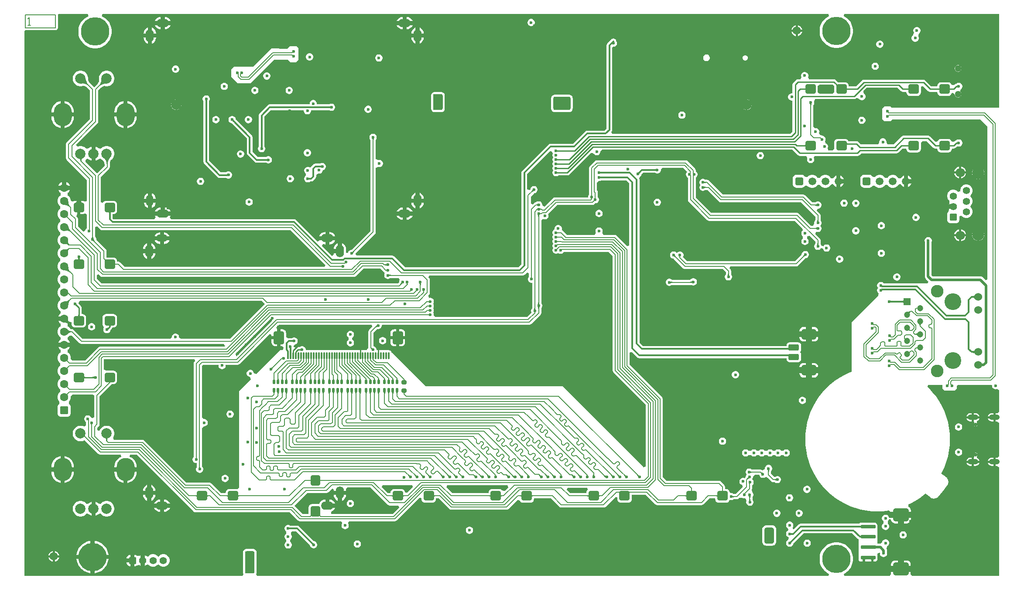
<source format=gtl>
G04*
G04 #@! TF.GenerationSoftware,Altium Limited,Altium Designer,24.4.1 (13)*
G04*
G04 Layer_Physical_Order=1*
G04 Layer_Color=255*
%FSLAX25Y25*%
%MOIN*%
G70*
G04*
G04 #@! TF.SameCoordinates,9BA34CE2-F453-49C1-9203-2D8BC28E9390*
G04*
G04*
G04 #@! TF.FilePolarity,Positive*
G04*
G01*
G75*
%ADD10C,0.01181*%
%ADD11C,0.00591*%
%ADD12C,0.00787*%
G04:AMPARAMS|DCode=15|XSize=110.24mil|YSize=78.74mil|CornerRadius=13.78mil|HoleSize=0mil|Usage=FLASHONLY|Rotation=180.000|XOffset=0mil|YOffset=0mil|HoleType=Round|Shape=RoundedRectangle|*
%AMROUNDEDRECTD15*
21,1,0.11024,0.05118,0,0,180.0*
21,1,0.08268,0.07874,0,0,180.0*
1,1,0.02756,-0.04134,0.02559*
1,1,0.02756,0.04134,0.02559*
1,1,0.02756,0.04134,-0.02559*
1,1,0.02756,-0.04134,-0.02559*
%
%ADD15ROUNDEDRECTD15*%
G04:AMPARAMS|DCode=16|XSize=78.74mil|YSize=47.24mil|CornerRadius=8.27mil|HoleSize=0mil|Usage=FLASHONLY|Rotation=180.000|XOffset=0mil|YOffset=0mil|HoleType=Round|Shape=RoundedRectangle|*
%AMROUNDEDRECTD16*
21,1,0.07874,0.03071,0,0,180.0*
21,1,0.06221,0.04724,0,0,180.0*
1,1,0.01654,-0.03110,0.01535*
1,1,0.01654,0.03110,0.01535*
1,1,0.01654,0.03110,-0.01535*
1,1,0.01654,-0.03110,-0.01535*
%
%ADD16ROUNDEDRECTD16*%
G04:AMPARAMS|DCode=17|XSize=35.43mil|YSize=16.73mil|CornerRadius=2.93mil|HoleSize=0mil|Usage=FLASHONLY|Rotation=90.000|XOffset=0mil|YOffset=0mil|HoleType=Round|Shape=RoundedRectangle|*
%AMROUNDEDRECTD17*
21,1,0.03543,0.01088,0,0,90.0*
21,1,0.02958,0.01673,0,0,90.0*
1,1,0.00586,0.00544,0.01479*
1,1,0.00586,0.00544,-0.01479*
1,1,0.00586,-0.00544,-0.01479*
1,1,0.00586,-0.00544,0.01479*
%
%ADD17ROUNDEDRECTD17*%
G04:AMPARAMS|DCode=18|XSize=27.56mil|YSize=110.24mil|CornerRadius=4.13mil|HoleSize=0mil|Usage=FLASHONLY|Rotation=90.000|XOffset=0mil|YOffset=0mil|HoleType=Round|Shape=RoundedRectangle|*
%AMROUNDEDRECTD18*
21,1,0.02756,0.10197,0,0,90.0*
21,1,0.01929,0.11024,0,0,90.0*
1,1,0.00827,0.05098,0.00965*
1,1,0.00827,0.05098,-0.00965*
1,1,0.00827,-0.05098,-0.00965*
1,1,0.00827,-0.05098,0.00965*
%
%ADD18ROUNDEDRECTD18*%
G04:AMPARAMS|DCode=19|XSize=98.43mil|YSize=118.11mil|CornerRadius=14.76mil|HoleSize=0mil|Usage=FLASHONLY|Rotation=270.000|XOffset=0mil|YOffset=0mil|HoleType=Round|Shape=RoundedRectangle|*
%AMROUNDEDRECTD19*
21,1,0.09843,0.08858,0,0,270.0*
21,1,0.06890,0.11811,0,0,270.0*
1,1,0.02953,-0.04429,-0.03445*
1,1,0.02953,-0.04429,0.03445*
1,1,0.02953,0.04429,0.03445*
1,1,0.02953,0.04429,-0.03445*
%
%ADD19ROUNDEDRECTD19*%
G04:AMPARAMS|DCode=20|XSize=78.74mil|YSize=98.43mil|CornerRadius=11.81mil|HoleSize=0mil|Usage=FLASHONLY|Rotation=180.000|XOffset=0mil|YOffset=0mil|HoleType=Round|Shape=RoundedRectangle|*
%AMROUNDEDRECTD20*
21,1,0.07874,0.07480,0,0,180.0*
21,1,0.05512,0.09843,0,0,180.0*
1,1,0.02362,-0.02756,0.03740*
1,1,0.02362,0.02756,0.03740*
1,1,0.02362,0.02756,-0.03740*
1,1,0.02362,-0.02756,-0.03740*
%
%ADD20ROUNDEDRECTD20*%
G04:AMPARAMS|DCode=21|XSize=11.81mil|YSize=51.18mil|CornerRadius=1.77mil|HoleSize=0mil|Usage=FLASHONLY|Rotation=0.000|XOffset=0mil|YOffset=0mil|HoleType=Round|Shape=RoundedRectangle|*
%AMROUNDEDRECTD21*
21,1,0.01181,0.04764,0,0,0.0*
21,1,0.00827,0.05118,0,0,0.0*
1,1,0.00354,0.00413,-0.02382*
1,1,0.00354,-0.00413,-0.02382*
1,1,0.00354,-0.00413,0.02382*
1,1,0.00354,0.00413,0.02382*
%
%ADD21ROUNDEDRECTD21*%
G04:AMPARAMS|DCode=22|XSize=78.74mil|YSize=70.87mil|CornerRadius=10.63mil|HoleSize=0mil|Usage=FLASHONLY|Rotation=0.000|XOffset=0mil|YOffset=0mil|HoleType=Round|Shape=RoundedRectangle|*
%AMROUNDEDRECTD22*
21,1,0.07874,0.04961,0,0,0.0*
21,1,0.05748,0.07087,0,0,0.0*
1,1,0.02126,0.02874,-0.02480*
1,1,0.02126,-0.02874,-0.02480*
1,1,0.02126,-0.02874,0.02480*
1,1,0.02126,0.02874,0.02480*
%
%ADD22ROUNDEDRECTD22*%
G04:AMPARAMS|DCode=23|XSize=78.74mil|YSize=70.87mil|CornerRadius=10.63mil|HoleSize=0mil|Usage=FLASHONLY|Rotation=270.000|XOffset=0mil|YOffset=0mil|HoleType=Round|Shape=RoundedRectangle|*
%AMROUNDEDRECTD23*
21,1,0.07874,0.04961,0,0,270.0*
21,1,0.05748,0.07087,0,0,270.0*
1,1,0.02126,-0.02480,-0.02874*
1,1,0.02126,-0.02480,0.02874*
1,1,0.02126,0.02480,0.02874*
1,1,0.02126,0.02480,-0.02874*
%
%ADD23ROUNDEDRECTD23*%
G04:AMPARAMS|DCode=24|XSize=31.5mil|YSize=37.4mil|CornerRadius=5.2mil|HoleSize=0mil|Usage=FLASHONLY|Rotation=90.000|XOffset=0mil|YOffset=0mil|HoleType=Round|Shape=RoundedRectangle|*
%AMROUNDEDRECTD24*
21,1,0.03150,0.02701,0,0,90.0*
21,1,0.02110,0.03740,0,0,90.0*
1,1,0.01039,0.01350,0.01055*
1,1,0.01039,0.01350,-0.01055*
1,1,0.01039,-0.01350,-0.01055*
1,1,0.01039,-0.01350,0.01055*
%
%ADD24ROUNDEDRECTD24*%
%ADD25O,0.06299X0.09449*%
%ADD26O,0.09449X0.06299*%
%ADD27O,0.08661X0.05512*%
%ADD28O,0.05512X0.08661*%
%ADD29C,0.07087*%
G04:AMPARAMS|DCode=30|XSize=55.43mil|YSize=55.43mil|CornerRadius=9.7mil|HoleSize=0mil|Usage=FLASHONLY|Rotation=270.000|XOffset=0mil|YOffset=0mil|HoleType=Round|Shape=RoundedRectangle|*
%AMROUNDEDRECTD30*
21,1,0.05543,0.03603,0,0,270.0*
21,1,0.03603,0.05543,0,0,270.0*
1,1,0.01940,-0.01802,-0.01802*
1,1,0.01940,-0.01802,0.01802*
1,1,0.01940,0.01802,0.01802*
1,1,0.01940,0.01802,-0.01802*
%
%ADD30ROUNDEDRECTD30*%
%ADD31C,0.05543*%
%ADD32C,0.09291*%
%ADD33C,0.05118*%
%ADD34C,0.05906*%
G04:AMPARAMS|DCode=35|XSize=59.06mil|YSize=59.06mil|CornerRadius=10.34mil|HoleSize=0mil|Usage=FLASHONLY|Rotation=180.000|XOffset=0mil|YOffset=0mil|HoleType=Round|Shape=RoundedRectangle|*
%AMROUNDEDRECTD35*
21,1,0.05906,0.03839,0,0,180.0*
21,1,0.03839,0.05906,0,0,180.0*
1,1,0.02067,-0.01919,0.01919*
1,1,0.02067,0.01919,0.01919*
1,1,0.02067,0.01919,-0.01919*
1,1,0.02067,-0.01919,-0.01919*
%
%ADD35ROUNDEDRECTD35*%
G04:AMPARAMS|DCode=36|XSize=55.12mil|YSize=55.12mil|CornerRadius=9.65mil|HoleSize=0mil|Usage=FLASHONLY|Rotation=180.000|XOffset=0mil|YOffset=0mil|HoleType=Round|Shape=RoundedRectangle|*
%AMROUNDEDRECTD36*
21,1,0.05512,0.03583,0,0,180.0*
21,1,0.03583,0.05512,0,0,180.0*
1,1,0.01929,-0.01791,0.01791*
1,1,0.01929,0.01791,0.01791*
1,1,0.01929,0.01791,-0.01791*
1,1,0.01929,-0.01791,-0.01791*
%
%ADD36ROUNDEDRECTD36*%
%ADD37C,0.05512*%
%ADD38C,0.21654*%
%ADD39O,0.13780X0.17717*%
%ADD40C,0.07874*%
%ADD41C,0.06299*%
G04:AMPARAMS|DCode=42|XSize=62.99mil|YSize=62.99mil|CornerRadius=11.02mil|HoleSize=0mil|Usage=FLASHONLY|Rotation=270.000|XOffset=0mil|YOffset=0mil|HoleType=Round|Shape=RoundedRectangle|*
%AMROUNDEDRECTD42*
21,1,0.06299,0.04095,0,0,270.0*
21,1,0.04095,0.06299,0,0,270.0*
1,1,0.02205,-0.02047,-0.02047*
1,1,0.02205,-0.02047,0.02047*
1,1,0.02205,0.02047,0.02047*
1,1,0.02205,0.02047,-0.02047*
%
%ADD42ROUNDEDRECTD42*%
%ADD43C,0.12795*%
%ADD44C,0.09626*%
%ADD45C,0.04724*%
%ADD46C,0.06024*%
%ADD47R,0.05504X0.05504*%
%ADD48O,0.08268X0.04134*%
%ADD49C,0.02756*%
%ADD51C,0.00984*%
%ADD52C,0.03150*%
%ADD53C,0.01968*%
%ADD54C,0.01575*%
%ADD55C,0.02362*%
%ADD56C,0.03150*%
G36*
X746325Y359781D02*
X746236Y359744D01*
X664567Y359744D01*
X663386Y360925D01*
X658760D01*
X656970Y359135D01*
X656970Y351003D01*
X658563Y349410D01*
X663386D01*
X664665Y350689D01*
X732087D01*
X737500Y345276D01*
X737500Y228444D01*
X736045Y227841D01*
X733912Y229975D01*
X733377Y230385D01*
X732755Y230643D01*
X732087Y230731D01*
X695813D01*
X694805Y231738D01*
Y257056D01*
X694980Y257708D01*
Y258434D01*
X694793Y259135D01*
X694430Y259763D01*
X693917Y260276D01*
X693288Y260639D01*
X692587Y260827D01*
X691862D01*
X691161Y260639D01*
X690532Y260276D01*
X690019Y259763D01*
X689656Y259135D01*
X689468Y258434D01*
Y257708D01*
X689643Y257056D01*
Y230669D01*
X689731Y230001D01*
X689989Y229379D01*
X690399Y228844D01*
X692282Y226962D01*
X691629Y225387D01*
X683640D01*
X658260D01*
X658160Y225560D01*
X657647Y226073D01*
X657019Y226436D01*
X656318Y226624D01*
X655592D01*
X654891Y226436D01*
X654263Y226073D01*
X653749Y225560D01*
X653387Y224932D01*
X653199Y224231D01*
Y223505D01*
X653387Y222804D01*
X653749Y222176D01*
X653927Y221998D01*
X653749Y221820D01*
X653387Y221192D01*
X653199Y220491D01*
Y219765D01*
X653387Y219064D01*
X653749Y218436D01*
X654263Y217923D01*
X654032Y216237D01*
X633755Y195959D01*
X633755Y157861D01*
X632394Y157359D01*
X628453Y155543D01*
X624666Y153422D01*
X621058Y151011D01*
X617650Y148325D01*
X614464Y145379D01*
X611518Y142192D01*
X608831Y138784D01*
X606420Y135176D01*
X604300Y131390D01*
X602483Y127449D01*
X600981Y123378D01*
X599803Y119201D01*
X598957Y114945D01*
X598447Y110635D01*
X598276Y106299D01*
X598447Y101963D01*
X598957Y97654D01*
X599803Y93397D01*
X600981Y89221D01*
X602483Y85149D01*
X604300Y81208D01*
X606420Y77422D01*
X608831Y73814D01*
X611518Y70406D01*
X614464Y67220D01*
X617650Y64274D01*
X621058Y61587D01*
X624666Y59176D01*
X628453Y57056D01*
X632394Y55239D01*
X636465Y53737D01*
X640641Y52559D01*
X644898Y51713D01*
X649207Y51203D01*
X653543Y51032D01*
X657879Y51203D01*
X662189Y51713D01*
X662320Y51739D01*
X663550Y50729D01*
X670220D01*
Y49606D01*
X671401D01*
X672582D01*
Y50705D01*
X678908D01*
Y51870D01*
X678803Y52667D01*
X678496Y53409D01*
X678007Y54046D01*
X677369Y54535D01*
X677137Y54632D01*
X676993Y56259D01*
X677005Y56305D01*
X678634Y57056D01*
X682420Y59176D01*
X686028Y61587D01*
X689436Y64274D01*
X690032Y64824D01*
X694010Y61720D01*
X694019Y61712D01*
X694019Y61712D01*
X694020Y61712D01*
X694161Y61641D01*
X694285Y61544D01*
X694805Y61282D01*
X694957Y61240D01*
X695098Y61168D01*
X695659Y61013D01*
X695816Y61001D01*
X695969Y60959D01*
X696549Y60916D01*
X696706Y60935D01*
X696864Y60923D01*
X697441Y60994D01*
X697591Y61044D01*
X697748Y61063D01*
X698300Y61245D01*
X698438Y61323D01*
X698588Y61373D01*
X699094Y61659D01*
X699214Y61762D01*
X699352Y61840D01*
X699792Y62220D01*
X699890Y62344D01*
X700010Y62448D01*
X704319Y67963D01*
X706852Y71205D01*
X706923Y71346D01*
X707020Y71471D01*
X707282Y71990D01*
X707324Y72143D01*
X707395Y72284D01*
X707551Y72844D01*
X707562Y73002D01*
X707605Y73154D01*
X707648Y73734D01*
X707629Y73892D01*
X707640Y74049D01*
X707569Y74626D01*
X707520Y74777D01*
X707501Y74934D01*
X707318Y75486D01*
X707241Y75624D01*
X707191Y75774D01*
X706905Y76280D01*
X706801Y76400D01*
X706723Y76538D01*
X706344Y76978D01*
X706219Y77075D01*
X706116Y77195D01*
X705887Y77374D01*
X705887Y77374D01*
X704480Y78474D01*
X702237Y80226D01*
X702787Y81208D01*
X704603Y85149D01*
X706105Y89221D01*
X707283Y93397D01*
X708130Y97654D01*
X708640Y101963D01*
X708810Y106299D01*
X708640Y110635D01*
X708130Y114945D01*
X707283Y119201D01*
X706105Y123378D01*
X704603Y127449D01*
X702787Y131390D01*
X700666Y135176D01*
X698255Y138784D01*
X695569Y142192D01*
X692623Y145379D01*
X691597Y146327D01*
X692171Y147794D01*
X703094D01*
Y145082D01*
X704771Y143406D01*
X712571D01*
X714075Y144909D01*
Y147244D01*
X714625Y147794D01*
X740801D01*
X740945Y147607D01*
Y146881D01*
X741133Y146180D01*
X741496Y145552D01*
X742009Y145039D01*
X742637Y144676D01*
X743338Y144488D01*
X744064D01*
X744765Y144676D01*
X746307Y143874D01*
X746325Y143850D01*
Y127309D01*
X744924Y126140D01*
X744751Y126105D01*
X743602D01*
Y123012D01*
Y119918D01*
X744882D01*
X746325Y118715D01*
X746325Y93293D01*
X744924Y92124D01*
X744751Y92089D01*
X743602D01*
Y88996D01*
Y85903D01*
X744882D01*
X746325Y84699D01*
Y1706D01*
X679993D01*
X679508Y2154D01*
X678818Y3281D01*
X678866Y3642D01*
Y4783D01*
X672540D01*
Y5906D01*
X671359D01*
X670178D01*
Y4807D01*
X663853D01*
Y3642D01*
X663900Y3281D01*
X663210Y2154D01*
X662725Y1706D01*
X628073D01*
X627695Y3281D01*
X628753Y3820D01*
X630383Y5004D01*
X631807Y6428D01*
X632991Y8058D01*
X633905Y9852D01*
X634527Y11767D01*
X634842Y13757D01*
Y15771D01*
X634527Y17760D01*
X633905Y19676D01*
X632991Y21470D01*
X631807Y23099D01*
X630383Y24523D01*
X628753Y25707D01*
X626959Y26622D01*
X625043Y27244D01*
X623054Y27559D01*
X621040D01*
X619051Y27244D01*
X617136Y26622D01*
X615341Y25707D01*
X613712Y24523D01*
X612288Y23099D01*
X611104Y21470D01*
X610189Y19676D01*
X609567Y17760D01*
X609252Y15771D01*
Y13757D01*
X609567Y11767D01*
X610189Y9852D01*
X611104Y8058D01*
X612288Y6428D01*
X613712Y5004D01*
X615341Y3820D01*
X616400Y3281D01*
X616022Y1706D01*
X179432D01*
X178819Y2972D01*
X178755Y3281D01*
X179053Y3727D01*
X179175Y4341D01*
X179175Y4341D01*
Y19576D01*
X179134Y19784D01*
Y19949D01*
X178946Y20650D01*
X178583Y21279D01*
X178070Y21792D01*
X177442Y22155D01*
X176741Y22343D01*
X176533D01*
X176378Y22373D01*
X176378Y22373D01*
X174339D01*
X174339Y22373D01*
X174339Y22373D01*
X173496D01*
X173496Y22373D01*
X173496Y22373D01*
X171457D01*
X171301Y22343D01*
X171094D01*
X170393Y22155D01*
X169764Y21792D01*
X169251Y21279D01*
X168889Y20650D01*
X168701Y19949D01*
Y19784D01*
X168659Y19576D01*
X168659Y19576D01*
Y4341D01*
X168659Y4341D01*
X168781Y3727D01*
X169080Y3281D01*
X169016Y2972D01*
X168402Y1706D01*
X1706D01*
Y418488D01*
X2401Y419058D01*
X25433D01*
X26162Y419203D01*
X26781Y419616D01*
X27194Y420235D01*
X27339Y420965D01*
Y430807D01*
X27797Y431365D01*
X49989D01*
X50705Y429955D01*
X50641Y429790D01*
X49003Y428955D01*
X47373Y427772D01*
X45949Y426347D01*
X44765Y424718D01*
X43851Y422924D01*
X43228Y421008D01*
X42913Y419019D01*
Y417005D01*
X43228Y415016D01*
X43851Y413100D01*
X44765Y411306D01*
X45949Y409676D01*
X47373Y408252D01*
X49003Y407068D01*
X50797Y406154D01*
X52712Y405532D01*
X54702Y405217D01*
X56716D01*
X58705Y405532D01*
X60620Y406154D01*
X62415Y407068D01*
X64044Y408252D01*
X65468Y409676D01*
X66652Y411306D01*
X67567Y413100D01*
X68189Y415016D01*
X68504Y417005D01*
Y419019D01*
X68189Y421008D01*
X67567Y422924D01*
X66652Y424718D01*
X65468Y426347D01*
X64044Y427772D01*
X62415Y428955D01*
X60777Y429790D01*
X60713Y429955D01*
X61429Y431365D01*
X616022D01*
X616400Y429790D01*
X615341Y429251D01*
X613712Y428067D01*
X612288Y426643D01*
X611104Y425013D01*
X610189Y423219D01*
X609567Y421303D01*
X609252Y419314D01*
Y417300D01*
X609567Y415311D01*
X610189Y413395D01*
X611104Y411601D01*
X612288Y409972D01*
X613712Y408547D01*
X615341Y407364D01*
X617136Y406449D01*
X619051Y405827D01*
X621040Y405512D01*
X623054D01*
X625043Y405827D01*
X626959Y406449D01*
X628753Y407364D01*
X630383Y408547D01*
X631807Y409972D01*
X632991Y411601D01*
X633905Y413395D01*
X634527Y415311D01*
X634842Y417300D01*
Y419314D01*
X634527Y421303D01*
X633905Y423219D01*
X632991Y425013D01*
X631807Y426643D01*
X630383Y428067D01*
X628753Y429251D01*
X627695Y429790D01*
X628073Y431365D01*
X746325D01*
Y359781D01*
D02*
G37*
G36*
X727583Y213890D02*
X727505Y214018D01*
X727399Y214134D01*
X727263Y214235D01*
X727098Y214323D01*
X726903Y214398D01*
X726679Y214459D01*
X726427Y214506D01*
X726144Y214540D01*
X725833Y214560D01*
X725492Y214567D01*
Y215748D01*
X725833Y215755D01*
X726427Y215809D01*
X726679Y215856D01*
X726903Y215917D01*
X727098Y215992D01*
X727263Y216080D01*
X727399Y216181D01*
X727505Y216297D01*
X727583Y216425D01*
Y213890D01*
D02*
G37*
G36*
X663182Y212376D02*
X663256Y212336D01*
X663347Y212301D01*
X663456Y212270D01*
X663583Y212244D01*
X663728Y212223D01*
X664072Y212194D01*
X664487Y212185D01*
Y211004D01*
X664271Y211002D01*
X663728Y210966D01*
X663583Y210945D01*
X663456Y210919D01*
X663347Y210888D01*
X663256Y210853D01*
X663182Y210813D01*
X663127Y210768D01*
Y212421D01*
X663182Y212376D01*
D02*
G37*
G36*
X673296Y210413D02*
X673284Y210526D01*
X673248Y210626D01*
X673188Y210715D01*
X673105Y210791D01*
X672997Y210856D01*
X672866Y210910D01*
X672711Y210951D01*
X672532Y210980D01*
X672329Y210998D01*
X672102Y211004D01*
Y212185D01*
X672329Y212191D01*
X672532Y212209D01*
X672711Y212238D01*
X672866Y212280D01*
X672997Y212333D01*
X673105Y212398D01*
X673188Y212474D01*
X673248Y212563D01*
X673284Y212663D01*
X673296Y212776D01*
Y210413D01*
D02*
G37*
G36*
X678910Y203924D02*
X678739Y203746D01*
X678465Y203411D01*
X678362Y203255D01*
X678281Y203106D01*
X678223Y202965D01*
X678188Y202831D01*
X678174Y202705D01*
X678184Y202586D01*
X678216Y202474D01*
X676903Y203787D01*
X677015Y203755D01*
X677134Y203745D01*
X677260Y203758D01*
X677394Y203794D01*
X677535Y203852D01*
X677684Y203933D01*
X677840Y204036D01*
X678004Y204162D01*
X678175Y204310D01*
X678353Y204481D01*
X678910Y203924D01*
D02*
G37*
G36*
X686880Y194337D02*
X686783Y194254D01*
X686697Y194149D01*
X686623Y194023D01*
X686560Y193875D01*
X686509Y193706D01*
X686469Y193516D01*
X686440Y193303D01*
X686423Y193070D01*
X686417Y192815D01*
X685630D01*
X685624Y193070D01*
X685578Y193516D01*
X685539Y193706D01*
X685487Y193875D01*
X685424Y194023D01*
X685350Y194149D01*
X685265Y194254D01*
X685168Y194337D01*
X685059Y194399D01*
X686988D01*
X686880Y194337D01*
D02*
G37*
G36*
X683913Y185494D02*
X683835Y185621D01*
X683735Y185734D01*
X683613Y185834D01*
X683469Y185921D01*
X683303Y185995D01*
X683116Y186055D01*
X682906Y186101D01*
X682675Y186135D01*
X682421Y186155D01*
X682146Y186161D01*
Y186949D01*
X682421Y186955D01*
X682675Y186976D01*
X682906Y187009D01*
X683116Y187056D01*
X683303Y187116D01*
X683469Y187189D01*
X683613Y187276D01*
X683735Y187376D01*
X683835Y187489D01*
X683913Y187616D01*
Y185494D01*
D02*
G37*
G36*
X683860Y175607D02*
X683843Y175627D01*
X683809Y175645D01*
X683760Y175661D01*
X683694Y175675D01*
X683612Y175687D01*
X683400Y175704D01*
X682961Y175713D01*
Y176501D01*
X683093Y176502D01*
X683485Y176533D01*
X683548Y176547D01*
X683598Y176564D01*
X683633Y176583D01*
X683655Y176605D01*
X683663Y176629D01*
X683860Y175607D01*
D02*
G37*
G36*
X727570Y171752D02*
X727497Y171875D01*
X727395Y171986D01*
X727264Y172083D01*
X727103Y172168D01*
X726914Y172239D01*
X726695Y172298D01*
X726448Y172343D01*
X726171Y172376D01*
X725866Y172395D01*
X725531Y172402D01*
Y173583D01*
X725866Y173589D01*
X726448Y173641D01*
X726695Y173687D01*
X726914Y173745D01*
X727103Y173817D01*
X727264Y173901D01*
X727395Y173998D01*
X727497Y174109D01*
X727570Y174232D01*
Y171752D01*
D02*
G37*
G36*
X177570Y19576D02*
Y4341D01*
X176870Y3642D01*
X170965D01*
X170265Y4341D01*
Y19576D01*
X171457Y20768D01*
X176378D01*
X177570Y19576D01*
D02*
G37*
%LPC*%
G36*
X108957Y429273D02*
Y426083D01*
X113418D01*
X113084Y426891D01*
X112326Y427877D01*
X111339Y428635D01*
X110190Y429111D01*
X108957Y429273D01*
D02*
G37*
G36*
X293799D02*
X293799D01*
Y426083D01*
X298261D01*
X297926Y426891D01*
X297169Y427877D01*
X296182Y428635D01*
X295033Y429111D01*
X293799Y429273D01*
D02*
G37*
G36*
X290650D02*
X290650D01*
X289416Y429111D01*
X288267Y428635D01*
X287280Y427877D01*
X286523Y426891D01*
X286188Y426083D01*
X290650D01*
Y429273D01*
D02*
G37*
G36*
X105807D02*
X105807D01*
X104574Y429111D01*
X103425Y428635D01*
X102438Y427877D01*
X101680Y426891D01*
X101346Y426083D01*
X105807D01*
Y429273D01*
D02*
G37*
G36*
X389241Y427658D02*
X388515D01*
X387814Y427470D01*
X387186Y427107D01*
X386673Y426594D01*
X386310Y425965D01*
X386122Y425264D01*
Y424539D01*
X386310Y423838D01*
X386673Y423209D01*
X387186Y422696D01*
X387814Y422333D01*
X388515Y422146D01*
X389241D01*
X389942Y422333D01*
X390570Y422696D01*
X391083Y423209D01*
X391446Y423838D01*
X391634Y424539D01*
Y425264D01*
X391446Y425965D01*
X391083Y426594D01*
X390570Y427107D01*
X389942Y427470D01*
X389241Y427658D01*
D02*
G37*
G36*
X113418Y422933D02*
X108957D01*
Y419743D01*
X110190Y419905D01*
X111339Y420381D01*
X112326Y421138D01*
X113084Y422125D01*
X113418Y422933D01*
D02*
G37*
G36*
X298261D02*
X293799D01*
Y419743D01*
X293799D01*
X295033Y419905D01*
X296182Y420381D01*
X297169Y421138D01*
X297926Y422125D01*
X298261Y422933D01*
D02*
G37*
G36*
X290650D02*
X286188D01*
X286523Y422125D01*
X287280Y421138D01*
X288267Y420381D01*
X289416Y419905D01*
X290650Y419743D01*
X290650D01*
Y422933D01*
D02*
G37*
G36*
X105807D02*
X101346D01*
X101680Y422125D01*
X102438Y421138D01*
X103425Y420381D01*
X104574Y419905D01*
X105807Y419743D01*
X105807D01*
Y422933D01*
D02*
G37*
G36*
X592618Y422786D02*
Y419488D01*
X595916D01*
X595697Y420302D01*
X595151Y421249D01*
X594379Y422021D01*
X593432Y422568D01*
X592618Y422786D01*
D02*
G37*
G36*
X591043D02*
X590229Y422568D01*
X589283Y422021D01*
X588510Y421249D01*
X587964Y420302D01*
X587746Y419488D01*
X591043D01*
Y422786D01*
D02*
G37*
G36*
X99114Y420997D02*
Y416535D01*
X102305D01*
Y416536D01*
X102142Y417769D01*
X101666Y418918D01*
X100909Y419905D01*
X99922Y420662D01*
X99114Y420997D01*
D02*
G37*
G36*
X95965Y420997D02*
X95157Y420662D01*
X94170Y419905D01*
X93413Y418918D01*
X92937Y417769D01*
X92774Y416536D01*
Y416535D01*
X95965D01*
Y420997D01*
D02*
G37*
G36*
X303642Y420997D02*
Y416535D01*
X306832D01*
Y416536D01*
X306670Y417769D01*
X306194Y418918D01*
X305436Y419905D01*
X304450Y420662D01*
X303642Y420997D01*
D02*
G37*
G36*
X300492Y420997D02*
X299684Y420662D01*
X298697Y419905D01*
X297940Y418918D01*
X297464Y417769D01*
X297302Y416536D01*
Y416535D01*
X300492D01*
Y420997D01*
D02*
G37*
G36*
X595916Y417913D02*
X592618D01*
Y414616D01*
X593432Y414834D01*
X594379Y415380D01*
X595151Y416153D01*
X595697Y417099D01*
X595916Y417913D01*
D02*
G37*
G36*
X591043D02*
X587746D01*
X587964Y417099D01*
X588510Y416153D01*
X589283Y415380D01*
X590229Y414834D01*
X591043Y414616D01*
Y417913D01*
D02*
G37*
G36*
X683926Y421457D02*
X683200D01*
X682499Y421269D01*
X681871Y420906D01*
X681358Y420393D01*
X680995Y419765D01*
X680807Y419064D01*
Y418338D01*
X680995Y417637D01*
X681248Y417198D01*
X681238Y416619D01*
X680847Y415345D01*
X680591Y415197D01*
X680078Y414684D01*
X679715Y414056D01*
X679528Y413355D01*
Y412629D01*
X679715Y411928D01*
X680078Y411300D01*
X680591Y410787D01*
X681220Y410424D01*
X681921Y410236D01*
X682646D01*
X683347Y410424D01*
X683976Y410787D01*
X684489Y411300D01*
X684852Y411928D01*
X685039Y412629D01*
Y413355D01*
X684852Y414056D01*
X684598Y414495D01*
X684608Y415073D01*
X685000Y416348D01*
X685255Y416496D01*
X685768Y417009D01*
X686131Y417637D01*
X686319Y418338D01*
Y419064D01*
X686131Y419765D01*
X685768Y420393D01*
X685255Y420906D01*
X684627Y421269D01*
X683926Y421457D01*
D02*
G37*
G36*
X306832Y413386D02*
X303642D01*
Y408924D01*
X304450Y409259D01*
X305436Y410016D01*
X306194Y411003D01*
X306670Y412152D01*
X306832Y413386D01*
D02*
G37*
G36*
X102305Y413386D02*
X99114D01*
Y408924D01*
X99922Y409259D01*
X100909Y410016D01*
X101666Y411003D01*
X102142Y412152D01*
X102305Y413386D01*
D01*
D02*
G37*
G36*
X95965D02*
X92774D01*
X92937Y412152D01*
X93413Y411003D01*
X94170Y410016D01*
X95157Y409259D01*
X95965Y408924D01*
Y413386D01*
D02*
G37*
G36*
X300492Y413386D02*
X297302D01*
X297464Y412152D01*
X297940Y411003D01*
X298697Y410016D01*
X299684Y409259D01*
X300492Y408924D01*
Y413386D01*
D02*
G37*
G36*
X655686Y411118D02*
X654961D01*
X654260Y410930D01*
X653631Y410567D01*
X653118Y410054D01*
X652755Y409425D01*
X652568Y408724D01*
Y407999D01*
X652755Y407298D01*
X653118Y406670D01*
X653631Y406156D01*
X654260Y405794D01*
X654961Y405606D01*
X655686D01*
X656387Y405794D01*
X657016Y406156D01*
X657529Y406670D01*
X657892Y407298D01*
X658079Y407999D01*
Y408724D01*
X657892Y409425D01*
X657529Y410054D01*
X657016Y410567D01*
X656387Y410930D01*
X655686Y411118D01*
D02*
G37*
G36*
X209744Y406693D02*
X204410D01*
X202646Y404929D01*
X190408Y405017D01*
X176542Y391150D01*
X161721Y391150D01*
X159646Y389075D01*
Y383563D01*
X164665Y378543D01*
X174617D01*
X192491Y396417D01*
X202992D01*
X204862Y394547D01*
X209350Y394547D01*
X211221Y396417D01*
Y405217D01*
X209744Y406693D01*
D02*
G37*
G36*
X552754Y399902D02*
X551971D01*
X551247Y399602D01*
X550693Y399048D01*
X550394Y398325D01*
Y397541D01*
X550693Y396818D01*
X551247Y396264D01*
X551971Y395965D01*
X552754D01*
X553477Y396264D01*
X554031Y396818D01*
X554331Y397541D01*
Y398325D01*
X554031Y399048D01*
X553477Y399602D01*
X552754Y399902D01*
D02*
G37*
G36*
X219949Y401378D02*
X219224D01*
X218523Y401190D01*
X217895Y400827D01*
X217381Y400314D01*
X217019Y399686D01*
X216831Y398985D01*
Y398259D01*
X217019Y397558D01*
X217381Y396930D01*
X217895Y396417D01*
X218523Y396054D01*
X219224Y395866D01*
X219949D01*
X220650Y396054D01*
X221279Y396417D01*
X221792Y396930D01*
X222155Y397558D01*
X222342Y398259D01*
Y398985D01*
X222155Y399686D01*
X221792Y400314D01*
X221279Y400827D01*
X220650Y401190D01*
X219949Y401378D01*
D02*
G37*
G36*
X523172Y400492D02*
X522498D01*
X521847Y400318D01*
X521263Y399981D01*
X520787Y399504D01*
X520450Y398921D01*
X520276Y398270D01*
Y397596D01*
X520450Y396945D01*
X520787Y396362D01*
X521263Y395885D01*
X521847Y395548D01*
X522498Y395374D01*
X523172D01*
X523822Y395548D01*
X524406Y395885D01*
X524882Y396362D01*
X525219Y396945D01*
X525394Y397596D01*
Y398270D01*
X525219Y398921D01*
X524882Y399504D01*
X524406Y399981D01*
X523822Y400318D01*
X523172Y400492D01*
D02*
G37*
G36*
X272902Y400591D02*
X272177D01*
X271476Y400403D01*
X270847Y400040D01*
X270334Y399527D01*
X269971Y398898D01*
X269783Y398197D01*
Y397472D01*
X269971Y396771D01*
X270334Y396143D01*
X270847Y395629D01*
X271476Y395267D01*
X272177Y395079D01*
X272902D01*
X273603Y395267D01*
X274232Y395629D01*
X274745Y396143D01*
X275108Y396771D01*
X275295Y397472D01*
Y398197D01*
X275108Y398898D01*
X274745Y399527D01*
X274232Y400040D01*
X273603Y400403D01*
X272902Y400591D01*
D02*
G37*
G36*
X652036Y394291D02*
X651310D01*
X650609Y394104D01*
X649981Y393741D01*
X649468Y393228D01*
X649105Y392599D01*
X648917Y391898D01*
Y391173D01*
X649105Y390472D01*
X649468Y389843D01*
X649981Y389330D01*
X650609Y388967D01*
X651310Y388779D01*
X652036D01*
X652737Y388967D01*
X653365Y389330D01*
X653878Y389843D01*
X654241Y390472D01*
X654429Y391173D01*
Y391898D01*
X654241Y392599D01*
X653878Y393228D01*
X653365Y393741D01*
X652737Y394104D01*
X652036Y394291D01*
D02*
G37*
G36*
X715298Y392323D02*
X714624D01*
X713973Y392148D01*
X713389Y391811D01*
X712913Y391335D01*
X712576Y390752D01*
X712402Y390101D01*
Y389427D01*
X712576Y388776D01*
X712913Y388193D01*
X713389Y387716D01*
X713973Y387379D01*
X714624Y387205D01*
X715298D01*
X715948Y387379D01*
X716532Y387716D01*
X717008Y388193D01*
X717345Y388776D01*
X717520Y389427D01*
Y390101D01*
X717345Y390752D01*
X717008Y391335D01*
X716532Y391811D01*
X715948Y392148D01*
X715298Y392323D01*
D02*
G37*
G36*
X117587Y392027D02*
X116862D01*
X116161Y391840D01*
X115532Y391477D01*
X115019Y390964D01*
X114656Y390335D01*
X114469Y389634D01*
Y388909D01*
X114656Y388208D01*
X115019Y387579D01*
X115532Y387066D01*
X116161Y386703D01*
X116862Y386516D01*
X117587D01*
X118288Y386703D01*
X118917Y387066D01*
X119430Y387579D01*
X119792Y388208D01*
X119980Y388909D01*
Y389634D01*
X119792Y390335D01*
X119430Y390964D01*
X118917Y391477D01*
X118288Y391840D01*
X117587Y392027D01*
D02*
G37*
G36*
X187272Y386811D02*
X186547D01*
X185846Y386623D01*
X185217Y386260D01*
X184704Y385747D01*
X184341Y385119D01*
X184153Y384418D01*
Y383692D01*
X184341Y382991D01*
X184704Y382363D01*
X185217Y381850D01*
X185846Y381487D01*
X186547Y381299D01*
X187272D01*
X187973Y381487D01*
X188602Y381850D01*
X189115Y382363D01*
X189478Y382991D01*
X189665Y383692D01*
Y384418D01*
X189478Y385119D01*
X189115Y385747D01*
X188602Y386260D01*
X187973Y386623D01*
X187272Y386811D01*
D02*
G37*
G36*
X451690Y412681D02*
X450845Y412513D01*
X450129Y412034D01*
X447061Y408966D01*
X446582Y408250D01*
X446414Y407405D01*
Y343875D01*
X444786Y342247D01*
X431704D01*
X430859Y342079D01*
X430142Y341600D01*
X420757Y332215D01*
X403629D01*
X402784Y332047D01*
X402068Y331568D01*
X382043Y311544D01*
X381565Y310827D01*
X381397Y309982D01*
Y239987D01*
X379085Y237675D01*
X292680D01*
X284288Y246067D01*
X283572Y246546D01*
X282727Y246714D01*
X255752D01*
X254680Y247809D01*
X254659Y247887D01*
X254605Y248180D01*
X254595Y248289D01*
X254702Y248418D01*
X269530Y263246D01*
X269965Y263897D01*
X270117Y264665D01*
Y313771D01*
X270264Y313936D01*
X271692Y314603D01*
X271771Y314558D01*
X272472Y314370D01*
X273198D01*
X273898Y314558D01*
X274527Y314921D01*
X275040Y315434D01*
X275403Y316062D01*
X275590Y316763D01*
Y317489D01*
X275403Y318190D01*
X275040Y318818D01*
X274527Y319331D01*
X273898Y319694D01*
X273198Y319882D01*
X272472D01*
X271771Y319694D01*
X271692Y319649D01*
X270264Y320316D01*
X270117Y320481D01*
Y335004D01*
X270120Y335044D01*
X270130Y335128D01*
X270142Y335189D01*
X270151Y335224D01*
X270161Y335238D01*
X270167Y335251D01*
X270188Y335287D01*
X270316Y335414D01*
X270678Y336043D01*
X270866Y336743D01*
Y337469D01*
X270678Y338170D01*
X270316Y338798D01*
X269802Y339312D01*
X269174Y339674D01*
X268473Y339862D01*
X267747D01*
X267046Y339674D01*
X266418Y339312D01*
X265905Y338798D01*
X265542Y338170D01*
X265354Y337469D01*
Y336743D01*
X265542Y336043D01*
X265905Y335414D01*
X266032Y335287D01*
X266054Y335251D01*
X266060Y335238D01*
X266070Y335224D01*
X266079Y335189D01*
X266086Y335150D01*
X266103Y334970D01*
Y265497D01*
X251839Y251232D01*
X251809Y251206D01*
X251742Y251154D01*
X251691Y251119D01*
X251660Y251101D01*
X251643Y251098D01*
X251630Y251093D01*
X251589Y251083D01*
X251409D01*
X250708Y250895D01*
X250079Y250532D01*
X249566Y250019D01*
X249204Y249391D01*
X249016Y248690D01*
X247482Y248790D01*
Y251722D01*
X247320Y252955D01*
X246844Y254104D01*
X246087Y255091D01*
X245100Y255849D01*
X244292Y256183D01*
Y250147D01*
X242717D01*
Y248572D01*
X237952D01*
Y248572D01*
X238114Y247339D01*
X236769Y246471D01*
X228990Y254251D01*
X229882Y255586D01*
X230362Y255387D01*
X231595Y255224D01*
X231595D01*
Y258415D01*
X227134D01*
X227191Y258276D01*
X225856Y257384D01*
X209337Y273904D01*
X208621Y274382D01*
X207776Y274550D01*
X113606D01*
X112830Y276125D01*
X113084Y276456D01*
X113418Y277264D01*
X107382D01*
X101346D01*
X101680Y276456D01*
X101934Y276125D01*
X101158Y274550D01*
X69822D01*
X69137Y275235D01*
Y278324D01*
X69803D01*
X70492Y278414D01*
X71133Y278680D01*
X71684Y279103D01*
X72107Y279654D01*
X72373Y280296D01*
X72464Y280984D01*
Y285945D01*
X72373Y286633D01*
X72107Y287275D01*
X71684Y287826D01*
X71133Y288249D01*
X70492Y288515D01*
X69803Y288605D01*
X64055D01*
X63367Y288515D01*
X62725Y288249D01*
X62174Y287826D01*
X61751Y287275D01*
X61746Y287264D01*
X60172Y287577D01*
Y306939D01*
X66341Y313108D01*
X66776Y313760D01*
X66928Y314528D01*
Y316947D01*
X66939Y317184D01*
X66988Y317571D01*
X67073Y317967D01*
X67194Y318373D01*
X67353Y318790D01*
X67553Y319219D01*
X67784Y319639D01*
X67821Y319695D01*
X68292Y320009D01*
X69115Y320832D01*
X69761Y321799D01*
X70206Y322874D01*
X70433Y324015D01*
Y325178D01*
X70206Y326319D01*
X69761Y327394D01*
X69115Y328361D01*
X68292Y329184D01*
X67325Y329830D01*
X66250Y330275D01*
X65109Y330502D01*
X63946D01*
X62805Y330275D01*
X61730Y329830D01*
X60763Y329184D01*
X60319Y328739D01*
X59707Y328403D01*
X58251Y328668D01*
X57912Y329007D01*
X56655Y329733D01*
X56102Y329881D01*
Y324597D01*
Y319312D01*
X56655Y319460D01*
X57912Y320186D01*
X58251Y320525D01*
X59707Y320790D01*
X60319Y320454D01*
X60763Y320009D01*
X61730Y319363D01*
X62100Y319210D01*
X62286Y318945D01*
X62482Y318605D01*
X62639Y318257D01*
X62761Y317899D01*
X62849Y317527D01*
X62902Y317136D01*
X62914Y316862D01*
Y315359D01*
X57136Y309581D01*
X48397Y318319D01*
X48494Y319925D01*
X49589Y320746D01*
X50804Y320525D01*
X51143Y320186D01*
X52400Y319460D01*
X52953Y319312D01*
Y324597D01*
Y329881D01*
X52400Y329733D01*
X51143Y329007D01*
X50804Y328668D01*
X49348Y328403D01*
X48737Y328739D01*
X48292Y329184D01*
X47325Y329830D01*
X46250Y330275D01*
X45109Y330502D01*
X43946D01*
X42805Y330275D01*
X42084Y329976D01*
X41192Y331311D01*
X57564Y347683D01*
X57999Y348334D01*
X58152Y349102D01*
Y372980D01*
X60439Y375268D01*
X60632Y375445D01*
X60946Y375685D01*
X61279Y375895D01*
X61633Y376076D01*
X62013Y376229D01*
X62420Y376354D01*
X62771Y376432D01*
X62805Y376418D01*
X63946Y376191D01*
X65109D01*
X66250Y376418D01*
X67325Y376863D01*
X68292Y377509D01*
X69115Y378332D01*
X69761Y379299D01*
X70206Y380374D01*
X70433Y381515D01*
Y382678D01*
X70206Y383819D01*
X69761Y384894D01*
X69115Y385861D01*
X68292Y386684D01*
X67325Y387330D01*
X66250Y387775D01*
X65109Y388002D01*
X63946D01*
X62805Y387775D01*
X61730Y387330D01*
X60763Y386684D01*
X59940Y385861D01*
X59294Y384894D01*
X58849Y383819D01*
X58622Y382678D01*
Y381515D01*
X58819Y380524D01*
X58722Y380122D01*
X58586Y379702D01*
X58424Y379314D01*
X58237Y378954D01*
X58024Y378619D01*
X57784Y378305D01*
X57611Y378117D01*
X54921Y375427D01*
X51759Y378589D01*
X51609Y378752D01*
X51373Y379057D01*
X51149Y379398D01*
X50938Y379777D01*
X50740Y380197D01*
X50559Y380658D01*
X50399Y381142D01*
X50377Y381234D01*
X50433Y381515D01*
Y382678D01*
X50206Y383819D01*
X49761Y384894D01*
X49115Y385861D01*
X48292Y386684D01*
X47325Y387330D01*
X46250Y387775D01*
X45109Y388002D01*
X43946D01*
X42805Y387775D01*
X41730Y387330D01*
X40763Y386684D01*
X39940Y385861D01*
X39294Y384894D01*
X38849Y383819D01*
X38622Y382678D01*
Y381515D01*
X38849Y380374D01*
X39294Y379299D01*
X39940Y378332D01*
X40763Y377509D01*
X41730Y376863D01*
X42805Y376418D01*
X43946Y376191D01*
X45109D01*
X46250Y376418D01*
X46885Y376681D01*
X47152Y376643D01*
X47509Y376556D01*
X47849Y376435D01*
X48176Y376278D01*
X48495Y376082D01*
X48809Y375845D01*
X49016Y375655D01*
X51648Y373023D01*
Y350845D01*
X34112Y333309D01*
X33677Y332658D01*
X33524Y331890D01*
Y321358D01*
X33677Y320590D01*
X34112Y319939D01*
X49427Y304624D01*
Y288634D01*
X48673Y288188D01*
X47852Y287987D01*
X47511Y288249D01*
X46870Y288515D01*
X46181Y288605D01*
X45010D01*
X45023Y288524D01*
X45133Y288108D01*
X45274Y287757D01*
X45447Y287469D01*
X45651Y287245D01*
X45887Y287085D01*
X46154Y286989D01*
X46452Y286957D01*
X44488D01*
Y283465D01*
Y278324D01*
X46181D01*
X46870Y278414D01*
X47511Y278680D01*
X47852Y278942D01*
X48673Y278741D01*
X49427Y278295D01*
Y267834D01*
X49292Y267756D01*
X48779Y267243D01*
X48416Y266615D01*
X48228Y265914D01*
Y265662D01*
X46945Y264972D01*
X46728Y264936D01*
X42680Y268983D01*
Y274686D01*
X42528Y275454D01*
X42092Y276105D01*
X41449Y276749D01*
X42101Y278324D01*
X42126D01*
Y283465D01*
Y286957D01*
X40162D01*
X40460Y286989D01*
X40727Y287085D01*
X40963Y287245D01*
X41167Y287469D01*
X41340Y287757D01*
X41481Y288108D01*
X41591Y288524D01*
X41604Y288605D01*
X40433D01*
X39744Y288515D01*
X39103Y288249D01*
X38780Y288001D01*
X37908Y288223D01*
X37205Y288657D01*
Y289197D01*
X36856Y290499D01*
X36182Y291666D01*
X35229Y292619D01*
X34844Y292842D01*
X34840Y294658D01*
X34988Y294743D01*
X35867Y295623D01*
X36489Y296700D01*
X36539Y296887D01*
X35938Y296848D01*
X35552Y296791D01*
X35213Y296722D01*
X34922Y296640D01*
X34679Y296546D01*
X34483Y296439D01*
X34336Y296319D01*
Y296949D01*
X32087D01*
X27617D01*
X27684Y296700D01*
X28306Y295623D01*
X29186Y294743D01*
X29333Y294658D01*
X29330Y292842D01*
X28944Y292619D01*
X27991Y291666D01*
X27317Y290499D01*
X26969Y289197D01*
Y287850D01*
X27317Y286548D01*
X27991Y285381D01*
X28944Y284428D01*
Y282619D01*
X27991Y281666D01*
X27317Y280499D01*
X26969Y279197D01*
Y277850D01*
X27317Y276548D01*
X27991Y275381D01*
X28944Y274428D01*
Y272619D01*
X27991Y271666D01*
X27317Y270499D01*
X26969Y269197D01*
Y267850D01*
X27317Y266548D01*
X27991Y265381D01*
X28944Y264428D01*
Y262619D01*
X27991Y261666D01*
X27317Y260499D01*
X26969Y259197D01*
Y257850D01*
X27317Y256548D01*
X27991Y255381D01*
X28944Y254428D01*
Y252619D01*
X27991Y251666D01*
X27317Y250499D01*
X26969Y249197D01*
Y247850D01*
X27317Y246548D01*
X27991Y245381D01*
X28944Y244428D01*
Y242619D01*
X27991Y241666D01*
X27317Y240499D01*
X26969Y239197D01*
Y237850D01*
X27317Y236548D01*
X27991Y235381D01*
X28944Y234428D01*
Y232619D01*
X27991Y231666D01*
X27317Y230499D01*
X26969Y229197D01*
Y227850D01*
X27317Y226548D01*
X27991Y225381D01*
X28944Y224428D01*
Y222619D01*
X27991Y221666D01*
X27317Y220499D01*
X26969Y219197D01*
Y217850D01*
X27317Y216548D01*
X27991Y215381D01*
X28944Y214428D01*
Y212619D01*
X27991Y211666D01*
X27317Y210499D01*
X26969Y209197D01*
Y207850D01*
X27317Y206548D01*
X27991Y205381D01*
X28944Y204428D01*
X29330Y204205D01*
X29333Y202389D01*
X29186Y202304D01*
X28306Y201425D01*
X27684Y200347D01*
X27617Y200098D01*
X32087D01*
Y196949D01*
X27617D01*
X27684Y196700D01*
X28306Y195623D01*
X29186Y194743D01*
X29333Y194658D01*
X29330Y192842D01*
X28944Y192619D01*
X27991Y191666D01*
X27317Y190499D01*
X26969Y189197D01*
Y187850D01*
X27317Y186548D01*
X27991Y185381D01*
X28944Y184428D01*
X29330Y184205D01*
X29333Y182389D01*
X29186Y182304D01*
X28306Y181424D01*
X27684Y180347D01*
X27617Y180098D01*
X32087D01*
X36556D01*
X36489Y180347D01*
X35867Y181424D01*
X34988Y182304D01*
X34840Y182389D01*
X34844Y184205D01*
X35229Y184428D01*
X36106Y185305D01*
X36217Y185384D01*
X38085Y185553D01*
X43856Y179782D01*
X44508Y179347D01*
X45276Y179194D01*
X154118D01*
X154908Y177619D01*
X154525Y177105D01*
X59567Y177105D01*
X58799Y176953D01*
X58148Y176518D01*
X48114Y166484D01*
X38469D01*
X37205Y167850D01*
Y169197D01*
X36856Y170499D01*
X36182Y171666D01*
X35229Y172619D01*
X34844Y172842D01*
X34840Y174658D01*
X34988Y174743D01*
X35867Y175623D01*
X36489Y176700D01*
X36556Y176949D01*
X32087D01*
X27617D01*
X27684Y176700D01*
X28306Y175623D01*
X29186Y174743D01*
X29333Y174658D01*
X29330Y172842D01*
X28944Y172619D01*
X27991Y171666D01*
X27317Y170499D01*
X26969Y169197D01*
Y167850D01*
X27317Y166548D01*
X27991Y165381D01*
X28944Y164428D01*
Y162619D01*
X27991Y161666D01*
X27317Y160499D01*
X26969Y159197D01*
Y157850D01*
X27317Y156548D01*
X27991Y155381D01*
X28944Y154428D01*
Y152619D01*
X27991Y151666D01*
X27317Y150499D01*
X26969Y149197D01*
Y147850D01*
X27317Y146548D01*
X27991Y145381D01*
X28944Y144428D01*
Y142619D01*
X27991Y141666D01*
X27317Y140499D01*
X26969Y139197D01*
Y137850D01*
X27317Y136548D01*
X27991Y135381D01*
X28437Y134935D01*
X28465Y134048D01*
X28339Y133286D01*
X28207Y133035D01*
X27849Y132761D01*
X27357Y132120D01*
X27048Y131372D01*
X26942Y130571D01*
Y126476D01*
X27048Y125675D01*
X27357Y124928D01*
X27849Y124286D01*
X28491Y123794D01*
X29238Y123485D01*
X30039Y123379D01*
X34134D01*
X34936Y123485D01*
X35682Y123794D01*
X36324Y124286D01*
X36816Y124928D01*
X37126Y125675D01*
X37231Y126476D01*
Y130571D01*
X37126Y131372D01*
X36816Y132120D01*
X36324Y132761D01*
X35967Y133035D01*
X35834Y133286D01*
X35708Y134048D01*
X35737Y134935D01*
X36182Y135381D01*
X36856Y136548D01*
X37205Y137850D01*
Y139197D01*
X38488Y140492D01*
X53716D01*
X55169Y139924D01*
Y123393D01*
X54932Y123083D01*
X53701Y122377D01*
X52777Y122870D01*
X52765Y122914D01*
X52402Y123543D01*
X51889Y124056D01*
X51261Y124418D01*
X50560Y124606D01*
X49834D01*
X49133Y124418D01*
X48505Y124056D01*
X47992Y123543D01*
X47629Y122914D01*
X47441Y122213D01*
Y121488D01*
X47629Y120787D01*
X47992Y120158D01*
X48505Y119645D01*
X48655Y119559D01*
Y116879D01*
X47880Y116293D01*
X47080Y115975D01*
X46250Y116318D01*
X45109Y116545D01*
X43946D01*
X42805Y116318D01*
X41730Y115873D01*
X40763Y115227D01*
X39940Y114404D01*
X39294Y113437D01*
X38849Y112362D01*
X38622Y111221D01*
Y110058D01*
X38849Y108917D01*
X39294Y107843D01*
X39940Y106875D01*
X40763Y106053D01*
X41730Y105406D01*
X42805Y104961D01*
X43946Y104734D01*
X45109D01*
X46250Y104961D01*
X47325Y105406D01*
X47644Y105620D01*
X58160Y95104D01*
X58811Y94669D01*
X59579Y94516D01*
X75366D01*
X75682Y92966D01*
X74212Y92180D01*
X72923Y91123D01*
X71865Y89834D01*
X71079Y88363D01*
X70595Y86768D01*
X70432Y85108D01*
Y84715D01*
X78937D01*
X87442D01*
Y85108D01*
X87279Y86768D01*
X86795Y88363D01*
X86009Y89834D01*
X84951Y91123D01*
X83662Y92180D01*
X82192Y92966D01*
X82508Y94516D01*
X87586D01*
X131159Y50943D01*
X131811Y50508D01*
X132579Y50355D01*
X204484D01*
X210759Y44080D01*
X211410Y43644D01*
X212178Y43492D01*
X243765D01*
X244323Y42460D01*
X244472Y41917D01*
X244184Y41418D01*
X243996Y40717D01*
Y39992D01*
X244184Y39291D01*
X244547Y38662D01*
X245060Y38149D01*
X245688Y37786D01*
X246389Y37598D01*
X247115D01*
X247816Y37786D01*
X248444Y38149D01*
X248957Y38662D01*
X249320Y39291D01*
X249508Y39992D01*
Y40717D01*
X249320Y41418D01*
X249032Y41917D01*
X249181Y42460D01*
X249739Y43492D01*
X284609D01*
X285377Y43644D01*
X286028Y44080D01*
X303640Y61692D01*
X305095Y61089D01*
Y60512D01*
X305186Y59823D01*
X305452Y59181D01*
X305875Y58631D01*
X306426Y58208D01*
X307067Y57942D01*
X307756Y57851D01*
X313504D01*
X314193Y57942D01*
X314834Y58208D01*
X315385Y58631D01*
X315808Y59181D01*
X316074Y59823D01*
X316164Y60512D01*
Y60985D01*
X318327D01*
X326363Y52950D01*
X327014Y52515D01*
X327782Y52362D01*
X370061D01*
X370829Y52515D01*
X371480Y52950D01*
X378395Y59864D01*
X378951Y59850D01*
X380163Y59405D01*
X380255Y59181D01*
X380678Y58631D01*
X381229Y58208D01*
X381870Y57942D01*
X382559Y57851D01*
X388307D01*
X388996Y57942D01*
X389637Y58208D01*
X390188Y58631D01*
X390611Y59181D01*
X390877Y59823D01*
X390968Y60512D01*
Y60985D01*
X404090D01*
X410447Y54628D01*
X411098Y54193D01*
X411866Y54041D01*
X444185D01*
X444954Y54193D01*
X445605Y54628D01*
X453247Y62270D01*
X454702Y61668D01*
Y60512D01*
X454792Y59823D01*
X455058Y59181D01*
X455481Y58631D01*
X456032Y58208D01*
X456674Y57942D01*
X457362Y57851D01*
X463110D01*
X463799Y57942D01*
X464440Y58208D01*
X464992Y58631D01*
X465414Y59181D01*
X465680Y59823D01*
X465771Y60512D01*
Y63949D01*
X476394D01*
X483875Y56468D01*
X484526Y56033D01*
X485294Y55880D01*
X519107D01*
X519875Y56033D01*
X520527Y56468D01*
X525044Y60985D01*
X529505D01*
Y60512D01*
X529596Y59823D01*
X529861Y59181D01*
X530284Y58631D01*
X530835Y58208D01*
X531477Y57942D01*
X532165Y57851D01*
X537913D01*
X538602Y57942D01*
X539244Y58208D01*
X539795Y58631D01*
X540217Y59181D01*
X540556Y59807D01*
X541271Y59646D01*
X541997D01*
X542698Y59834D01*
X543326Y60196D01*
X543453Y60324D01*
X543490Y60345D01*
X543502Y60351D01*
X543516Y60361D01*
X543551Y60370D01*
X543590Y60377D01*
X543770Y60395D01*
X546063D01*
X546831Y60547D01*
X547482Y60982D01*
X548096Y61597D01*
X549981Y61574D01*
X550609Y61211D01*
X551310Y61024D01*
X552036D01*
X552324Y61101D01*
X552608Y60962D01*
X552720Y60855D01*
X553375Y59259D01*
X553187Y58558D01*
Y57833D01*
X553375Y57132D01*
X553737Y56503D01*
X554251Y55990D01*
X554879Y55628D01*
X555580Y55440D01*
X556306D01*
X557007Y55628D01*
X557635Y55990D01*
X558148Y56503D01*
X558511Y57132D01*
X558699Y57833D01*
Y58558D01*
X558511Y59259D01*
X558148Y59888D01*
X557975Y60061D01*
X557951Y60099D01*
X557942Y60117D01*
X557941Y60118D01*
X557937Y60136D01*
X557930Y60170D01*
X557913Y60348D01*
Y61677D01*
X557915Y61717D01*
X557926Y61801D01*
X557937Y61862D01*
X557946Y61897D01*
X557956Y61911D01*
X557962Y61924D01*
X557983Y61960D01*
X558111Y62087D01*
X558474Y62716D01*
X558661Y63417D01*
Y64142D01*
X558474Y64843D01*
X558111Y65472D01*
X557598Y65985D01*
X557442Y67649D01*
X557595Y68417D01*
Y71006D01*
X557795Y71122D01*
X558308Y71635D01*
X558670Y72263D01*
X558858Y72964D01*
Y73690D01*
X558670Y74391D01*
X558308Y75019D01*
X557816Y75769D01*
X558178Y76397D01*
X558366Y77098D01*
Y77823D01*
X559574Y79095D01*
X563091D01*
Y79066D01*
X563278Y78365D01*
X563641Y77737D01*
X564154Y77224D01*
X564783Y76861D01*
X565484Y76673D01*
X566209D01*
X566910Y76861D01*
X567539Y77224D01*
X568496Y77483D01*
X569419Y76955D01*
X572400Y73975D01*
X573051Y73539D01*
X573819Y73387D01*
X574866D01*
X574906Y73384D01*
X574990Y73374D01*
X575051Y73362D01*
X575086Y73353D01*
X575100Y73343D01*
X575113Y73337D01*
X575149Y73316D01*
X575276Y73188D01*
X575905Y72826D01*
X576606Y72638D01*
X577331D01*
X578032Y72826D01*
X578661Y73188D01*
X579174Y73702D01*
X579537Y74330D01*
X579724Y75031D01*
Y75757D01*
X579537Y76457D01*
X579174Y77086D01*
X578661Y77599D01*
X578032Y77962D01*
X577331Y78150D01*
X576606D01*
X575905Y77962D01*
X575276Y77599D01*
X575149Y77472D01*
X575113Y77450D01*
X575100Y77444D01*
X575086Y77434D01*
X575051Y77425D01*
X575012Y77418D01*
X574832Y77401D01*
X574650D01*
X572233Y79818D01*
Y81805D01*
X572236Y81845D01*
X572247Y81929D01*
X572258Y81990D01*
X572267Y82025D01*
X572277Y82039D01*
X572283Y82052D01*
X572304Y82088D01*
X572432Y82215D01*
X572794Y82844D01*
X572982Y83545D01*
Y84270D01*
X572794Y84971D01*
X572432Y85600D01*
X571918Y86113D01*
X571290Y86476D01*
X570589Y86663D01*
X569864D01*
X569163Y86476D01*
X568534Y86113D01*
X568021Y85600D01*
X567658Y84971D01*
X567471Y84270D01*
Y83545D01*
X566216Y82687D01*
X565592Y82522D01*
X564941Y82957D01*
X564173Y83109D01*
X557614D01*
X557574Y83112D01*
X557490Y83123D01*
X557429Y83134D01*
X557394Y83143D01*
X557380Y83153D01*
X557368Y83159D01*
X557331Y83180D01*
X557204Y83308D01*
X556576Y83671D01*
X555875Y83858D01*
X555149D01*
X554448Y83671D01*
X553820Y83308D01*
X553306Y82794D01*
X552944Y82166D01*
X552756Y81465D01*
Y80739D01*
X552944Y80039D01*
X553306Y79410D01*
X553484Y79232D01*
X553405Y79153D01*
X553042Y78524D01*
X552854Y77824D01*
Y77676D01*
X552605Y77395D01*
X551647Y76599D01*
X551150Y76732D01*
X550425D01*
X549724Y76544D01*
X549095Y76182D01*
X548582Y75669D01*
X548219Y75040D01*
X548032Y74339D01*
Y73614D01*
X548219Y72913D01*
X548582Y72284D01*
X549095Y71771D01*
X549724Y71408D01*
X549945Y71349D01*
X550455Y70121D01*
X550469Y69646D01*
X545232Y64409D01*
X543736D01*
X543696Y64411D01*
X543612Y64422D01*
X543551Y64433D01*
X543516Y64442D01*
X543502Y64452D01*
X543490Y64458D01*
X543453Y64480D01*
X543326Y64607D01*
X542698Y64970D01*
X541997Y65158D01*
X541271D01*
X540483Y66161D01*
X540217Y66803D01*
X539795Y67354D01*
X539244Y67777D01*
X538602Y68042D01*
X537913Y68133D01*
X537046D01*
Y69784D01*
X536894Y70552D01*
X536459Y71203D01*
X533678Y73983D01*
X533027Y74418D01*
X532259Y74571D01*
X492247D01*
X489351Y77467D01*
Y81431D01*
X489351Y137283D01*
X489198Y138051D01*
X488763Y138702D01*
X464123Y163342D01*
Y172366D01*
X465698Y173019D01*
X469883Y168833D01*
X470600Y168355D01*
X471445Y168187D01*
X584008D01*
Y167657D01*
X584195Y166720D01*
X584725Y165926D01*
X585520Y165395D01*
X586457Y165209D01*
X592677D01*
X593614Y165395D01*
X594409Y165926D01*
X594939Y166720D01*
X595126Y167657D01*
Y170728D01*
X594939Y171665D01*
X594937Y171669D01*
X594537Y172835D01*
X594937Y174001D01*
X594939Y174004D01*
X595126Y174941D01*
Y178012D01*
X594939Y178949D01*
X594409Y179743D01*
X593614Y180274D01*
X592677Y180460D01*
X586457D01*
X585520Y180274D01*
X584725Y179743D01*
X584195Y178949D01*
X584008Y178012D01*
Y177538D01*
X474403D01*
X471696Y180245D01*
X471696Y304823D01*
X471696Y304823D01*
X471528Y305668D01*
X472165Y307047D01*
X472678Y307560D01*
X473040Y308188D01*
X473219Y308854D01*
X473376Y309033D01*
X474438Y310095D01*
X483408D01*
X483572Y310082D01*
X484172Y309735D01*
X484873Y309547D01*
X485599D01*
X486300Y309735D01*
X486928Y310098D01*
X487441Y310611D01*
X487804Y311239D01*
X487992Y311940D01*
Y312666D01*
X489361Y313643D01*
X505173D01*
X508000Y310815D01*
X507637Y310452D01*
X507274Y309824D01*
X507087Y309123D01*
Y308397D01*
X507274Y307696D01*
X507637Y307068D01*
X508150Y306555D01*
X508598Y306296D01*
Y289353D01*
X508751Y288585D01*
X509186Y287934D01*
X523343Y273778D01*
X523994Y273343D01*
X524762Y273190D01*
X590328D01*
X595943Y267574D01*
X596339Y265985D01*
X595826Y265472D01*
X595463Y264843D01*
X595276Y264142D01*
Y263417D01*
X595463Y262716D01*
X595826Y262087D01*
X596339Y261574D01*
X596396Y261542D01*
X596399Y261532D01*
Y259826D01*
X596396Y259817D01*
X596339Y259784D01*
X595826Y259271D01*
X595463Y258643D01*
X595276Y257942D01*
Y257216D01*
X595463Y256515D01*
X595826Y255887D01*
X596339Y255374D01*
X596968Y255011D01*
X597669Y254823D01*
X598394D01*
X599095Y255011D01*
X599724Y255374D01*
X600237Y255887D01*
X600600Y256515D01*
X600787Y257216D01*
Y257942D01*
X600600Y258643D01*
X600237Y259271D01*
X599724Y259784D01*
X599667Y259817D01*
X599663Y259826D01*
Y261532D01*
X599667Y261542D01*
X599724Y261574D01*
X601445Y261786D01*
X601826Y261691D01*
X605906Y257611D01*
Y255941D01*
X605903Y255901D01*
X605893Y255817D01*
X605882Y255756D01*
X605873Y255721D01*
X605863Y255707D01*
X605857Y255694D01*
X605835Y255658D01*
X605708Y255531D01*
X605345Y254902D01*
X605158Y254201D01*
Y253476D01*
X605345Y252775D01*
X605708Y252146D01*
X606221Y251633D01*
X606850Y251271D01*
X607551Y251083D01*
X608276D01*
X608977Y251271D01*
X609606Y251633D01*
X610119Y252146D01*
X610236Y252350D01*
X611495Y252148D01*
X611842Y251982D01*
X611999Y251397D01*
X612362Y250768D01*
X612875Y250255D01*
X613503Y249892D01*
X614204Y249705D01*
X614930D01*
X615631Y249892D01*
X616259Y250255D01*
X616772Y250768D01*
X617135Y251397D01*
X617323Y252098D01*
Y252823D01*
X617135Y253524D01*
X616772Y254153D01*
X616259Y254666D01*
X615631Y255029D01*
X614930Y255217D01*
X614204D01*
X613503Y255029D01*
X612875Y254666D01*
X612362Y254153D01*
X612244Y253949D01*
X610985Y254151D01*
X610638Y254317D01*
X610482Y254902D01*
X610119Y255531D01*
X609991Y255658D01*
X609970Y255694D01*
X609964Y255707D01*
X609954Y255721D01*
X609945Y255756D01*
X609938Y255795D01*
X609921Y255975D01*
Y258442D01*
X609768Y259211D01*
X609333Y259862D01*
X606224Y262970D01*
X606533Y264653D01*
X606991Y264914D01*
X607551Y264764D01*
X608276D01*
X608977Y264952D01*
X609606Y265314D01*
X610119Y265828D01*
X610482Y266456D01*
X610669Y267157D01*
Y267882D01*
X610482Y268583D01*
X610119Y269212D01*
X609744Y269587D01*
X610119Y269961D01*
X610482Y270590D01*
X610669Y271291D01*
Y272016D01*
X610482Y272717D01*
X610119Y273346D01*
X609991Y273473D01*
X609970Y273509D01*
X609964Y273522D01*
X609954Y273536D01*
X609945Y273571D01*
X609938Y273610D01*
X609921Y273790D01*
Y277440D01*
X609768Y278208D01*
X609333Y278859D01*
X607130Y281061D01*
X607357Y281878D01*
X607840Y282579D01*
X608276D01*
X608977Y282767D01*
X609606Y283129D01*
X610119Y283643D01*
X610482Y284271D01*
X610669Y284972D01*
Y285698D01*
X610482Y286398D01*
X610119Y287027D01*
X609606Y287540D01*
X608977Y287903D01*
X608276Y288091D01*
X607551D01*
X606850Y287903D01*
X606221Y287540D01*
X606094Y287413D01*
X606058Y287391D01*
X606045Y287385D01*
X606031Y287375D01*
X605996Y287366D01*
X605957Y287359D01*
X605777Y287342D01*
X603587D01*
X598171Y292758D01*
X597520Y293193D01*
X596752Y293346D01*
X535379D01*
X524648Y304077D01*
X523996Y304512D01*
X523228Y304665D01*
X522279D01*
X522239Y304667D01*
X522155Y304678D01*
X522094Y304689D01*
X522060Y304698D01*
X522046Y304708D01*
X522033Y304714D01*
X521997Y304735D01*
X521869Y304863D01*
X521241Y305226D01*
X520540Y305413D01*
X519814D01*
X519113Y305226D01*
X518485Y304863D01*
X517972Y304350D01*
X517609Y303721D01*
X517421Y303020D01*
Y302295D01*
X517609Y301594D01*
X517972Y300965D01*
X518149Y300789D01*
X517944Y300585D01*
X517582Y299956D01*
X517394Y299255D01*
Y298530D01*
X517582Y297829D01*
X517944Y297200D01*
X518458Y296687D01*
X519086Y296324D01*
X519787Y296136D01*
X520513D01*
X521213Y296324D01*
X521842Y296687D01*
X521938Y296783D01*
X523543Y296812D01*
X532351Y288004D01*
X533002Y287569D01*
X533770Y287416D01*
X595098D01*
X605906Y276608D01*
Y273756D01*
X605904Y273716D01*
X605893Y273632D01*
X605882Y273571D01*
X605873Y273536D01*
X605863Y273522D01*
X605857Y273509D01*
X605835Y273473D01*
X605708Y273346D01*
X605345Y272717D01*
X605158Y272016D01*
Y271291D01*
X605208Y271102D01*
X604509Y269852D01*
X604141Y269527D01*
X602800D01*
X593545Y278781D01*
X592894Y279217D01*
X592126Y279369D01*
X526520D01*
X514639Y291251D01*
Y306358D01*
X514980Y306555D01*
X515493Y307068D01*
X515856Y307696D01*
X516043Y308397D01*
Y309123D01*
X515856Y309824D01*
X515493Y310452D01*
X514980Y310965D01*
X514667Y311146D01*
Y311750D01*
X514514Y312518D01*
X514079Y313169D01*
X508267Y318980D01*
X507616Y319415D01*
X506848Y319568D01*
X439138D01*
X438370Y319415D01*
X437719Y318980D01*
X433817Y315079D01*
X433382Y314428D01*
X433229Y313660D01*
Y293524D01*
X433031Y293326D01*
X432668Y292698D01*
X432480Y291997D01*
Y291283D01*
X406993D01*
X406225Y291131D01*
X405574Y290696D01*
X399373Y284495D01*
X398927Y284187D01*
X397355Y285014D01*
X397342Y285169D01*
Y285894D01*
X397155Y286595D01*
X396792Y287224D01*
X396279Y287737D01*
X395650Y288100D01*
X394949Y288287D01*
X394224D01*
X393523Y288100D01*
X392895Y287737D01*
X392696Y287539D01*
X392520D01*
X391752Y287386D01*
X391101Y286951D01*
X390030Y285880D01*
X388575Y286483D01*
Y291932D01*
X390934Y294291D01*
X390964Y294317D01*
X391031Y294369D01*
X391082Y294404D01*
X391113Y294423D01*
X391130Y294425D01*
X391143Y294430D01*
X391184Y294441D01*
X391364D01*
X392065Y294628D01*
X392693Y294991D01*
X393206Y295504D01*
X393569Y296133D01*
X393757Y296834D01*
Y297559D01*
X393569Y298260D01*
X393206Y298889D01*
X392693Y299402D01*
X392065Y299765D01*
X391364Y299952D01*
X390638D01*
X389937Y299765D01*
X389309Y299402D01*
X388796Y298889D01*
X388433Y298260D01*
X388245Y297559D01*
Y297381D01*
X387997Y297166D01*
X387297Y296686D01*
X385812Y297380D01*
Y309068D01*
X403396Y326652D01*
X404890Y326248D01*
X405399Y324749D01*
X405306Y324587D01*
X405118Y323886D01*
Y323161D01*
X405306Y322460D01*
X405658Y321850D01*
X405306Y321241D01*
X405118Y320540D01*
Y319814D01*
X405306Y319113D01*
X405658Y318504D01*
X405306Y317895D01*
X405118Y317194D01*
Y316468D01*
X405306Y315767D01*
X405658Y315158D01*
X405306Y314548D01*
X405118Y313847D01*
Y313121D01*
X405306Y312421D01*
X405658Y311811D01*
X405306Y311202D01*
X405118Y310501D01*
Y309775D01*
X405306Y309074D01*
X405669Y308446D01*
X406182Y307932D01*
X406810Y307570D01*
X407511Y307382D01*
X408237D01*
X408938Y307570D01*
X409566Y307932D01*
X409664Y308030D01*
X416536D01*
X417342Y308191D01*
X418026Y308648D01*
X434718Y325340D01*
X435726Y325207D01*
X436523Y324918D01*
X436771Y324489D01*
X437284Y323976D01*
X437913Y323613D01*
X438614Y323425D01*
X439339D01*
X440040Y323613D01*
X440668Y323976D01*
X441182Y324489D01*
X441544Y325117D01*
X441732Y325818D01*
Y326544D01*
X443017Y327715D01*
X588462Y327715D01*
X592642Y323535D01*
X593326Y323078D01*
X594132Y322918D01*
X599017D01*
X599218Y322732D01*
X599853Y321343D01*
X599794Y321241D01*
X599606Y320540D01*
Y319814D01*
X599794Y319113D01*
X600157Y318485D01*
X600670Y317972D01*
X601298Y317609D01*
X601999Y317421D01*
X602725D01*
X603426Y317609D01*
X604054Y317972D01*
X604567Y318485D01*
X604930Y319113D01*
X605118Y319814D01*
Y320540D01*
X604930Y321241D01*
X604871Y321343D01*
X605506Y322732D01*
X605708Y322918D01*
X638189D01*
X638995Y323078D01*
X639679Y323535D01*
X641009Y324865D01*
X667918D01*
X668724Y325026D01*
X669408Y325483D01*
X672527Y328601D01*
X675568D01*
Y328228D01*
X675659Y327540D01*
X675924Y326898D01*
X676347Y326347D01*
X676898Y325924D01*
X677540Y325658D01*
X678228Y325568D01*
X683976D01*
X684665Y325658D01*
X685307Y325924D01*
X685858Y326347D01*
X686280Y326898D01*
X686546Y327540D01*
X686637Y328228D01*
Y333189D01*
X687998Y334273D01*
X691088D01*
X696142Y329219D01*
X696825Y328762D01*
X697632Y328601D01*
X699190D01*
Y328228D01*
X699281Y327540D01*
X699546Y326898D01*
X699969Y326347D01*
X700520Y325924D01*
X701162Y325658D01*
X701850Y325568D01*
X707598D01*
X708287Y325658D01*
X708929Y325924D01*
X709480Y326347D01*
X709902Y326898D01*
X710168Y327540D01*
X710259Y328228D01*
Y328601D01*
X711713D01*
X712519Y328762D01*
X713203Y329219D01*
X714300Y330316D01*
X714487Y330207D01*
X715188Y330020D01*
X715914D01*
X716615Y330207D01*
X717243Y330570D01*
X717757Y331083D01*
X718119Y331712D01*
X718307Y332413D01*
Y333138D01*
X718119Y333839D01*
X717757Y334468D01*
X717243Y334981D01*
X716615Y335344D01*
X715914Y335531D01*
X715188D01*
X714487Y335344D01*
X713859Y334981D01*
X713757Y334878D01*
X712973Y334723D01*
X712289Y334266D01*
X711773Y333750D01*
X711104Y333803D01*
X710024Y334227D01*
X709902Y334519D01*
X709480Y335070D01*
X708929Y335493D01*
X708287Y335759D01*
X707598Y335849D01*
X701850D01*
X701162Y335759D01*
X700520Y335493D01*
X699969Y335070D01*
X699546Y334519D01*
X699395Y334153D01*
X698477Y333768D01*
X697663Y333658D01*
X693451Y337870D01*
X692767Y338327D01*
X691961Y338487D01*
X673420D01*
X672614Y338327D01*
X671930Y337870D01*
X665722Y331662D01*
X661482D01*
X661239Y331814D01*
X660335Y333200D01*
Y333926D01*
X660147Y334627D01*
X659784Y335255D01*
X659271Y335768D01*
X658642Y336131D01*
X657942Y336319D01*
X657216D01*
X656515Y336131D01*
X655887Y335768D01*
X655373Y335255D01*
X655011Y334627D01*
X654823Y333926D01*
Y333200D01*
X653919Y331814D01*
X653676Y331662D01*
X640841D01*
X638926Y333577D01*
X638242Y334034D01*
X637435Y334194D01*
X631297D01*
X631162Y334519D01*
X630740Y335070D01*
X630189Y335493D01*
X629547Y335759D01*
X628858Y335849D01*
X623110D01*
X622422Y335759D01*
X621780Y335493D01*
X621229Y335070D01*
X620806Y334519D01*
X620540Y333878D01*
X620450Y333189D01*
Y328228D01*
X619095Y327133D01*
X616190D01*
X615798Y327621D01*
X615394Y328708D01*
X615560Y328995D01*
X615748Y329696D01*
Y330422D01*
X615560Y331123D01*
X615197Y331751D01*
X614684Y332264D01*
X614113Y332594D01*
X614052Y332633D01*
X613860Y332938D01*
X613455Y334225D01*
X613464Y334345D01*
X613592Y334566D01*
X613779Y335267D01*
Y335993D01*
X613592Y336694D01*
X613229Y337322D01*
X612716Y337835D01*
X612087Y338198D01*
X611386Y338386D01*
X611078D01*
X610512Y338764D01*
X609744Y338916D01*
X609597D01*
X609582Y338928D01*
X608769Y340472D01*
X608957Y341173D01*
Y341898D01*
X608769Y342599D01*
X608406Y343228D01*
X607893Y343741D01*
X607265Y344104D01*
X606564Y344291D01*
X605838D01*
X604516Y345384D01*
X604468Y345483D01*
Y361579D01*
X604470Y361619D01*
X604481Y361703D01*
X604492Y361764D01*
X604501Y361799D01*
X604511Y361813D01*
X604517Y361825D01*
X604539Y361862D01*
X604666Y361989D01*
X605029Y362617D01*
X605217Y363318D01*
Y364044D01*
X605029Y364745D01*
X604984Y364822D01*
X605655Y366252D01*
X605817Y366396D01*
X635630D01*
X636436Y366557D01*
X637120Y367014D01*
X637340Y367233D01*
X637940Y367237D01*
X639190Y366857D01*
X639330Y366615D01*
X639843Y366102D01*
X640472Y365739D01*
X641173Y365551D01*
X641898D01*
X642599Y365739D01*
X643228Y366102D01*
X643741Y366615D01*
X644103Y367243D01*
X644291Y367944D01*
Y368670D01*
X644103Y369371D01*
X643741Y369999D01*
X643228Y370512D01*
X642985Y370652D01*
X642605Y371903D01*
X642609Y372503D01*
X645154Y375048D01*
X668843D01*
X671365Y372526D01*
X672049Y372069D01*
X672855Y371908D01*
X675568D01*
Y371535D01*
X675659Y370847D01*
X675924Y370205D01*
X676347Y369654D01*
X676898Y369231D01*
X677540Y368966D01*
X678228Y368875D01*
X683976D01*
X684665Y368966D01*
X685307Y369231D01*
X685858Y369654D01*
X686280Y370205D01*
X686546Y370847D01*
X686637Y371535D01*
Y375900D01*
X688196Y376535D01*
X692205Y372526D01*
X692888Y372069D01*
X693695Y371908D01*
X699190D01*
Y371535D01*
X699281Y370847D01*
X699546Y370205D01*
X699969Y369654D01*
X700520Y369231D01*
X701162Y368966D01*
X701850Y368875D01*
X707598D01*
X708287Y368966D01*
X708929Y369231D01*
X709480Y369654D01*
X709902Y370205D01*
X710168Y370847D01*
X710175Y370899D01*
X710658Y371183D01*
X711564Y370956D01*
X712402Y370094D01*
Y369742D01*
X712576Y369091D01*
X712913Y368508D01*
X713389Y368031D01*
X713973Y367694D01*
X714624Y367520D01*
X715298D01*
X715948Y367694D01*
X716532Y368031D01*
X717008Y368508D01*
X717345Y369091D01*
X717520Y369742D01*
Y370416D01*
X717345Y371066D01*
X717008Y371650D01*
X716741Y371918D01*
X716680Y372690D01*
X716946Y373706D01*
X717243Y373877D01*
X717757Y374391D01*
X718119Y375019D01*
X718307Y375720D01*
Y376446D01*
X718119Y377146D01*
X717757Y377775D01*
X717243Y378288D01*
X716615Y378651D01*
X715914Y378839D01*
X715188D01*
X714487Y378651D01*
X713859Y378288D01*
X713757Y378186D01*
X712973Y378030D01*
X712289Y377573D01*
X711773Y377057D01*
X711104Y377110D01*
X710024Y377534D01*
X709902Y377826D01*
X709480Y378377D01*
X708929Y378800D01*
X708287Y379066D01*
X707598Y379157D01*
X701850D01*
X701162Y379066D01*
X700520Y378800D01*
X699969Y378377D01*
X699546Y377826D01*
X699281Y377185D01*
X699190Y376496D01*
Y376123D01*
X694568D01*
X690137Y380554D01*
X689454Y381011D01*
X688647Y381171D01*
X643008D01*
X642201Y381011D01*
X641518Y380554D01*
X637087Y376123D01*
X631519D01*
Y376496D01*
X631428Y377185D01*
X631162Y377826D01*
X630740Y378377D01*
X630189Y378800D01*
X629547Y379066D01*
X628858Y379157D01*
X623431D01*
X623425Y379162D01*
X621661Y380926D01*
X620977Y381383D01*
X620170Y381543D01*
X601169D01*
X600925Y381776D01*
X600328Y383118D01*
X600403Y383247D01*
X600591Y383948D01*
Y384674D01*
X600403Y385375D01*
X600040Y386003D01*
X599527Y386516D01*
X598898Y386879D01*
X598198Y387067D01*
X597472D01*
X596771Y386879D01*
X596142Y386516D01*
X595629Y386003D01*
X595267Y385375D01*
X595079Y384674D01*
Y383948D01*
X595267Y383247D01*
X595341Y383118D01*
X594745Y381776D01*
X594500Y381543D01*
X592599D01*
X591793Y381383D01*
X591109Y380926D01*
X589098Y378915D01*
X588642Y378232D01*
X588481Y377425D01*
Y370865D01*
X588355Y370768D01*
X587629D01*
X586928Y370580D01*
X586300Y370217D01*
X585787Y369704D01*
X585424Y369076D01*
X585236Y368375D01*
Y367649D01*
X585424Y366948D01*
X585787Y366320D01*
X586300Y365807D01*
X586928Y365444D01*
X587629Y365256D01*
X588355D01*
X588481Y365159D01*
Y341572D01*
X586713Y339804D01*
X450645Y339804D01*
X450043Y341259D01*
X450183Y341400D01*
X450662Y342116D01*
X450830Y342961D01*
Y405958D01*
X451327Y406339D01*
X452053D01*
X452754Y406527D01*
X453382Y406890D01*
X453895Y407403D01*
X454258Y408032D01*
X454446Y408733D01*
Y409458D01*
X454258Y410159D01*
X453895Y410787D01*
X453820Y410862D01*
X453730Y411318D01*
X453251Y412034D01*
X452535Y412513D01*
X451690Y412681D01*
D02*
G37*
G36*
X154792Y378839D02*
X154066D01*
X153365Y378651D01*
X152737Y378288D01*
X152224Y377775D01*
X151861Y377146D01*
X151673Y376446D01*
Y375720D01*
X151861Y375019D01*
X152224Y374391D01*
X152737Y373877D01*
X153365Y373515D01*
X154066Y373327D01*
X154792D01*
X155493Y373515D01*
X156121Y373877D01*
X156634Y374391D01*
X156997Y375019D01*
X157185Y375720D01*
Y376446D01*
X156997Y377146D01*
X156634Y377775D01*
X156121Y378288D01*
X155493Y378651D01*
X154792Y378839D01*
D02*
G37*
G36*
X320155Y371805D02*
X320155Y371805D01*
X316437D01*
X316433Y371804D01*
X315066D01*
X315066Y371804D01*
X314922Y371776D01*
X314781D01*
X314080Y371588D01*
X313452Y371225D01*
X312939Y370712D01*
X312576Y370083D01*
X312388Y369382D01*
Y369256D01*
X312356Y369094D01*
X312356Y369094D01*
Y359153D01*
X312356Y359153D01*
X312389Y358983D01*
Y358790D01*
X312577Y358089D01*
X312940Y357461D01*
X313453Y356948D01*
X314082Y356585D01*
X314783Y356397D01*
X314987D01*
X315142Y356366D01*
X315142Y356366D01*
X318784D01*
X318788Y356367D01*
X320079D01*
X320079Y356367D01*
X320234Y356398D01*
X320442D01*
X321143Y356585D01*
X321771Y356948D01*
X322284Y357461D01*
X322647Y358090D01*
X322835Y358791D01*
Y358998D01*
X322866Y359154D01*
X322866Y359154D01*
Y369094D01*
X322866Y369094D01*
X322833Y369257D01*
Y369383D01*
X322645Y370084D01*
X322283Y370712D01*
X321769Y371226D01*
X321141Y371588D01*
X320440Y371776D01*
X320299D01*
X320155Y371805D01*
D02*
G37*
G36*
X204359Y375787D02*
X203633D01*
X202932Y375600D01*
X202304Y375237D01*
X201791Y374724D01*
X201428Y374095D01*
X201240Y373394D01*
Y372669D01*
X201428Y371968D01*
X201791Y371339D01*
X202304Y370826D01*
X202932Y370463D01*
X203633Y370276D01*
X204359D01*
X205060Y370463D01*
X205688Y370826D01*
X206201Y371339D01*
X206564Y371968D01*
X206752Y372669D01*
Y373394D01*
X206564Y374095D01*
X206201Y374724D01*
X205688Y375237D01*
X205060Y375600D01*
X204359Y375787D01*
D02*
G37*
G36*
X178178D02*
X177452D01*
X176751Y375600D01*
X176123Y375237D01*
X175610Y374724D01*
X175247Y374095D01*
X175059Y373394D01*
Y372669D01*
X175247Y371968D01*
X175610Y371339D01*
X176123Y370826D01*
X176751Y370463D01*
X177452Y370276D01*
X178178D01*
X178879Y370463D01*
X179507Y370826D01*
X180020Y371339D01*
X180383Y371968D01*
X180571Y372669D01*
Y373394D01*
X180383Y374095D01*
X180020Y374724D01*
X179507Y375237D01*
X178879Y375600D01*
X178178Y375787D01*
D02*
G37*
G36*
X417815Y369814D02*
X417815Y369814D01*
X406890D01*
X406890Y369814D01*
X406735Y369783D01*
X406625D01*
X406311Y369699D01*
X406275Y369692D01*
X406269Y369688D01*
X405924Y369596D01*
X405296Y369233D01*
X404783Y368720D01*
X404420Y368091D01*
X404328Y367746D01*
X404324Y367741D01*
X404317Y367705D01*
X404232Y367390D01*
Y367281D01*
X404201Y367126D01*
X404201Y367126D01*
Y359154D01*
X404201Y359154D01*
X404232Y358998D01*
Y358791D01*
X404420Y358090D01*
X404783Y357461D01*
X405296Y356948D01*
X405924Y356585D01*
X406625Y356398D01*
X406833D01*
X406988Y356367D01*
X406988Y356367D01*
X417815D01*
X417815Y356367D01*
X417970Y356398D01*
X418178D01*
X418879Y356585D01*
X419507Y356948D01*
X420020Y357461D01*
X420383Y358090D01*
X420571Y358791D01*
Y359021D01*
X420596Y359148D01*
X420596Y359148D01*
Y367033D01*
X420596Y367033D01*
X420571Y367161D01*
Y367390D01*
X420383Y368091D01*
X420020Y368720D01*
X419507Y369233D01*
X418879Y369596D01*
X418178Y369783D01*
X417970D01*
X417815Y369814D01*
D02*
G37*
G36*
X554062Y366043D02*
X553025D01*
X552024Y365775D01*
X551126Y365257D01*
X550393Y364524D01*
X549875Y363626D01*
X549606Y362625D01*
Y361588D01*
X549875Y360587D01*
X550393Y359689D01*
X551126Y358956D01*
X552024Y358438D01*
X553025Y358169D01*
X554062D01*
X555063Y358438D01*
X555961Y358956D01*
X556694Y359689D01*
X557212Y360587D01*
X557480Y361588D01*
Y362625D01*
X557212Y363626D01*
X556694Y364524D01*
X555961Y365257D01*
X555063Y365775D01*
X554062Y366043D01*
D02*
G37*
G36*
X118235D02*
X117198D01*
X116197Y365775D01*
X115299Y365257D01*
X114566Y364524D01*
X114048Y363626D01*
X113779Y362625D01*
Y361588D01*
X114048Y360587D01*
X114566Y359689D01*
X115299Y358956D01*
X116197Y358438D01*
X117198Y358169D01*
X118235D01*
X119236Y358438D01*
X120134Y358956D01*
X120867Y359689D01*
X121385Y360587D01*
X121653Y361588D01*
Y362625D01*
X121385Y363626D01*
X120867Y364524D01*
X120134Y365257D01*
X119236Y365775D01*
X118235Y366043D01*
D02*
G37*
G36*
X222705Y365650D02*
X221980D01*
X221279Y365462D01*
X220650Y365099D01*
X220137Y364586D01*
X219774Y363957D01*
X219587Y363257D01*
Y362531D01*
X219444Y362346D01*
X189173D01*
X188328Y362177D01*
X187612Y361699D01*
X181411Y355498D01*
X180933Y354782D01*
X180765Y353937D01*
Y330274D01*
X180751Y330109D01*
X180404Y329509D01*
X180217Y328808D01*
Y328082D01*
X180404Y327381D01*
X180767Y326753D01*
X181280Y326240D01*
X181909Y325877D01*
X182610Y325689D01*
X183335D01*
X184036Y325877D01*
X184665Y326240D01*
X185178Y326753D01*
X185540Y327381D01*
X185728Y328082D01*
Y328808D01*
X185540Y329509D01*
X185196Y330106D01*
X185180Y330343D01*
Y353023D01*
X190088Y357930D01*
X215091D01*
X215158Y357843D01*
Y357118D01*
X215345Y356417D01*
X215708Y355788D01*
X216221Y355275D01*
X216850Y354912D01*
X217551Y354724D01*
X218276D01*
X218977Y354912D01*
X219605Y355275D01*
X220119Y355788D01*
X220481Y356417D01*
X220669Y357118D01*
Y357843D01*
X220736Y357930D01*
X234490D01*
X234654Y357916D01*
X235255Y357570D01*
X235956Y357382D01*
X236682D01*
X237383Y357570D01*
X238011Y357932D01*
X238524Y358446D01*
X238887Y359074D01*
X239075Y359775D01*
Y360501D01*
X238887Y361202D01*
X238524Y361830D01*
X238011Y362343D01*
X237383Y362706D01*
X236682Y362894D01*
X235956D01*
X235255Y362706D01*
X234658Y362361D01*
X234420Y362346D01*
X225241D01*
X225098Y362531D01*
Y363257D01*
X224911Y363957D01*
X224548Y364586D01*
X224035Y365099D01*
X223406Y365462D01*
X222705Y365650D01*
D02*
G37*
G36*
X32480Y364915D02*
Y356171D01*
X39411D01*
Y356565D01*
X39248Y358224D01*
X38764Y359820D01*
X37978Y361290D01*
X36920Y362579D01*
X35631Y363637D01*
X34160Y364423D01*
X32565Y364907D01*
X32480Y364915D01*
D02*
G37*
G36*
X80512D02*
Y356171D01*
X87442D01*
Y356565D01*
X87279Y358224D01*
X86795Y359820D01*
X86009Y361290D01*
X84951Y362579D01*
X83662Y363637D01*
X82192Y364423D01*
X80596Y364907D01*
X80512Y364915D01*
D02*
G37*
G36*
X77362Y364915D02*
X77278Y364907D01*
X75682Y364423D01*
X74212Y363637D01*
X72923Y362579D01*
X71865Y361290D01*
X71079Y359820D01*
X70595Y358224D01*
X70432Y356565D01*
Y356171D01*
X77362D01*
Y364915D01*
D02*
G37*
G36*
X29331Y364915D02*
X29246Y364907D01*
X27651Y364423D01*
X26180Y363637D01*
X24891Y362579D01*
X23833Y361290D01*
X23047Y359820D01*
X22563Y358224D01*
X22400Y356565D01*
Y356171D01*
X29331D01*
Y364915D01*
D02*
G37*
G36*
X264634Y361319D02*
X263909D01*
X263208Y361131D01*
X262579Y360768D01*
X262066Y360255D01*
X261704Y359627D01*
X261516Y358926D01*
Y358200D01*
X261704Y357499D01*
X262066Y356871D01*
X262579Y356358D01*
X263208Y355995D01*
X263909Y355807D01*
X264634D01*
X265335Y355995D01*
X265964Y356358D01*
X266477Y356871D01*
X266840Y357499D01*
X267028Y358200D01*
Y358926D01*
X266840Y359627D01*
X266477Y360255D01*
X265964Y360768D01*
X265335Y361131D01*
X264634Y361319D01*
D02*
G37*
G36*
X504398Y356890D02*
X503673D01*
X502972Y356702D01*
X502343Y356339D01*
X501830Y355826D01*
X501467Y355198D01*
X501279Y354497D01*
Y353771D01*
X501467Y353070D01*
X501830Y352442D01*
X502343Y351929D01*
X502972Y351566D01*
X503673Y351378D01*
X504398D01*
X505099Y351566D01*
X505728Y351929D01*
X506241Y352442D01*
X506603Y353070D01*
X506791Y353771D01*
Y354497D01*
X506603Y355198D01*
X506241Y355826D01*
X505728Y356339D01*
X505099Y356702D01*
X504398Y356890D01*
D02*
G37*
G36*
X173197Y353445D02*
X172472D01*
X171771Y353257D01*
X171142Y352894D01*
X170629Y352381D01*
X170267Y351753D01*
X170079Y351052D01*
Y350326D01*
X170267Y349625D01*
X170629Y348997D01*
X171142Y348484D01*
X171771Y348121D01*
X172472Y347933D01*
X173197D01*
X173898Y348121D01*
X174527Y348484D01*
X175040Y348997D01*
X175403Y349625D01*
X175591Y350326D01*
Y351052D01*
X175403Y351753D01*
X175040Y352381D01*
X174527Y352894D01*
X173898Y353257D01*
X173197Y353445D01*
D02*
G37*
G36*
X148394D02*
X147669D01*
X146968Y353257D01*
X146339Y352894D01*
X145826Y352381D01*
X145463Y351753D01*
X145276Y351052D01*
Y350326D01*
X145463Y349625D01*
X145826Y348997D01*
X146339Y348484D01*
X146968Y348121D01*
X147669Y347933D01*
X148394D01*
X149095Y348121D01*
X149724Y348484D01*
X150237Y348997D01*
X150600Y349625D01*
X150787Y350326D01*
Y351052D01*
X150600Y351753D01*
X150237Y352381D01*
X149724Y352894D01*
X149095Y353257D01*
X148394Y353445D01*
D02*
G37*
G36*
X641898Y352953D02*
X641173D01*
X640472Y352765D01*
X639843Y352402D01*
X639330Y351889D01*
X638967Y351261D01*
X638779Y350560D01*
Y349834D01*
X638967Y349133D01*
X639330Y348505D01*
X639843Y347992D01*
X640472Y347629D01*
X641173Y347441D01*
X641898D01*
X642599Y347629D01*
X643228Y347992D01*
X643741Y348505D01*
X644103Y349133D01*
X644291Y349834D01*
Y350560D01*
X644103Y351261D01*
X643741Y351889D01*
X643228Y352402D01*
X642599Y352765D01*
X641898Y352953D01*
D02*
G37*
G36*
X77362Y353022D02*
X70432D01*
Y352628D01*
X70595Y350969D01*
X71079Y349373D01*
X71865Y347902D01*
X72923Y346614D01*
X74212Y345556D01*
X75682Y344770D01*
X77278Y344286D01*
X77362Y344278D01*
Y353022D01*
D02*
G37*
G36*
X39411D02*
X32480D01*
Y344278D01*
X32565Y344286D01*
X34160Y344770D01*
X35631Y345556D01*
X36920Y346614D01*
X37978Y347902D01*
X38764Y349373D01*
X39248Y350969D01*
X39411Y352628D01*
Y353022D01*
D02*
G37*
G36*
X29331D02*
X22400D01*
Y352628D01*
X22563Y350969D01*
X23047Y349373D01*
X23833Y347902D01*
X24891Y346614D01*
X26180Y345556D01*
X27651Y344770D01*
X29246Y344286D01*
X29331Y344278D01*
Y353022D01*
D02*
G37*
G36*
X87442D02*
X80512D01*
Y344278D01*
X80596Y344286D01*
X82192Y344770D01*
X83662Y345556D01*
X84951Y346614D01*
X86009Y347902D01*
X86795Y349373D01*
X87279Y350969D01*
X87442Y352628D01*
Y353022D01*
D02*
G37*
G36*
X218276Y328051D02*
X217551D01*
X216850Y327863D01*
X216221Y327501D01*
X215708Y326987D01*
X215345Y326359D01*
X215158Y325658D01*
Y324933D01*
X215345Y324232D01*
X215708Y323603D01*
X216221Y323090D01*
X216850Y322727D01*
X217551Y322539D01*
X218276D01*
X218977Y322727D01*
X219606Y323090D01*
X220119Y323603D01*
X220481Y324232D01*
X220669Y324933D01*
Y325658D01*
X220481Y326359D01*
X220119Y326987D01*
X219606Y327501D01*
X218977Y327863D01*
X218276Y328051D01*
D02*
G37*
G36*
X167193Y327126D02*
X166468D01*
X165767Y326938D01*
X165138Y326575D01*
X164625Y326062D01*
X164263Y325434D01*
X164075Y324733D01*
Y324007D01*
X164263Y323306D01*
X164625Y322678D01*
X165138Y322165D01*
X165767Y321802D01*
X166468Y321614D01*
X167193D01*
X167894Y321802D01*
X168523Y322165D01*
X169036Y322678D01*
X169399Y323306D01*
X169587Y324007D01*
Y324733D01*
X169399Y325434D01*
X169036Y326062D01*
X168523Y326575D01*
X167894Y326938D01*
X167193Y327126D01*
D02*
G37*
G36*
X564339Y325886D02*
X563614D01*
X562913Y325698D01*
X562284Y325335D01*
X561771Y324822D01*
X561408Y324194D01*
X561221Y323493D01*
Y322767D01*
X561408Y322066D01*
X561771Y321438D01*
X562284Y320925D01*
X562913Y320562D01*
X563614Y320374D01*
X564339D01*
X565040Y320562D01*
X565668Y320925D01*
X566182Y321438D01*
X566544Y322066D01*
X566732Y322767D01*
Y323493D01*
X566544Y324194D01*
X566182Y324822D01*
X565668Y325335D01*
X565040Y325698D01*
X564339Y325886D01*
D02*
G37*
G36*
X160796Y353445D02*
X160070D01*
X159369Y353257D01*
X158741Y352894D01*
X158228Y352381D01*
X157865Y351753D01*
X157677Y351052D01*
Y350326D01*
X157865Y349625D01*
X158228Y348997D01*
X158741Y348484D01*
X159369Y348121D01*
X160036Y347942D01*
X160214Y347785D01*
X171611Y336389D01*
Y325197D01*
X171779Y324352D01*
X172258Y323636D01*
X177573Y318321D01*
X178289Y317842D01*
X179134Y317674D01*
X186262D01*
X186426Y317661D01*
X187027Y317314D01*
X187728Y317126D01*
X188453D01*
X189154Y317314D01*
X189783Y317677D01*
X190296Y318190D01*
X190659Y318818D01*
X190846Y319519D01*
Y320245D01*
X190659Y320946D01*
X190296Y321574D01*
X189783Y322087D01*
X189154Y322450D01*
X188453Y322638D01*
X187728D01*
X187027Y322450D01*
X186430Y322105D01*
X186192Y322090D01*
X180048D01*
X176027Y326111D01*
Y337303D01*
X175859Y338148D01*
X175380Y338864D01*
X163287Y350957D01*
X163181Y351083D01*
X163001Y351753D01*
X162638Y352381D01*
X162125Y352894D01*
X161497Y353257D01*
X160796Y353445D01*
D02*
G37*
G36*
X229694Y317520D02*
X228968D01*
X228267Y317332D01*
X227643Y316971D01*
X224016D01*
X223171Y316804D01*
X222455Y316325D01*
X220966Y314836D01*
X220191Y314168D01*
X218932Y314372D01*
X218571Y314469D01*
X217846D01*
X217145Y314281D01*
X216516Y313918D01*
X216003Y313405D01*
X215641Y312776D01*
X215453Y312075D01*
Y311350D01*
X215641Y310649D01*
X216003Y310020D01*
X216516Y309507D01*
X216573Y309475D01*
X216577Y309465D01*
Y307759D01*
X216573Y307750D01*
X216516Y307717D01*
X216003Y307204D01*
X215641Y306576D01*
X215453Y305875D01*
Y305149D01*
X215641Y304448D01*
X216003Y303820D01*
X216516Y303307D01*
X217145Y302944D01*
X217846Y302756D01*
X218571D01*
X219272Y302944D01*
X219870Y303289D01*
X220107Y303304D01*
X220835D01*
X221680Y303472D01*
X222396Y303951D01*
X224088Y305642D01*
X224567Y306358D01*
X224735Y307203D01*
Y308339D01*
X225069Y308713D01*
X226309Y309403D01*
X226507Y309350D01*
X227233D01*
X227934Y309538D01*
X228562Y309901D01*
X229075Y310414D01*
X229438Y311043D01*
X229626Y311743D01*
Y312008D01*
X229694D01*
X230395Y312196D01*
X231023Y312559D01*
X231536Y313072D01*
X231899Y313700D01*
X232087Y314401D01*
Y315127D01*
X231899Y315827D01*
X231536Y316456D01*
X231023Y316969D01*
X230395Y317332D01*
X229694Y317520D01*
D02*
G37*
G36*
X717421Y314788D02*
Y311083D01*
X721126D01*
X720867Y312049D01*
X720269Y313085D01*
X719423Y313931D01*
X718388Y314529D01*
X717421Y314788D01*
D02*
G37*
G36*
X715846Y314788D02*
X714880Y314529D01*
X713844Y313931D01*
X712998Y313085D01*
X712400Y312049D01*
X712141Y311083D01*
X715846D01*
Y314788D01*
D02*
G37*
G36*
Y309508D02*
X712141D01*
X712400Y308542D01*
X712998Y307506D01*
X713844Y306660D01*
X714880Y306062D01*
X715846Y305803D01*
Y309508D01*
D02*
G37*
G36*
X721127D02*
X717421D01*
Y305803D01*
X718388Y306062D01*
X719423Y306660D01*
X720269Y307506D01*
X720867Y308542D01*
X721127Y309508D01*
D02*
G37*
G36*
X141012Y369291D02*
X140287D01*
X139586Y369104D01*
X138957Y368741D01*
X138444Y368228D01*
X138082Y367599D01*
X137894Y366898D01*
Y366173D01*
X138082Y365472D01*
X138426Y364875D01*
X138442Y364637D01*
Y318504D01*
X138610Y317659D01*
X139088Y316943D01*
X149325Y306707D01*
X150041Y306228D01*
X150886Y306060D01*
X155842D01*
X155917Y306057D01*
X156101Y306037D01*
X156515Y305798D01*
X157216Y305610D01*
X157942D01*
X158642Y305798D01*
X159271Y306161D01*
X159784Y306674D01*
X160147Y307302D01*
X160335Y308003D01*
Y308729D01*
X160147Y309430D01*
X159784Y310058D01*
X159271Y310571D01*
X158642Y310934D01*
X157942Y311122D01*
X157216D01*
X156515Y310934D01*
X155887Y310571D01*
X155805Y310490D01*
X155606Y310475D01*
X151800D01*
X142857Y319418D01*
Y364707D01*
X142871Y364871D01*
X143218Y365472D01*
X143405Y366173D01*
Y366898D01*
X143218Y367599D01*
X142855Y368228D01*
X142342Y368741D01*
X141713Y369104D01*
X141012Y369291D01*
D02*
G37*
G36*
X731025Y314547D02*
X729802D01*
X728620Y314231D01*
X727561Y313619D01*
X726696Y312754D01*
X726084Y311695D01*
X725768Y310513D01*
Y309290D01*
X726084Y308108D01*
X726696Y307049D01*
X727561Y306184D01*
X728620Y305573D01*
X729802Y305256D01*
X731025D01*
X732206Y305573D01*
X733266Y306184D01*
X734131Y307049D01*
X734742Y308108D01*
X735059Y309290D01*
Y310513D01*
X734742Y311695D01*
X734131Y312754D01*
X733266Y313619D01*
X732206Y314231D01*
X731025Y314547D01*
D02*
G37*
G36*
X625158Y307809D02*
Y305118D01*
X627848D01*
X627802Y305291D01*
X627206Y306323D01*
X626363Y307166D01*
X625330Y307762D01*
X625158Y307809D01*
D02*
G37*
G36*
X676791Y307809D02*
Y305118D01*
X679482D01*
X679435Y305291D01*
X678839Y306323D01*
X677996Y307166D01*
X676964Y307762D01*
X676791Y307809D01*
D02*
G37*
G36*
X205186Y308268D02*
X204460D01*
X203759Y308080D01*
X203131Y307717D01*
X202618Y307204D01*
X202255Y306576D01*
X202067Y305875D01*
Y305149D01*
X202255Y304448D01*
X202618Y303820D01*
X203131Y303307D01*
X203759Y302944D01*
X204460Y302756D01*
X205186D01*
X205887Y302944D01*
X206515Y303307D01*
X207028Y303820D01*
X207391Y304448D01*
X207579Y305149D01*
Y305875D01*
X207391Y306576D01*
X207028Y307204D01*
X206515Y307717D01*
X205887Y308080D01*
X205186Y308268D01*
D02*
G37*
G36*
X136678Y306201D02*
X135952D01*
X135251Y306013D01*
X134623Y305650D01*
X134110Y305137D01*
X133747Y304509D01*
X133559Y303808D01*
Y303082D01*
X133747Y302381D01*
X134110Y301753D01*
X134623Y301240D01*
X135251Y300877D01*
X135952Y300689D01*
X136678D01*
X137379Y300877D01*
X138007Y301240D01*
X138520Y301753D01*
X138883Y302381D01*
X139071Y303082D01*
Y303808D01*
X138883Y304509D01*
X138520Y305137D01*
X138007Y305650D01*
X137379Y306013D01*
X136678Y306201D01*
D02*
G37*
G36*
X33661Y302993D02*
Y300098D01*
X34336D01*
Y300728D01*
X34483Y300609D01*
X34679Y300502D01*
X34922Y300407D01*
X35213Y300325D01*
X35552Y300256D01*
X35938Y300199D01*
X36542Y300149D01*
X36489Y300347D01*
X35867Y301425D01*
X34988Y302304D01*
X33910Y302926D01*
X33661Y302993D01*
D02*
G37*
G36*
X30512Y302993D02*
X30263Y302926D01*
X29186Y302304D01*
X28306Y301425D01*
X27684Y300347D01*
X27617Y300098D01*
X30512D01*
Y302993D01*
D02*
G37*
G36*
X627848Y301969D02*
X625158D01*
Y299278D01*
X625330Y299324D01*
X626363Y299920D01*
X627206Y300763D01*
X627802Y301796D01*
X627848Y301969D01*
D02*
G37*
G36*
X679482D02*
X676791D01*
Y299278D01*
X676964Y299324D01*
X677996Y299920D01*
X678839Y300763D01*
X679435Y301796D01*
X679482Y301969D01*
D02*
G37*
G36*
X647136Y308490D02*
X643297D01*
X642514Y308387D01*
X641783Y308085D01*
X641156Y307604D01*
X640675Y306977D01*
X640373Y306246D01*
X640269Y305463D01*
Y301624D01*
X640373Y300840D01*
X640675Y300110D01*
X641156Y299483D01*
X641783Y299002D01*
X642514Y298699D01*
X643297Y298596D01*
X647136D01*
X647920Y298699D01*
X648650Y299002D01*
X649277Y299483D01*
X649758Y300110D01*
X650313Y300260D01*
X651515Y300285D01*
X652195Y299605D01*
X653317Y298957D01*
X654569Y298622D01*
X655864D01*
X657116Y298957D01*
X658238Y299605D01*
X659155Y300522D01*
X659307Y300786D01*
X661126D01*
X661279Y300522D01*
X662195Y299605D01*
X663317Y298957D01*
X664569Y298622D01*
X665864D01*
X667116Y298957D01*
X668238Y299605D01*
X669155Y300522D01*
X669578Y301255D01*
X669675Y301292D01*
X670851Y301361D01*
X671322Y301234D01*
X671594Y300763D01*
X672437Y299920D01*
X673469Y299324D01*
X673642Y299278D01*
Y303543D01*
Y307809D01*
X673469Y307762D01*
X672437Y307166D01*
X671594Y306323D01*
X671322Y305853D01*
X670851Y305726D01*
X669675Y305794D01*
X669578Y305831D01*
X669155Y306565D01*
X668238Y307481D01*
X667116Y308129D01*
X665864Y308465D01*
X664569D01*
X663317Y308129D01*
X662195Y307481D01*
X661279Y306565D01*
X661126Y306300D01*
X659307D01*
X659155Y306565D01*
X658238Y307481D01*
X657116Y308129D01*
X655864Y308465D01*
X654569D01*
X653317Y308129D01*
X652195Y307481D01*
X651515Y306802D01*
X650313Y306826D01*
X649758Y306977D01*
X649277Y307604D01*
X648650Y308085D01*
X647920Y308387D01*
X647136Y308490D01*
D02*
G37*
G36*
X595502D02*
X591663D01*
X590880Y308387D01*
X590149Y308085D01*
X589522Y307604D01*
X589041Y306977D01*
X588739Y306246D01*
X588635Y305463D01*
Y301624D01*
X588739Y300840D01*
X589041Y300110D01*
X589522Y299483D01*
X590149Y299002D01*
X590880Y298699D01*
X591663Y298596D01*
X595502D01*
X596286Y298699D01*
X597016Y299002D01*
X597643Y299483D01*
X598124Y300110D01*
X598679Y300260D01*
X599882Y300285D01*
X600561Y299605D01*
X601683Y298957D01*
X602935Y298622D01*
X604231D01*
X605482Y298957D01*
X606604Y299605D01*
X607521Y300522D01*
X607674Y300786D01*
X609492D01*
X609645Y300522D01*
X610561Y299605D01*
X611683Y298957D01*
X612935Y298622D01*
X614231D01*
X615482Y298957D01*
X616604Y299605D01*
X617521Y300522D01*
X617944Y301255D01*
X618041Y301292D01*
X619217Y301361D01*
X619688Y301234D01*
X619960Y300763D01*
X620803Y299920D01*
X621835Y299324D01*
X622008Y299278D01*
Y303543D01*
Y307809D01*
X621835Y307762D01*
X620803Y307166D01*
X619960Y306323D01*
X619688Y305853D01*
X619217Y305726D01*
X618041Y305794D01*
X617944Y305831D01*
X617521Y306565D01*
X616604Y307481D01*
X615482Y308129D01*
X614231Y308465D01*
X612935D01*
X611683Y308129D01*
X610561Y307481D01*
X609645Y306565D01*
X609492Y306300D01*
X607674D01*
X607521Y306565D01*
X606604Y307481D01*
X605482Y308129D01*
X604231Y308465D01*
X602935D01*
X601683Y308129D01*
X600561Y307481D01*
X599882Y306802D01*
X598679Y306826D01*
X598124Y306977D01*
X597643Y307604D01*
X597016Y308085D01*
X596286Y308387D01*
X595502Y308490D01*
D02*
G37*
G36*
X721982Y301059D02*
X720734D01*
X719529Y300736D01*
X718448Y300112D01*
X717565Y299229D01*
X716941Y298148D01*
X716618Y296943D01*
Y295823D01*
X716517Y295719D01*
X714942Y295423D01*
X714269Y296096D01*
X713188Y296720D01*
X711982Y297043D01*
X710734D01*
X709529Y296720D01*
X708448Y296096D01*
X707565Y295214D01*
X706941Y294133D01*
X706618Y292927D01*
Y291679D01*
X706941Y290474D01*
X707565Y289393D01*
X708286Y288672D01*
X708448Y288377D01*
X708446Y286693D01*
X708340Y286588D01*
X707958Y285925D01*
X708714Y285975D01*
X708949Y286021D01*
X709137Y286075D01*
X709278Y286136D01*
X709371Y286204D01*
Y285059D01*
X711358D01*
Y283484D01*
X709371D01*
Y282340D01*
X709278Y282408D01*
X709137Y282468D01*
X708949Y282522D01*
X708714Y282568D01*
X708431Y282608D01*
X707941Y282647D01*
X708122Y282333D01*
X708094Y281308D01*
X707727Y280342D01*
X707461Y280138D01*
X706990Y279524D01*
X706694Y278809D01*
X706593Y278042D01*
Y274439D01*
X706694Y273672D01*
X706990Y272957D01*
X707461Y272343D01*
X708075Y271872D01*
X708790Y271576D01*
X709557Y271475D01*
X713160D01*
X713927Y271576D01*
X714642Y271872D01*
X715256Y272343D01*
X715727Y272957D01*
X716023Y273672D01*
X716124Y274439D01*
Y276692D01*
X717117Y277142D01*
X717699Y277212D01*
X718448Y276463D01*
X719529Y275839D01*
X720734Y275516D01*
X721982D01*
X723188Y275839D01*
X724269Y276463D01*
X725151Y277345D01*
X725775Y278426D01*
X726098Y279632D01*
Y280880D01*
X725775Y282085D01*
X725151Y283166D01*
X725113Y283205D01*
X724415Y284272D01*
X725113Y285339D01*
X725151Y285377D01*
X725775Y286458D01*
X726098Y287663D01*
Y288912D01*
X725775Y290117D01*
X725151Y291198D01*
X725113Y291236D01*
X724415Y292303D01*
X725113Y293370D01*
X725151Y293408D01*
X725775Y294489D01*
X726098Y295695D01*
Y296943D01*
X725775Y298148D01*
X725151Y299229D01*
X724269Y300112D01*
X723188Y300736D01*
X721982Y301059D01*
D02*
G37*
G36*
X99114Y294291D02*
Y290256D01*
X101908D01*
X101759Y291387D01*
X101322Y292440D01*
X100628Y293345D01*
X99723Y294039D01*
X99114Y294291D01*
D02*
G37*
G36*
X95965D02*
X95355Y294039D01*
X94451Y293345D01*
X93757Y292440D01*
X93320Y291387D01*
X93171Y290256D01*
X95965D01*
Y294291D01*
D02*
G37*
G36*
X303666Y294717D02*
Y290256D01*
X306856D01*
X306694Y291489D01*
X306218Y292638D01*
X305461Y293625D01*
X304474Y294383D01*
X303666Y294717D01*
D02*
G37*
G36*
X300517Y294717D02*
X299709Y294383D01*
X298722Y293625D01*
X297965Y292638D01*
X297488Y291489D01*
X297326Y290256D01*
D01*
X300517D01*
Y294717D01*
D02*
G37*
G36*
X173788Y290453D02*
X173062D01*
X172362Y290265D01*
X171733Y289902D01*
X171220Y289389D01*
X170857Y288761D01*
X170669Y288060D01*
Y287334D01*
X170857Y286633D01*
X171220Y286005D01*
X171733Y285492D01*
X172362Y285129D01*
X173062Y284941D01*
X173788D01*
X174489Y285129D01*
X175117Y285492D01*
X175630Y286005D01*
X175993Y286633D01*
X176181Y287334D01*
Y288060D01*
X175993Y288761D01*
X175630Y289389D01*
X175117Y289902D01*
X174489Y290265D01*
X173788Y290453D01*
D02*
G37*
G36*
X485599Y290158D02*
X484873D01*
X484172Y289970D01*
X483544Y289607D01*
X483031Y289094D01*
X482668Y288465D01*
X482480Y287764D01*
Y287039D01*
X482668Y286338D01*
X483031Y285709D01*
X483544Y285196D01*
X484172Y284834D01*
X484873Y284646D01*
X485599D01*
X486300Y284834D01*
X486928Y285196D01*
X487441Y285709D01*
X487804Y286338D01*
X487992Y287039D01*
Y287764D01*
X487804Y288465D01*
X487441Y289094D01*
X486928Y289607D01*
X486300Y289970D01*
X485599Y290158D01*
D02*
G37*
G36*
X628316Y289567D02*
X627590D01*
X626889Y289379D01*
X626261Y289016D01*
X625747Y288503D01*
X625385Y287875D01*
X625197Y287174D01*
Y286448D01*
X625385Y285747D01*
X625747Y285119D01*
X626261Y284606D01*
X626889Y284243D01*
X627590Y284055D01*
X628316D01*
X629016Y284243D01*
X629645Y284606D01*
X630158Y285119D01*
X630521Y285747D01*
X630709Y286448D01*
Y287174D01*
X630521Y287875D01*
X630158Y288503D01*
X629645Y289016D01*
X629016Y289379D01*
X628316Y289567D01*
D02*
G37*
G36*
X637272Y289469D02*
X636547D01*
X635846Y289281D01*
X635217Y288918D01*
X634704Y288405D01*
X634341Y287776D01*
X634154Y287075D01*
Y286350D01*
X634341Y285649D01*
X634704Y285020D01*
X635217Y284507D01*
X635846Y284144D01*
X636547Y283957D01*
X637272D01*
X637973Y284144D01*
X638602Y284507D01*
X639115Y285020D01*
X639477Y285649D01*
X639665Y286350D01*
Y287075D01*
X639477Y287776D01*
X639115Y288405D01*
X638602Y288918D01*
X637973Y289281D01*
X637272Y289469D01*
D02*
G37*
G36*
X101908Y287106D02*
X99114D01*
Y283071D01*
X99723Y283323D01*
X100628Y284018D01*
X101322Y284922D01*
X101759Y285976D01*
X101908Y287106D01*
Y287106D01*
D02*
G37*
G36*
X95965D02*
X93171D01*
Y287106D01*
X93320Y285976D01*
X93757Y284922D01*
X94451Y284018D01*
X95355Y283323D01*
X95965Y283071D01*
Y287106D01*
D02*
G37*
G36*
X300517Y287106D02*
X297326D01*
Y287106D01*
X297488Y285873D01*
X297965Y284724D01*
X298722Y283737D01*
X299709Y282979D01*
X300517Y282645D01*
Y287106D01*
D02*
G37*
G36*
X306856D02*
X303666D01*
Y282645D01*
X304474Y282979D01*
X305461Y283737D01*
X306218Y284724D01*
X306694Y285873D01*
X306856Y287106D01*
Y287106D01*
D02*
G37*
G36*
X108957Y283604D02*
Y280413D01*
X113418D01*
X113084Y281221D01*
X112326Y282208D01*
X111339Y282965D01*
X110190Y283441D01*
X108957Y283604D01*
D02*
G37*
G36*
X105807D02*
X105807D01*
X104574Y283441D01*
X103425Y282965D01*
X102438Y282208D01*
X101680Y281221D01*
X101346Y280413D01*
X105807D01*
Y283604D01*
D02*
G37*
G36*
X293799D02*
X293799D01*
Y280413D01*
X298261D01*
X297926Y281221D01*
X297169Y282208D01*
X296182Y282965D01*
X295033Y283441D01*
X293799Y283604D01*
D02*
G37*
G36*
X290650D02*
X290650D01*
X289416Y283441D01*
X288267Y282965D01*
X287280Y282208D01*
X286523Y281221D01*
X286188Y280413D01*
X290650D01*
Y283604D01*
D02*
G37*
G36*
X298261Y277264D02*
X293799D01*
Y274073D01*
X293799D01*
X295033Y274236D01*
X296182Y274712D01*
X297169Y275469D01*
X297926Y276456D01*
X298261Y277264D01*
D02*
G37*
G36*
X290650D02*
X286188D01*
X286523Y276456D01*
X287280Y275469D01*
X288267Y274712D01*
X289416Y274236D01*
X290650Y274073D01*
X290650D01*
Y277264D01*
D02*
G37*
G36*
X683237Y278642D02*
X682511D01*
X681810Y278454D01*
X681182Y278091D01*
X680669Y277578D01*
X680306Y276950D01*
X680118Y276249D01*
Y275523D01*
X680306Y274822D01*
X680669Y274194D01*
X681182Y273681D01*
X681810Y273318D01*
X682511Y273130D01*
X683237D01*
X683938Y273318D01*
X684566Y273681D01*
X685079Y274194D01*
X685442Y274822D01*
X685630Y275523D01*
Y276249D01*
X685442Y276950D01*
X685079Y277578D01*
X684566Y278091D01*
X683938Y278454D01*
X683237Y278642D01*
D02*
G37*
G36*
X656761Y272342D02*
X656035D01*
X655334Y272155D01*
X654705Y271792D01*
X654192Y271279D01*
X653830Y270650D01*
X653642Y269949D01*
Y269224D01*
X653830Y268523D01*
X654192Y267894D01*
X654705Y267381D01*
X655334Y267019D01*
X656035Y266831D01*
X656761D01*
X657461Y267019D01*
X658090Y267381D01*
X658603Y267894D01*
X658966Y268523D01*
X659154Y269224D01*
Y269949D01*
X658966Y270650D01*
X658603Y271279D01*
X658090Y271792D01*
X657461Y272155D01*
X656761Y272342D01*
D02*
G37*
G36*
X717421Y266756D02*
Y263051D01*
X721127D01*
X720867Y264017D01*
X720269Y265053D01*
X719423Y265899D01*
X718388Y266497D01*
X717421Y266756D01*
D02*
G37*
G36*
X715846D02*
X714880Y266497D01*
X713844Y265899D01*
X712998Y265053D01*
X712400Y264017D01*
X712141Y263051D01*
X715846D01*
Y266756D01*
D02*
G37*
G36*
X637272Y268406D02*
X636547D01*
X635846Y268218D01*
X635217Y267855D01*
X634704Y267342D01*
X634341Y266713D01*
X634154Y266012D01*
Y265287D01*
X634341Y264586D01*
X634704Y263958D01*
X635217Y263444D01*
X635846Y263082D01*
X636547Y262894D01*
X637272D01*
X637973Y263082D01*
X638602Y263444D01*
X639115Y263958D01*
X639477Y264586D01*
X639665Y265287D01*
Y266012D01*
X639477Y266713D01*
X639115Y267342D01*
X638602Y267855D01*
X637973Y268218D01*
X637272Y268406D01*
D02*
G37*
G36*
X234745Y264755D02*
X234745D01*
Y261564D01*
X239206D01*
X238872Y262372D01*
X238114Y263359D01*
X237127Y264116D01*
X235978Y264592D01*
X234745Y264755D01*
D02*
G37*
G36*
X231595D02*
X231595D01*
X230362Y264592D01*
X229212Y264116D01*
X228226Y263359D01*
X227468Y262372D01*
X227134Y261564D01*
X231595D01*
Y264755D01*
D02*
G37*
G36*
X731025Y267303D02*
X729802D01*
X728620Y266987D01*
X727561Y266375D01*
X726696Y265510D01*
X726084Y264451D01*
X725768Y263269D01*
Y262046D01*
X726084Y260864D01*
X726696Y259805D01*
X727561Y258940D01*
X728620Y258328D01*
X729802Y258012D01*
X731025D01*
X732206Y258328D01*
X733266Y258940D01*
X734131Y259805D01*
X734742Y260864D01*
X735059Y262046D01*
Y263269D01*
X734742Y264451D01*
X734131Y265510D01*
X733266Y266375D01*
X732206Y266987D01*
X731025Y267303D01*
D02*
G37*
G36*
X721126Y261476D02*
X717421D01*
Y257771D01*
X718388Y258030D01*
X719423Y258628D01*
X720269Y259474D01*
X720867Y260510D01*
X721126Y261476D01*
D02*
G37*
G36*
X715846D02*
X712141D01*
X712400Y260510D01*
X712998Y259474D01*
X713844Y258628D01*
X714880Y258030D01*
X715846Y257771D01*
Y261476D01*
D02*
G37*
G36*
X239206Y258415D02*
X234745D01*
Y255224D01*
X234745D01*
X235978Y255387D01*
X237127Y255863D01*
X238114Y256620D01*
X238872Y257607D01*
X239206Y258415D01*
D02*
G37*
G36*
X241142Y256183D02*
X240335Y255849D01*
X239348Y255091D01*
X238590Y254104D01*
X238114Y252955D01*
X237952Y251722D01*
X241142D01*
Y256183D01*
D02*
G37*
G36*
X656761Y251279D02*
X656035D01*
X655334Y251092D01*
X654705Y250729D01*
X654192Y250216D01*
X653830Y249587D01*
X653642Y248886D01*
Y248161D01*
X653830Y247460D01*
X654192Y246831D01*
X654705Y246318D01*
X655334Y245955D01*
X656035Y245768D01*
X656761D01*
X657461Y245955D01*
X658090Y246318D01*
X658603Y246831D01*
X658966Y247460D01*
X659154Y248161D01*
Y248886D01*
X658966Y249587D01*
X658603Y250216D01*
X658090Y250729D01*
X657461Y251092D01*
X656761Y251279D01*
D02*
G37*
G36*
X598690Y250197D02*
X597964D01*
X597263Y250009D01*
X596635Y249646D01*
X596122Y249133D01*
X595759Y248505D01*
X595571Y247804D01*
Y247624D01*
X595561Y247583D01*
X595556Y247570D01*
X595553Y247553D01*
X595535Y247522D01*
X595512Y247489D01*
X595397Y247349D01*
X590493Y242445D01*
X508015D01*
X504889Y245571D01*
X505127Y245984D01*
X505315Y246684D01*
Y247410D01*
X505127Y248111D01*
X504764Y248739D01*
X504251Y249253D01*
X503623Y249615D01*
X502922Y249803D01*
X502196D01*
X501495Y249615D01*
X500867Y249253D01*
X500098Y248908D01*
X499428Y249351D01*
X498800Y249714D01*
X498099Y249902D01*
X497373D01*
X496672Y249714D01*
X496044Y249351D01*
X495531Y248838D01*
X495168Y248209D01*
X494980Y247509D01*
Y246783D01*
X495168Y246082D01*
X495531Y245454D01*
X496044Y244940D01*
X496672Y244578D01*
X497373Y244390D01*
X497553D01*
X497594Y244379D01*
X497607Y244375D01*
X497624Y244372D01*
X497655Y244354D01*
X497688Y244331D01*
X497828Y244216D01*
X505077Y236967D01*
X505728Y236531D01*
X506496Y236379D01*
X535293D01*
X537599Y234073D01*
Y232516D01*
X537597Y232476D01*
X537586Y232392D01*
X537575Y232331D01*
X537566Y232296D01*
X537556Y232282D01*
X537550Y232269D01*
X537528Y232233D01*
X537401Y232106D01*
X537038Y231477D01*
X536850Y230776D01*
Y230051D01*
X537038Y229350D01*
X537401Y228721D01*
X537914Y228208D01*
X538543Y227845D01*
X539244Y227658D01*
X539969D01*
X540670Y227845D01*
X541298Y228208D01*
X541812Y228721D01*
X542174Y229350D01*
X542362Y230051D01*
Y230776D01*
X542174Y231477D01*
X541812Y232106D01*
X541684Y232233D01*
X541663Y232269D01*
X541657Y232282D01*
X541647Y232296D01*
X541638Y232331D01*
X541631Y232370D01*
X541613Y232550D01*
Y234904D01*
X541461Y235672D01*
X541025Y236323D01*
X540373Y236976D01*
X540975Y238431D01*
X591324D01*
X592092Y238584D01*
X592743Y239019D01*
X598259Y244535D01*
X598290Y244562D01*
X598356Y244614D01*
X598408Y244649D01*
X598439Y244667D01*
X598456Y244670D01*
X598469Y244675D01*
X598510Y244685D01*
X598690D01*
X599391Y244873D01*
X600019Y245236D01*
X600532Y245749D01*
X600895Y246377D01*
X601083Y247078D01*
Y247804D01*
X600895Y248505D01*
X600532Y249133D01*
X600019Y249646D01*
X599391Y250009D01*
X598690Y250197D01*
D02*
G37*
G36*
X624871Y246752D02*
X624145D01*
X623444Y246564D01*
X622816Y246201D01*
X622303Y245688D01*
X621940Y245060D01*
X621752Y244359D01*
Y243633D01*
X621940Y242932D01*
X622303Y242304D01*
X622816Y241791D01*
X623444Y241428D01*
X624145Y241240D01*
X624871D01*
X625572Y241428D01*
X626200Y241791D01*
X626713Y242304D01*
X627076Y242932D01*
X627264Y243633D01*
Y244359D01*
X627076Y245060D01*
X626713Y245688D01*
X626200Y246201D01*
X625572Y246564D01*
X624871Y246752D01*
D02*
G37*
G36*
X513119Y229390D02*
X512393D01*
X511692Y229202D01*
X511064Y228839D01*
X510551Y228326D01*
X510528Y228287D01*
X496590D01*
X496550Y228289D01*
X496466Y228300D01*
X496405Y228311D01*
X496371Y228320D01*
X496356Y228330D01*
X496344Y228336D01*
X496308Y228358D01*
X496180Y228485D01*
X495552Y228848D01*
X494851Y229035D01*
X494125D01*
X493424Y228848D01*
X492796Y228485D01*
X492283Y227972D01*
X491920Y227343D01*
X491732Y226642D01*
Y225917D01*
X491920Y225216D01*
X492283Y224587D01*
X492796Y224074D01*
X493424Y223711D01*
X494125Y223524D01*
X494851D01*
X495552Y223711D01*
X496180Y224074D01*
X496308Y224202D01*
X496344Y224223D01*
X496356Y224229D01*
X496371Y224239D01*
X496405Y224248D01*
X496445Y224255D01*
X496625Y224272D01*
X510894D01*
X510954Y224271D01*
X511042Y224264D01*
X511264Y224232D01*
X511315Y224221D01*
X511366Y224207D01*
X511399Y224196D01*
X511414Y224190D01*
X511471Y224162D01*
X511575Y224133D01*
X511692Y224066D01*
X512393Y223878D01*
X513119D01*
X513820Y224066D01*
X514448Y224429D01*
X514961Y224942D01*
X515324Y225570D01*
X515512Y226271D01*
Y226997D01*
X515324Y227698D01*
X514961Y228326D01*
X514448Y228839D01*
X513820Y229202D01*
X513119Y229390D01*
D02*
G37*
G36*
X668670Y233110D02*
X667944D01*
X667243Y232922D01*
X666615Y232560D01*
X666102Y232047D01*
X665739Y231418D01*
X665551Y230717D01*
Y229992D01*
X665739Y229291D01*
X666102Y228662D01*
X666615Y228149D01*
X667243Y227786D01*
X667944Y227598D01*
X668670D01*
X669371Y227786D01*
X669999Y228149D01*
X670512Y228662D01*
X670875Y229291D01*
X671063Y229992D01*
Y230717D01*
X670875Y231418D01*
X670512Y232047D01*
X669999Y232560D01*
X669371Y232922D01*
X668670Y233110D01*
D02*
G37*
G36*
X598704Y192151D02*
X596850D01*
X596080Y192050D01*
X595361Y191753D01*
X594744Y191279D01*
X594271Y190662D01*
X593974Y189944D01*
X593872Y189173D01*
Y188918D01*
X598704D01*
Y192151D01*
D02*
G37*
G36*
X605118D02*
X603288D01*
Y188894D01*
X608096D01*
Y189173D01*
X607995Y189944D01*
X607697Y190662D01*
X607224Y191279D01*
X606607Y191753D01*
X605889Y192050D01*
X605118Y192151D01*
D02*
G37*
G36*
X602165Y185433D02*
X602165D01*
D01*
X602165D01*
D01*
D02*
G37*
G36*
X608096Y184310D02*
X603264D01*
Y181077D01*
X605118D01*
X605889Y181178D01*
X606607Y181476D01*
X607224Y181949D01*
X607697Y182566D01*
X607995Y183284D01*
X608096Y184055D01*
Y184310D01*
D02*
G37*
G36*
X598680Y184334D02*
X593872D01*
Y184055D01*
X593974Y183284D01*
X594271Y182566D01*
X594744Y181949D01*
X595361Y181476D01*
X596080Y181178D01*
X596850Y181077D01*
X598680D01*
Y184334D01*
D02*
G37*
G36*
X598704Y164592D02*
X596850D01*
X596080Y164491D01*
X595361Y164193D01*
X594744Y163720D01*
X594271Y163103D01*
X593974Y162385D01*
X593872Y161614D01*
Y161359D01*
X598704D01*
Y164592D01*
D02*
G37*
G36*
X605118D02*
X603288D01*
Y161335D01*
X608096D01*
Y161614D01*
X607995Y162385D01*
X607697Y163103D01*
X607224Y163720D01*
X606607Y164193D01*
X605889Y164491D01*
X605118Y164592D01*
D02*
G37*
G36*
X602165Y157874D02*
X602165D01*
D01*
X602165D01*
D01*
D02*
G37*
G36*
X608096Y156751D02*
X603264D01*
Y153518D01*
X605118D01*
X605889Y153619D01*
X606607Y153917D01*
X607224Y154390D01*
X607697Y155007D01*
X607995Y155725D01*
X608096Y156496D01*
Y156751D01*
D02*
G37*
G36*
X598680Y156775D02*
X593872D01*
Y156496D01*
X593974Y155725D01*
X594271Y155007D01*
X594744Y154390D01*
X595361Y153917D01*
X596080Y153619D01*
X596850Y153518D01*
X598680D01*
Y156775D01*
D02*
G37*
G36*
X545299Y158370D02*
X544573D01*
X543872Y158182D01*
X543244Y157819D01*
X542731Y157306D01*
X542368Y156678D01*
X542180Y155977D01*
Y155251D01*
X542368Y154550D01*
X542731Y153922D01*
X543244Y153409D01*
X543872Y153046D01*
X544573Y152858D01*
X545299D01*
X546000Y153046D01*
X546628Y153409D01*
X547141Y153922D01*
X547504Y154550D01*
X547692Y155251D01*
Y155977D01*
X547504Y156678D01*
X547141Y157306D01*
X546628Y157819D01*
X546000Y158182D01*
X545299Y158370D01*
D02*
G37*
G36*
X596485Y138779D02*
X595759D01*
X595058Y138592D01*
X594430Y138229D01*
X593917Y137716D01*
X593554Y137087D01*
X593366Y136386D01*
Y135661D01*
X593554Y134960D01*
X593917Y134332D01*
X594430Y133818D01*
X595058Y133456D01*
X595759Y133268D01*
X596485D01*
X597186Y133456D01*
X597814Y133818D01*
X598327Y134332D01*
X598690Y134960D01*
X598878Y135661D01*
Y136386D01*
X598690Y137087D01*
X598327Y137716D01*
X597814Y138229D01*
X597186Y138592D01*
X596485Y138779D01*
D02*
G37*
G36*
X728425Y126105D02*
X727146D01*
Y123799D01*
X731415D01*
X731413Y123812D01*
X731104Y124558D01*
X730613Y125199D01*
X729972Y125691D01*
X729226Y126000D01*
X728425Y126105D01*
D02*
G37*
G36*
X725571D02*
X724291D01*
X723491Y126000D01*
X722745Y125691D01*
X722104Y125199D01*
X721612Y124558D01*
X721303Y123812D01*
X721302Y123799D01*
X725571D01*
Y126105D01*
D02*
G37*
G36*
X742028D02*
X740748D01*
X739947Y126000D01*
X739201Y125691D01*
X738561Y125199D01*
X738069Y124558D01*
X737760Y123812D01*
X737758Y123799D01*
X742028D01*
Y126105D01*
D02*
G37*
G36*
Y122224D02*
X737758D01*
X737760Y122211D01*
X738069Y121465D01*
X738561Y120825D01*
X739201Y120333D01*
X739947Y120024D01*
X740748Y119918D01*
X742028D01*
Y122224D01*
D02*
G37*
G36*
X725571D02*
X721302D01*
X721303Y122211D01*
X721612Y121465D01*
X722104Y120825D01*
X722745Y120333D01*
X723491Y120024D01*
X724291Y119918D01*
X725571D01*
Y122224D01*
D02*
G37*
G36*
X731415D02*
X727146D01*
Y119580D01*
X727277Y119319D01*
X727458Y118344D01*
X727277Y118162D01*
X727067Y117656D01*
Y117108D01*
X727277Y116601D01*
X727664Y116214D01*
X728171Y116004D01*
X728719D01*
X729225Y116214D01*
X729613Y116601D01*
X729823Y117108D01*
Y117656D01*
X729613Y118162D01*
X729327Y118449D01*
X729286Y119083D01*
X729504Y120139D01*
X729972Y120333D01*
X730613Y120825D01*
X731104Y121465D01*
X731413Y122211D01*
X731415Y122224D01*
D02*
G37*
G36*
X715816Y118405D02*
X715090D01*
X714389Y118218D01*
X713761Y117855D01*
X713247Y117342D01*
X712885Y116713D01*
X712697Y116012D01*
Y115287D01*
X712885Y114586D01*
X713247Y113958D01*
X713761Y113444D01*
X714389Y113082D01*
X715090Y112894D01*
X715816D01*
X716516Y113082D01*
X717145Y113444D01*
X717658Y113958D01*
X718021Y114586D01*
X718209Y115287D01*
Y116012D01*
X718021Y116713D01*
X717658Y117342D01*
X717145Y117855D01*
X716516Y118218D01*
X715816Y118405D01*
D02*
G37*
G36*
X535417Y107583D02*
X534691D01*
X533990Y107395D01*
X533362Y107032D01*
X532849Y106519D01*
X532486Y105891D01*
X532298Y105190D01*
Y104464D01*
X532486Y103763D01*
X532849Y103135D01*
X533362Y102621D01*
X533990Y102259D01*
X534691Y102071D01*
X535417D01*
X536118Y102259D01*
X536746Y102621D01*
X537259Y103135D01*
X537622Y103763D01*
X537810Y104464D01*
Y105190D01*
X537622Y105891D01*
X537259Y106519D01*
X536746Y107032D01*
X536118Y107395D01*
X535417Y107583D01*
D02*
G37*
G36*
X584123Y98622D02*
X583397D01*
X582696Y98434D01*
X582068Y98071D01*
X581555Y97558D01*
X581522Y97502D01*
X581513Y97498D01*
X579806D01*
X579797Y97502D01*
X579764Y97558D01*
X579251Y98071D01*
X578623Y98434D01*
X577922Y98622D01*
X577196D01*
X576495Y98434D01*
X575867Y98071D01*
X575354Y97558D01*
X575321Y97502D01*
X575312Y97498D01*
X573605D01*
X573596Y97502D01*
X573563Y97558D01*
X573050Y98071D01*
X572422Y98434D01*
X571721Y98622D01*
X570995D01*
X570295Y98434D01*
X569666Y98071D01*
X569153Y97558D01*
X569121Y97502D01*
X569111Y97498D01*
X567405D01*
X567395Y97502D01*
X567363Y97558D01*
X566850Y98071D01*
X566221Y98434D01*
X565520Y98622D01*
X564795D01*
X564094Y98434D01*
X563465Y98071D01*
X562952Y97558D01*
X562920Y97502D01*
X562910Y97498D01*
X561204D01*
X561195Y97502D01*
X561162Y97558D01*
X560649Y98071D01*
X560020Y98434D01*
X559319Y98622D01*
X558594D01*
X557893Y98434D01*
X557265Y98071D01*
X556751Y97558D01*
X556719Y97502D01*
X556709Y97498D01*
X555003D01*
X554994Y97502D01*
X554961Y97558D01*
X554448Y98071D01*
X553820Y98434D01*
X553119Y98622D01*
X552393D01*
X551692Y98434D01*
X551064Y98071D01*
X550551Y97558D01*
X550188Y96930D01*
X550000Y96229D01*
Y95503D01*
X550188Y94802D01*
X550551Y94174D01*
X551064Y93661D01*
X551692Y93298D01*
X552393Y93110D01*
X553119D01*
X553820Y93298D01*
X554448Y93661D01*
X554961Y94174D01*
X554994Y94230D01*
X555003Y94234D01*
X556709D01*
X556719Y94230D01*
X556751Y94174D01*
X557265Y93661D01*
X557893Y93298D01*
X558594Y93110D01*
X559319D01*
X560020Y93298D01*
X560649Y93661D01*
X561162Y94174D01*
X561195Y94230D01*
X561204Y94234D01*
X562910D01*
X562920Y94230D01*
X562952Y94174D01*
X563465Y93661D01*
X564094Y93298D01*
X564795Y93110D01*
X565520D01*
X566221Y93298D01*
X566850Y93661D01*
X567363Y94174D01*
X567395Y94230D01*
X567405Y94234D01*
X569111D01*
X569121Y94230D01*
X569153Y94174D01*
X569666Y93661D01*
X570295Y93298D01*
X570995Y93110D01*
X571721D01*
X572422Y93298D01*
X573050Y93661D01*
X573563Y94174D01*
X573596Y94230D01*
X573605Y94234D01*
X575312D01*
X575321Y94230D01*
X575354Y94174D01*
X575867Y93661D01*
X576495Y93298D01*
X577196Y93110D01*
X577922D01*
X578623Y93298D01*
X579251Y93661D01*
X579764Y94174D01*
X579797Y94230D01*
X579806Y94234D01*
X581513D01*
X581522Y94230D01*
X581555Y94174D01*
X582068Y93661D01*
X582696Y93298D01*
X583397Y93110D01*
X584123D01*
X584824Y93298D01*
X585452Y93661D01*
X585965Y94174D01*
X586328Y94802D01*
X586516Y95503D01*
Y96229D01*
X586328Y96930D01*
X585965Y97558D01*
X585452Y98071D01*
X584824Y98434D01*
X584123Y98622D01*
D02*
G37*
G36*
X715816Y99114D02*
X715090D01*
X714389Y98926D01*
X713761Y98563D01*
X713247Y98050D01*
X712885Y97422D01*
X712697Y96721D01*
Y95995D01*
X712885Y95294D01*
X713247Y94666D01*
X713761Y94153D01*
X714389Y93790D01*
X715090Y93602D01*
X715816D01*
X716516Y93790D01*
X717145Y94153D01*
X717658Y94666D01*
X718021Y95294D01*
X718209Y95995D01*
Y96721D01*
X718021Y97422D01*
X717658Y98050D01*
X717145Y98563D01*
X716516Y98926D01*
X715816Y99114D01*
D02*
G37*
G36*
X728719Y96004D02*
X728171D01*
X727664Y95794D01*
X727277Y95407D01*
X727067Y94900D01*
Y94352D01*
X727277Y93845D01*
X727458Y93664D01*
X727277Y92689D01*
X727146Y92428D01*
Y89784D01*
X731415D01*
X731413Y89797D01*
X731104Y90543D01*
X730613Y91183D01*
X729972Y91675D01*
X729504Y91869D01*
X729286Y92925D01*
X729327Y93559D01*
X729613Y93845D01*
X729823Y94352D01*
Y94900D01*
X729613Y95407D01*
X729225Y95794D01*
X728719Y96004D01*
D02*
G37*
G36*
X725571Y92089D02*
X724291D01*
X723491Y91984D01*
X722745Y91675D01*
X722104Y91183D01*
X721612Y90543D01*
X721303Y89797D01*
X721302Y89784D01*
X725571D01*
Y92089D01*
D02*
G37*
G36*
X742028D02*
X740748D01*
X739947Y91984D01*
X739201Y91675D01*
X738561Y91183D01*
X738069Y90543D01*
X737760Y89797D01*
X737758Y89784D01*
X742028D01*
Y92089D01*
D02*
G37*
G36*
Y88209D02*
X737758D01*
X737760Y88195D01*
X738069Y87449D01*
X738561Y86809D01*
X739201Y86317D01*
X739947Y86008D01*
X740748Y85903D01*
X742028D01*
Y88209D01*
D02*
G37*
G36*
X731415D02*
X727146D01*
Y85903D01*
X728425D01*
X729226Y86008D01*
X729972Y86317D01*
X730613Y86809D01*
X731104Y87449D01*
X731413Y88195D01*
X731415Y88209D01*
D02*
G37*
G36*
X725571D02*
X721302D01*
X721303Y88195D01*
X721612Y87449D01*
X722104Y86809D01*
X722745Y86317D01*
X723491Y86008D01*
X724291Y85903D01*
X725571D01*
Y88209D01*
D02*
G37*
G36*
X32480Y93459D02*
Y84715D01*
X39411D01*
Y85108D01*
X39248Y86768D01*
X38764Y88363D01*
X37978Y89834D01*
X36920Y91123D01*
X35631Y92180D01*
X34160Y92966D01*
X32565Y93450D01*
X32480Y93459D01*
D02*
G37*
G36*
X29331D02*
X29246Y93450D01*
X27651Y92966D01*
X26180Y92180D01*
X24891Y91123D01*
X23833Y89834D01*
X23047Y88363D01*
X22563Y86768D01*
X22400Y85108D01*
Y84715D01*
X29331D01*
Y93459D01*
D02*
G37*
G36*
X77362Y81565D02*
X70432D01*
Y81171D01*
X70595Y79512D01*
X71079Y77916D01*
X71865Y76446D01*
X72923Y75157D01*
X74212Y74099D01*
X75682Y73313D01*
X77278Y72829D01*
X77362Y72821D01*
Y81565D01*
D02*
G37*
G36*
X39411D02*
X32480D01*
Y72821D01*
X32565Y72829D01*
X34160Y73313D01*
X35631Y74099D01*
X36920Y75157D01*
X37978Y76446D01*
X38764Y77916D01*
X39248Y79512D01*
X39411Y81171D01*
Y81565D01*
D02*
G37*
G36*
X29331D02*
X22400D01*
Y81171D01*
X22563Y79512D01*
X23047Y77916D01*
X23833Y76446D01*
X24891Y75157D01*
X26180Y74099D01*
X27651Y73313D01*
X29246Y72829D01*
X29331Y72821D01*
Y81565D01*
D02*
G37*
G36*
X87442D02*
X80512D01*
Y72821D01*
X80596Y72829D01*
X82192Y73313D01*
X83662Y74099D01*
X84951Y75157D01*
X86009Y76446D01*
X86795Y77916D01*
X87279Y79512D01*
X87442Y81171D01*
Y81565D01*
D02*
G37*
G36*
X98623Y71341D02*
Y66879D01*
X101813D01*
Y66879D01*
X101651Y68113D01*
X101175Y69262D01*
X100417Y70249D01*
X99431Y71006D01*
X98623Y71341D01*
D02*
G37*
G36*
X95473D02*
X94665Y71006D01*
X93678Y70249D01*
X92921Y69262D01*
X92445Y68113D01*
X92283Y66879D01*
Y66879D01*
X95473D01*
Y71341D01*
D02*
G37*
G36*
X599969Y70768D02*
X599243D01*
X598543Y70580D01*
X597914Y70217D01*
X597401Y69704D01*
X597038Y69076D01*
X596850Y68375D01*
Y67649D01*
X597038Y66948D01*
X597401Y66320D01*
X597914Y65807D01*
X598543Y65444D01*
X599243Y65256D01*
X599969D01*
X600670Y65444D01*
X601299Y65807D01*
X601812Y66320D01*
X602174Y66948D01*
X602362Y67649D01*
Y68375D01*
X602174Y69076D01*
X601812Y69704D01*
X601299Y70217D01*
X600670Y70580D01*
X599969Y70768D01*
D02*
G37*
G36*
X101813Y63730D02*
X98623D01*
Y59268D01*
X99431Y59603D01*
X100417Y60360D01*
X101175Y61347D01*
X101651Y62497D01*
X101813Y63730D01*
Y63730D01*
D02*
G37*
G36*
X95473D02*
X92283D01*
Y63730D01*
X92445Y62497D01*
X92921Y61347D01*
X93678Y60360D01*
X94665Y59603D01*
X95473Y59268D01*
Y63730D01*
D02*
G37*
G36*
X586583Y64272D02*
X585858D01*
X585157Y64084D01*
X584528Y63721D01*
X584015Y63208D01*
X583652Y62580D01*
X583465Y61879D01*
Y61153D01*
X583652Y60452D01*
X584015Y59824D01*
X584528Y59311D01*
X585157Y58948D01*
X585858Y58760D01*
X586583D01*
X587284Y58948D01*
X587913Y59311D01*
X588426Y59824D01*
X588789Y60452D01*
X588976Y61153D01*
Y61879D01*
X588789Y62580D01*
X588426Y63208D01*
X587913Y63721D01*
X587284Y64084D01*
X586583Y64272D01*
D02*
G37*
G36*
X108465Y60203D02*
X108465D01*
Y57012D01*
X112927D01*
X112592Y57820D01*
X111835Y58807D01*
X110848Y59565D01*
X109698Y60040D01*
X108465Y60203D01*
D02*
G37*
G36*
X105316D02*
X105316D01*
X104082Y60040D01*
X102933Y59565D01*
X101946Y58807D01*
X101189Y57820D01*
X100854Y57012D01*
X105316D01*
Y60203D01*
D02*
G37*
G36*
X65109Y59045D02*
X63946D01*
X62805Y58818D01*
X61730Y58373D01*
X60763Y57727D01*
X60319Y57283D01*
X59707Y56947D01*
X58251Y57211D01*
X57912Y57550D01*
X56655Y58276D01*
X56102Y58424D01*
Y53140D01*
Y47855D01*
X56655Y48004D01*
X57912Y48729D01*
X58251Y49069D01*
X59707Y49333D01*
X60319Y48997D01*
X60763Y48553D01*
X61730Y47906D01*
X62805Y47461D01*
X63946Y47234D01*
X65109D01*
X66250Y47461D01*
X67325Y47906D01*
X68292Y48553D01*
X69115Y49375D01*
X69761Y50343D01*
X70206Y51417D01*
X70433Y52558D01*
Y53721D01*
X70206Y54862D01*
X69761Y55937D01*
X69115Y56904D01*
X68292Y57727D01*
X67325Y58373D01*
X66250Y58818D01*
X65109Y59045D01*
D02*
G37*
G36*
X112927Y53863D02*
X108465D01*
Y50673D01*
X108465D01*
X109698Y50835D01*
X110848Y51311D01*
X111835Y52068D01*
X112592Y53055D01*
X112927Y53863D01*
D02*
G37*
G36*
X105316D02*
X100854D01*
X101189Y53055D01*
X101946Y52068D01*
X102933Y51311D01*
X104082Y50835D01*
X105316Y50673D01*
X105316D01*
Y53863D01*
D02*
G37*
G36*
X45109Y59045D02*
X43946D01*
X42805Y58818D01*
X41730Y58373D01*
X40763Y57727D01*
X39940Y56904D01*
X39294Y55937D01*
X38849Y54862D01*
X38622Y53721D01*
Y52558D01*
X38849Y51417D01*
X39294Y50343D01*
X39940Y49375D01*
X40763Y48553D01*
X41730Y47906D01*
X42805Y47461D01*
X43946Y47234D01*
X45109D01*
X46250Y47461D01*
X47325Y47906D01*
X48292Y48553D01*
X48737Y48997D01*
X49348Y49333D01*
X50804Y49069D01*
X51143Y48729D01*
X52400Y48004D01*
X52953Y47855D01*
Y53140D01*
Y58424D01*
X52400Y58276D01*
X51143Y57550D01*
X50804Y57211D01*
X49348Y56947D01*
X48737Y57283D01*
X48292Y57727D01*
X47325Y58373D01*
X46250Y58818D01*
X45109Y59045D01*
D02*
G37*
G36*
X670220Y47244D02*
X670220D01*
Y47244D01*
X670220D01*
Y47244D01*
D02*
G37*
G36*
X593847Y52461D02*
X593121D01*
X592420Y52273D01*
X591792Y51910D01*
X591279Y51397D01*
X590916Y50769D01*
X590728Y50068D01*
Y49342D01*
X590916Y48641D01*
X591279Y48013D01*
X591792Y47499D01*
X592420Y47137D01*
X593121Y46949D01*
X593847D01*
X594548Y47137D01*
X595176Y47499D01*
X595689Y48013D01*
X596052Y48641D01*
X596240Y49342D01*
Y50068D01*
X596052Y50769D01*
X595689Y51397D01*
X595176Y51910D01*
X594548Y52273D01*
X593847Y52461D01*
D02*
G37*
G36*
X576918D02*
X576192D01*
X575491Y52273D01*
X574863Y51910D01*
X574350Y51397D01*
X573987Y50769D01*
X573799Y50068D01*
Y49342D01*
X573987Y48641D01*
X574350Y48013D01*
X574863Y47499D01*
X575491Y47137D01*
X576192Y46949D01*
X576918D01*
X577619Y47137D01*
X578247Y47499D01*
X578760Y48013D01*
X579123Y48641D01*
X579311Y49342D01*
Y50068D01*
X579123Y50769D01*
X578760Y51397D01*
X578247Y51910D01*
X577619Y52273D01*
X576918Y52461D01*
D02*
G37*
G36*
X678908Y46121D02*
X673681D01*
Y41903D01*
X675831D01*
X676627Y42008D01*
X677369Y42315D01*
X678007Y42804D01*
X678496Y43442D01*
X678803Y44184D01*
X678908Y44980D01*
Y46121D01*
D02*
G37*
G36*
X660008Y48622D02*
X659283D01*
X658582Y48434D01*
X657954Y48071D01*
X657440Y47558D01*
X657078Y46930D01*
X656890Y46229D01*
Y45503D01*
X657078Y44802D01*
X657440Y44174D01*
X657954Y43661D01*
X658010Y43628D01*
X658014Y43619D01*
Y41913D01*
X658010Y41903D01*
X657954Y41871D01*
X657440Y41357D01*
X657078Y40729D01*
X656890Y40028D01*
Y39303D01*
X657078Y38602D01*
X657440Y37973D01*
X657954Y37460D01*
X658582Y37097D01*
X659283Y36909D01*
X660008D01*
X660709Y37097D01*
X661338Y37460D01*
X661851Y37973D01*
X662214Y38602D01*
X662402Y39303D01*
Y40028D01*
X662214Y40729D01*
X661851Y41357D01*
X661338Y41871D01*
X661281Y41903D01*
X661278Y41913D01*
Y43619D01*
X661281Y43628D01*
X661338Y43661D01*
X661851Y44174D01*
X662214Y44802D01*
X662277Y45039D01*
X662320Y45199D01*
X663282Y45072D01*
X664137Y43851D01*
X664307Y43442D01*
X664796Y42804D01*
X665434Y42315D01*
X666176Y42008D01*
X666972Y41903D01*
X669097D01*
Y46145D01*
X662433D01*
Y46549D01*
X662320Y46534D01*
X662214Y46930D01*
X661851Y47558D01*
X661338Y48071D01*
X660709Y48434D01*
X660008Y48622D01*
D02*
G37*
G36*
X342095Y39469D02*
X341370D01*
X340669Y39281D01*
X340040Y38918D01*
X339527Y38405D01*
X339164Y37776D01*
X338976Y37075D01*
Y36350D01*
X339164Y35649D01*
X339527Y35020D01*
X340040Y34507D01*
X340669Y34144D01*
X341370Y33957D01*
X342095D01*
X342796Y34144D01*
X343424Y34507D01*
X343938Y35020D01*
X344300Y35649D01*
X344488Y36350D01*
Y37075D01*
X344300Y37776D01*
X343938Y38405D01*
X343424Y38918D01*
X342796Y39281D01*
X342095Y39469D01*
D02*
G37*
G36*
X673394Y35925D02*
X672669D01*
X671968Y35737D01*
X671339Y35375D01*
X670826Y34861D01*
X670463Y34233D01*
X670276Y33532D01*
Y32807D01*
X670463Y32105D01*
X670826Y31477D01*
X671339Y30964D01*
X671968Y30601D01*
X672669Y30413D01*
X673394D01*
X674095Y30601D01*
X674724Y30964D01*
X675237Y31477D01*
X675600Y32105D01*
X675787Y32807D01*
Y33532D01*
X675600Y34233D01*
X675237Y34861D01*
X674724Y35375D01*
X674095Y35737D01*
X673394Y35925D01*
D02*
G37*
G36*
X568307Y40385D02*
X568217Y40367D01*
X567933D01*
X567232Y40179D01*
X566604Y39816D01*
X566090Y39303D01*
X565728Y38675D01*
X565540Y37974D01*
Y37696D01*
X565520Y37598D01*
X565520Y37598D01*
Y27756D01*
X565538Y27665D01*
Y27382D01*
X565726Y26681D01*
X566089Y26052D01*
X566602Y25539D01*
X567231Y25176D01*
X567931Y24989D01*
X568209D01*
X568307Y24969D01*
X568307Y24969D01*
X569572D01*
X569576Y24968D01*
X573218D01*
X573315Y24988D01*
X573590D01*
X574291Y25176D01*
X574920Y25539D01*
X575433Y26052D01*
X575796Y26680D01*
X575983Y27381D01*
Y27650D01*
X576004Y27755D01*
X576004Y27755D01*
Y37598D01*
X576004Y37598D01*
X575985Y37696D01*
Y37973D01*
X575797Y38674D01*
X575434Y39303D01*
X574921Y39816D01*
X574293Y40179D01*
X573592Y40366D01*
X573308D01*
X573218Y40385D01*
X573218Y40384D01*
X571952D01*
X571949Y40385D01*
X568307D01*
X568307Y40385D01*
D02*
G37*
G36*
X600166Y29626D02*
X599440D01*
X598739Y29438D01*
X598111Y29075D01*
X597598Y28562D01*
X597235Y27934D01*
X597047Y27233D01*
Y26507D01*
X597235Y25806D01*
X597598Y25178D01*
X598111Y24665D01*
X598739Y24302D01*
X599440Y24114D01*
X600166D01*
X600867Y24302D01*
X601495Y24665D01*
X602008Y25178D01*
X602371Y25806D01*
X602559Y26507D01*
Y27233D01*
X602371Y27934D01*
X602008Y28562D01*
X601495Y29075D01*
X600867Y29438D01*
X600166Y29626D01*
D02*
G37*
G36*
X256465Y28937D02*
X255739D01*
X255039Y28749D01*
X254410Y28386D01*
X253897Y27873D01*
X253534Y27245D01*
X253346Y26544D01*
Y25818D01*
X253534Y25117D01*
X253897Y24489D01*
X254410Y23976D01*
X255039Y23613D01*
X255739Y23425D01*
X256465D01*
X257166Y23613D01*
X257794Y23976D01*
X258308Y24489D01*
X258670Y25117D01*
X258858Y25818D01*
Y26544D01*
X258670Y27245D01*
X258308Y27873D01*
X257794Y28386D01*
X257166Y28749D01*
X256465Y28937D01*
D02*
G37*
G36*
X203577Y40802D02*
X202852D01*
X202151Y40614D01*
X201522Y40251D01*
X201009Y39738D01*
X200646Y39110D01*
X200458Y38409D01*
Y37683D01*
X200646Y36982D01*
X201009Y36354D01*
X201522Y35841D01*
X201652Y35766D01*
X201721Y35564D01*
Y34229D01*
X201652Y34027D01*
X201522Y33952D01*
X201009Y33439D01*
X200646Y32810D01*
X200458Y32109D01*
Y31384D01*
X200646Y30683D01*
X201009Y30055D01*
X201522Y29541D01*
X201652Y29467D01*
X201721Y29265D01*
Y27930D01*
X201652Y27727D01*
X201522Y27653D01*
X201009Y27140D01*
X200646Y26511D01*
X200458Y25810D01*
Y25085D01*
X200646Y24384D01*
X201009Y23755D01*
X201522Y23242D01*
X202151Y22879D01*
X202852Y22692D01*
X203577D01*
X204278Y22879D01*
X204907Y23242D01*
X205420Y23755D01*
X205782Y24384D01*
X205970Y25085D01*
Y25810D01*
X205782Y26511D01*
X205420Y27140D01*
X204907Y27653D01*
X204777Y27727D01*
X204708Y27930D01*
Y29265D01*
X204777Y29467D01*
X204907Y29541D01*
X205420Y30055D01*
X205782Y30683D01*
X205970Y31384D01*
Y32109D01*
X205782Y32810D01*
X205420Y33439D01*
X205556Y35161D01*
X205651Y35340D01*
X206169Y35838D01*
X209268D01*
X219784Y25322D01*
X219890Y25197D01*
X220070Y24527D01*
X220432Y23898D01*
X220946Y23385D01*
X221574Y23022D01*
X222275Y22835D01*
X223001D01*
X223702Y23022D01*
X224330Y23385D01*
X224843Y23898D01*
X225206Y24527D01*
X225394Y25228D01*
Y25953D01*
X225206Y26654D01*
X224843Y27283D01*
X224330Y27796D01*
X223702Y28159D01*
X223035Y28337D01*
X222856Y28494D01*
X211744Y39607D01*
X211027Y40086D01*
X210182Y40254D01*
X205043D01*
X204879Y40267D01*
X204278Y40614D01*
X203577Y40802D01*
D02*
G37*
G36*
X55315Y28547D02*
Y17815D01*
X66047D01*
X65836Y19144D01*
X65233Y21001D01*
X64347Y22740D01*
X63200Y24319D01*
X61819Y25699D01*
X60240Y26847D01*
X58501Y27733D01*
X56644Y28336D01*
X55315Y28547D01*
D02*
G37*
G36*
X52165D02*
X50836Y28336D01*
X48980Y27733D01*
X47240Y26847D01*
X45661Y25699D01*
X44281Y24319D01*
X43133Y22740D01*
X42247Y21001D01*
X41644Y19144D01*
X41433Y17815D01*
X52165D01*
Y28547D01*
D02*
G37*
G36*
X25000Y20817D02*
Y17520D01*
X28298D01*
X28079Y18334D01*
X27533Y19280D01*
X26761Y20053D01*
X25814Y20599D01*
X25000Y20817D01*
D02*
G37*
G36*
X23425D02*
X22611Y20599D01*
X21665Y20053D01*
X20892Y19280D01*
X20346Y18334D01*
X20128Y17520D01*
X23425D01*
Y20817D01*
D02*
G37*
G36*
X108496Y18307D02*
X107252D01*
X106051Y17985D01*
X104973Y17363D01*
X103937Y16599D01*
X102901Y17363D01*
X101824Y17985D01*
X100622Y18307D01*
X99378D01*
X98176Y17985D01*
X97099Y17363D01*
X96848Y17112D01*
X96042Y16554D01*
X94835Y17028D01*
X94742Y17073D01*
X93798Y17618D01*
X93701Y17644D01*
Y13583D01*
Y9521D01*
X93798Y9547D01*
X94742Y10092D01*
X94835Y10137D01*
X96042Y10612D01*
X96848Y10054D01*
X97099Y9802D01*
X98176Y9180D01*
X99378Y8858D01*
X100622D01*
X101824Y9180D01*
X102901Y9802D01*
X103937Y10566D01*
X104973Y9802D01*
X106051Y9180D01*
X107252Y8858D01*
X108496D01*
X109698Y9180D01*
X110775Y9802D01*
X111654Y10682D01*
X112276Y11759D01*
X112598Y12961D01*
Y14205D01*
X112276Y15406D01*
X111654Y16484D01*
X110775Y17363D01*
X109698Y17985D01*
X108496Y18307D01*
D02*
G37*
G36*
X586780Y43307D02*
X586055D01*
X585354Y43119D01*
X584725Y42757D01*
X584212Y42243D01*
X583849Y41615D01*
X583661Y40914D01*
Y40188D01*
X583849Y39487D01*
X584212Y38859D01*
X584725Y38346D01*
X585150Y38101D01*
X585259Y37254D01*
X585150Y36407D01*
X584725Y36162D01*
X584212Y35649D01*
X583849Y35020D01*
X583661Y34319D01*
Y33594D01*
X583849Y32893D01*
X584212Y32265D01*
X584725Y31751D01*
X585354Y31389D01*
X585537Y31339D01*
X585618Y31139D01*
X585354Y29438D01*
X584725Y29075D01*
X584212Y28562D01*
X583849Y27934D01*
X583661Y27233D01*
Y26507D01*
X583849Y25806D01*
X584212Y25178D01*
X584725Y24665D01*
X585354Y24302D01*
X586055Y24114D01*
X586780D01*
X587481Y24302D01*
X588109Y24665D01*
X588623Y25178D01*
X588985Y25806D01*
X589164Y26472D01*
X589321Y26651D01*
X597033Y34364D01*
X634167D01*
X638400Y30132D01*
X639116Y29653D01*
X639134Y29649D01*
Y24783D01*
Y22854D01*
Y16909D01*
Y14980D01*
X639134Y13917D01*
X640178Y12873D01*
X640277Y12873D01*
X642224D01*
X642224Y12987D01*
X643799Y12987D01*
X643803Y12873D01*
X648720D01*
X648720Y12987D01*
X650295D01*
X650299Y12873D01*
X652243D01*
X653385Y14015D01*
Y18899D01*
X654960Y19648D01*
X655315Y19359D01*
Y18633D01*
X655503Y17932D01*
X655866Y17304D01*
X656379Y16791D01*
X657007Y16428D01*
X657708Y16240D01*
X658434D01*
X659135Y16428D01*
X659763Y16791D01*
X660276Y17304D01*
X660639Y17932D01*
X660827Y18633D01*
Y19359D01*
X660750Y19644D01*
Y21260D01*
X660663Y21928D01*
X660405Y22550D01*
X660283Y22709D01*
X660606Y24177D01*
X660834Y24472D01*
X661338Y24763D01*
X661851Y25276D01*
X662214Y25905D01*
X662401Y26606D01*
Y27331D01*
X662214Y28032D01*
X661851Y28661D01*
X661338Y29174D01*
X660709Y29537D01*
X660008Y29724D01*
X659283D01*
X658582Y29537D01*
X657954Y29174D01*
X657440Y28661D01*
X657078Y28032D01*
X656994Y27720D01*
X656741Y27223D01*
X655660Y26436D01*
X655395Y26400D01*
X653806D01*
X653769Y26408D01*
X653385Y26417D01*
Y40532D01*
X653231Y41307D01*
X652792Y41965D01*
X652134Y42404D01*
X651358Y42559D01*
X640322D01*
X639538Y41775D01*
X594759D01*
X593914Y41607D01*
X593198Y41128D01*
X589182Y37112D01*
X589026Y37126D01*
X589012Y37132D01*
X588994Y37156D01*
X588660Y38686D01*
X588721Y39030D01*
X588985Y39487D01*
X589173Y40188D01*
Y40914D01*
X588985Y41615D01*
X588623Y42243D01*
X588109Y42757D01*
X587481Y43119D01*
X586780Y43307D01*
D02*
G37*
G36*
X82677Y17963D02*
X82461D01*
X81470Y17766D01*
X80630Y17205D01*
X80069Y16365D01*
X79871Y15374D01*
Y15157D01*
X82677D01*
Y17963D01*
D02*
G37*
G36*
X28298Y15945D02*
X25000D01*
Y12647D01*
X25814Y12866D01*
X26761Y13412D01*
X27533Y14184D01*
X28079Y15131D01*
X28298Y15945D01*
D02*
G37*
G36*
X23425D02*
X20128D01*
X20346Y15131D01*
X20892Y14184D01*
X21665Y13412D01*
X22611Y12866D01*
X23425Y12647D01*
Y15945D01*
D02*
G37*
G36*
X86043Y17963D02*
X85827D01*
Y13583D01*
Y9202D01*
X86043D01*
X87034Y9399D01*
X87874Y9961D01*
X89467Y10117D01*
X90454Y9547D01*
X90551Y9521D01*
Y13583D01*
Y17644D01*
X90454Y17618D01*
X89467Y17048D01*
X87874Y17205D01*
X87034Y17766D01*
X86043Y17963D01*
D02*
G37*
G36*
X669079Y13609D02*
X666930D01*
X666133Y13504D01*
X665391Y13197D01*
X664754Y12708D01*
X664265Y12070D01*
X663957Y11328D01*
X663853Y10531D01*
Y9391D01*
X669079D01*
Y13609D01*
D02*
G37*
G36*
X675788D02*
X673663D01*
Y9366D01*
X678866D01*
Y10531D01*
X678761Y11328D01*
X678453Y12070D01*
X677964Y12708D01*
X677327Y13197D01*
X676585Y13504D01*
X675788Y13609D01*
D02*
G37*
G36*
X82677Y12008D02*
X79871D01*
Y11791D01*
X80069Y10801D01*
X80630Y9961D01*
X81470Y9399D01*
X82461Y9202D01*
X82677D01*
Y12008D01*
D02*
G37*
G36*
X66047Y14665D02*
X55315D01*
Y3933D01*
X56644Y4144D01*
X58501Y4747D01*
X60240Y5633D01*
X61819Y6781D01*
X63200Y8161D01*
X64347Y9740D01*
X65233Y11480D01*
X65836Y13336D01*
X66047Y14665D01*
D02*
G37*
G36*
X52165D02*
X41433D01*
X41644Y13336D01*
X42247Y11480D01*
X43133Y9740D01*
X44281Y8161D01*
X45661Y6781D01*
X47240Y5633D01*
X48980Y4747D01*
X50836Y4144D01*
X52165Y3933D01*
Y14665D01*
D02*
G37*
%LPD*%
G36*
X450709Y408437D02*
X449793Y407742D01*
X449276Y408895D01*
X450733Y409787D01*
X450709Y408437D01*
D02*
G37*
G36*
X48541Y381986D02*
X48854Y380701D01*
X49048Y380112D01*
X49266Y379560D01*
X49508Y379045D01*
X49775Y378565D01*
X50066Y378122D01*
X50381Y377715D01*
X50722Y377345D01*
X50255Y376698D01*
X49838Y377080D01*
X49401Y377411D01*
X48944Y377690D01*
X48467Y377919D01*
X47971Y378096D01*
X47455Y378222D01*
X46919Y378297D01*
X46363Y378321D01*
X45788Y378294D01*
X45193Y378216D01*
X48421Y382684D01*
X48541Y381986D01*
D02*
G37*
G36*
X64419Y378161D02*
X63776Y378159D01*
X63161Y378116D01*
X62572Y378032D01*
X62010Y377908D01*
X61475Y377743D01*
X60966Y377538D01*
X60484Y377292D01*
X60029Y377005D01*
X59600Y376677D01*
X59198Y376309D01*
X58652Y376876D01*
X59015Y377273D01*
X59341Y377698D01*
X59630Y378152D01*
X59880Y378634D01*
X60093Y379145D01*
X60268Y379684D01*
X60405Y380252D01*
X60505Y380849D01*
X60567Y381473D01*
X60591Y382127D01*
X64419Y378161D01*
D02*
G37*
G36*
X622295Y378014D02*
X622642Y377722D01*
X622795Y377616D01*
X622936Y377537D01*
X623064Y377485D01*
X623178Y377460D01*
X623279Y377461D01*
X623367Y377489D01*
X623442Y377544D01*
X622062Y376164D01*
X622117Y376239D01*
X622145Y376327D01*
X622147Y376428D01*
X622121Y376543D01*
X622069Y376670D01*
X621990Y376811D01*
X621884Y376964D01*
X621752Y377131D01*
X621592Y377311D01*
X621406Y377504D01*
X622102Y378200D01*
X622295Y378014D01*
D02*
G37*
G36*
X708657Y374906D02*
X708686Y374823D01*
X708736Y374749D01*
X708806Y374685D01*
X708896Y374631D01*
X709005Y374587D01*
X709135Y374552D01*
X709284Y374528D01*
X709453Y374513D01*
X709643Y374508D01*
Y373524D01*
X709453Y373519D01*
X709284Y373504D01*
X709135Y373479D01*
X709005Y373445D01*
X708896Y373401D01*
X708806Y373346D01*
X708736Y373283D01*
X708686Y373209D01*
X708657Y373125D01*
X708646Y373031D01*
Y375000D01*
X708657Y374906D01*
D02*
G37*
G36*
X700802Y373031D02*
X700792Y373125D01*
X700763Y373209D01*
X700713Y373283D01*
X700643Y373346D01*
X700553Y373401D01*
X700444Y373445D01*
X700314Y373479D01*
X700165Y373504D01*
X699995Y373519D01*
X699806Y373524D01*
Y374508D01*
X699995Y374513D01*
X700165Y374528D01*
X700314Y374552D01*
X700444Y374587D01*
X700553Y374631D01*
X700643Y374685D01*
X700713Y374749D01*
X700763Y374823D01*
X700792Y374906D01*
X700802Y375000D01*
Y373031D01*
D02*
G37*
G36*
X677180D02*
X677170Y373125D01*
X677140Y373209D01*
X677091Y373283D01*
X677021Y373346D01*
X676931Y373401D01*
X676822Y373445D01*
X676692Y373479D01*
X676543Y373504D01*
X676373Y373519D01*
X676184Y373524D01*
Y374508D01*
X676373Y374513D01*
X676543Y374528D01*
X676692Y374552D01*
X676822Y374587D01*
X676931Y374631D01*
X677021Y374685D01*
X677091Y374749D01*
X677140Y374823D01*
X677170Y374906D01*
X677180Y375000D01*
Y373031D01*
D02*
G37*
G36*
X629916Y374906D02*
X629946Y374823D01*
X629996Y374749D01*
X630066Y374685D01*
X630155Y374631D01*
X630265Y374587D01*
X630395Y374552D01*
X630544Y374528D01*
X630713Y374513D01*
X630903Y374508D01*
Y373524D01*
X630713Y373519D01*
X630544Y373504D01*
X630395Y373479D01*
X630265Y373445D01*
X630155Y373401D01*
X630066Y373346D01*
X629996Y373283D01*
X629946Y373209D01*
X629916Y373125D01*
X629906Y373031D01*
Y375000D01*
X629916Y374906D01*
D02*
G37*
G36*
X598440Y373031D02*
X598430Y373125D01*
X598400Y373209D01*
X598350Y373283D01*
X598281Y373346D01*
X598191Y373401D01*
X598081Y373445D01*
X597952Y373479D01*
X597802Y373504D01*
X597633Y373519D01*
X597444Y373524D01*
Y374508D01*
X597633Y374513D01*
X597802Y374528D01*
X597952Y374552D01*
X598081Y374587D01*
X598191Y374631D01*
X598281Y374685D01*
X598350Y374749D01*
X598400Y374823D01*
X598430Y374906D01*
X598440Y375000D01*
Y373031D01*
D02*
G37*
G36*
X620450Y376176D02*
Y371535D01*
X618996Y370611D01*
X609350D01*
X607897Y371535D01*
Y376496D01*
X609376Y377328D01*
X619298D01*
X620450Y376176D01*
D02*
G37*
G36*
X603205Y362747D02*
X603131Y362644D01*
X603066Y362529D01*
X603010Y362402D01*
X602963Y362263D01*
X602924Y362111D01*
X602893Y361948D01*
X602872Y361773D01*
X602859Y361586D01*
X602854Y361386D01*
X602067D01*
X602063Y361586D01*
X602028Y361948D01*
X601998Y362111D01*
X601959Y362263D01*
X601911Y362402D01*
X601855Y362529D01*
X601790Y362644D01*
X601716Y362747D01*
X601634Y362838D01*
X603287D01*
X603205Y362747D01*
D02*
G37*
G36*
X610116Y337095D02*
X610546Y336717D01*
X610560Y336716D01*
X609937Y336094D01*
X609936Y336107D01*
X609925Y336130D01*
X609903Y336161D01*
X609871Y336202D01*
X609777Y336309D01*
X609466Y336631D01*
X610022Y337188D01*
X610116Y337095D01*
D02*
G37*
G36*
X268855Y336172D02*
X268781Y336069D01*
X268716Y335954D01*
X268660Y335827D01*
X268612Y335688D01*
X268573Y335537D01*
X268543Y335373D01*
X268521Y335198D01*
X268508Y335011D01*
X268504Y334812D01*
X267717D01*
X267712Y335011D01*
X267678Y335373D01*
X267647Y335537D01*
X267608Y335688D01*
X267561Y335827D01*
X267504Y335954D01*
X267439Y336069D01*
X267366Y336172D01*
X267284Y336263D01*
X268937D01*
X268855Y336172D01*
D02*
G37*
G36*
X629916Y332977D02*
X629946Y332894D01*
X629996Y332820D01*
X630066Y332756D01*
X630155Y332702D01*
X630265Y332658D01*
X630395Y332623D01*
X630544Y332598D01*
X630713Y332584D01*
X630903Y332579D01*
Y331594D01*
X630713Y331590D01*
X630544Y331575D01*
X630395Y331550D01*
X630265Y331516D01*
X630155Y331471D01*
X630066Y331417D01*
X629996Y331353D01*
X629946Y331279D01*
X629916Y331196D01*
X629906Y331102D01*
Y333071D01*
X629916Y332977D01*
D02*
G37*
G36*
X708657Y331599D02*
X708686Y331516D01*
X708736Y331442D01*
X708806Y331378D01*
X708896Y331324D01*
X709005Y331279D01*
X709135Y331245D01*
X709284Y331221D01*
X709453Y331206D01*
X709643Y331201D01*
Y330217D01*
X709453Y330212D01*
X709284Y330197D01*
X709135Y330172D01*
X709005Y330138D01*
X708896Y330094D01*
X708806Y330039D01*
X708736Y329975D01*
X708686Y329902D01*
X708657Y329818D01*
X708646Y329724D01*
Y331693D01*
X708657Y331599D01*
D02*
G37*
G36*
X700802Y329724D02*
X700792Y329818D01*
X700763Y329902D01*
X700713Y329975D01*
X700643Y330039D01*
X700553Y330094D01*
X700444Y330138D01*
X700314Y330172D01*
X700165Y330197D01*
X699995Y330212D01*
X699806Y330217D01*
Y331201D01*
X699995Y331206D01*
X700165Y331221D01*
X700314Y331245D01*
X700444Y331279D01*
X700553Y331324D01*
X700643Y331378D01*
X700713Y331442D01*
X700763Y331516D01*
X700792Y331599D01*
X700802Y331693D01*
Y329724D01*
D02*
G37*
G36*
X677180D02*
X677170Y329818D01*
X677140Y329902D01*
X677091Y329975D01*
X677021Y330039D01*
X676931Y330094D01*
X676822Y330138D01*
X676692Y330172D01*
X676543Y330197D01*
X676373Y330212D01*
X676184Y330217D01*
Y331201D01*
X676373Y331206D01*
X676543Y331221D01*
X676692Y331245D01*
X676822Y331279D01*
X676931Y331324D01*
X677021Y331378D01*
X677091Y331442D01*
X677140Y331516D01*
X677170Y331599D01*
X677180Y331693D01*
Y329724D01*
D02*
G37*
G36*
X598440D02*
X598430Y329818D01*
X598400Y329902D01*
X598350Y329975D01*
X598281Y330039D01*
X598191Y330094D01*
X598081Y330138D01*
X597952Y330172D01*
X597802Y330197D01*
X597633Y330212D01*
X597444Y330217D01*
Y331201D01*
X597633Y331206D01*
X597802Y331221D01*
X597952Y331245D01*
X598081Y331279D01*
X598191Y331324D01*
X598281Y331378D01*
X598350Y331442D01*
X598400Y331516D01*
X598430Y331599D01*
X598440Y331693D01*
Y329724D01*
D02*
G37*
G36*
X45952Y320906D02*
X45819Y320797D01*
X45701Y320661D01*
X45598Y320498D01*
X45512Y320308D01*
X45441Y320092D01*
X45386Y319848D01*
X45346Y319578D01*
X45323Y319281D01*
X45315Y318957D01*
X44528D01*
X44519Y319265D01*
X44495Y319545D01*
X44453Y319795D01*
X44396Y320018D01*
X44321Y320211D01*
X44231Y320376D01*
X44123Y320512D01*
X44000Y320619D01*
X43859Y320697D01*
X43703Y320747D01*
X46102Y320988D01*
X45952Y320906D01*
D02*
G37*
G36*
X67126Y321539D02*
X66410Y320474D01*
X66120Y319944D01*
X65874Y319416D01*
X65673Y318890D01*
X65516Y318365D01*
X65404Y317842D01*
X65337Y317321D01*
X65315Y316802D01*
X64528Y316722D01*
X64503Y317280D01*
X64429Y317820D01*
X64306Y318343D01*
X64134Y318849D01*
X63912Y319338D01*
X63642Y319809D01*
X63322Y320264D01*
X62953Y320701D01*
X62534Y321121D01*
X62067Y321523D01*
X67551Y322075D01*
X67126Y321539D01*
D02*
G37*
G36*
X484393Y311476D02*
X484338Y311521D01*
X484264Y311561D01*
X484173Y311597D01*
X484064Y311628D01*
X483937Y311653D01*
X483792Y311675D01*
X483448Y311703D01*
X483032Y311713D01*
Y312894D01*
X483249Y312896D01*
X483792Y312931D01*
X483937Y312953D01*
X484064Y312979D01*
X484173Y313010D01*
X484264Y313045D01*
X484338Y313085D01*
X484393Y313130D01*
Y311476D01*
D02*
G37*
G36*
X441745Y311018D02*
X441819Y310978D01*
X441910Y310943D01*
X442019Y310912D01*
X442146Y310886D01*
X442291Y310865D01*
X442635Y310836D01*
X443050Y310827D01*
Y309646D01*
X442834Y309643D01*
X442291Y309608D01*
X442146Y309587D01*
X442019Y309561D01*
X441910Y309530D01*
X441819Y309494D01*
X441745Y309454D01*
X441690Y309409D01*
Y311063D01*
X441745Y311018D01*
D02*
G37*
G36*
X472448Y310393D02*
X472297Y310238D01*
X471938Y309829D01*
X471851Y309711D01*
X471779Y309603D01*
X471724Y309504D01*
X471684Y309415D01*
X471661Y309335D01*
X471654Y309264D01*
X470484Y310433D01*
X470555Y310440D01*
X470635Y310464D01*
X470725Y310503D01*
X470824Y310559D01*
X470932Y310630D01*
X471049Y310718D01*
X471313Y310941D01*
X471613Y311228D01*
X472448Y310393D01*
D02*
G37*
G36*
X441548Y307278D02*
X441622Y307238D01*
X441713Y307202D01*
X441822Y307172D01*
X441949Y307146D01*
X442094Y307124D01*
X442438Y307096D01*
X442854Y307087D01*
Y305906D01*
X442637Y305903D01*
X442094Y305868D01*
X441949Y305847D01*
X441822Y305820D01*
X441713Y305790D01*
X441622Y305754D01*
X441548Y305714D01*
X441493Y305669D01*
Y307323D01*
X441548Y307278D01*
D02*
G37*
G36*
X521112Y303402D02*
X521214Y303328D01*
X521329Y303263D01*
X521457Y303207D01*
X521596Y303159D01*
X521747Y303120D01*
X521910Y303090D01*
X522085Y303068D01*
X522272Y303056D01*
X522472Y303051D01*
Y302264D01*
X522272Y302259D01*
X521910Y302225D01*
X521747Y302194D01*
X521596Y302155D01*
X521457Y302108D01*
X521329Y302052D01*
X521214Y301987D01*
X521112Y301913D01*
X521021Y301831D01*
Y303484D01*
X521112Y303402D01*
D02*
G37*
G36*
X521084Y299637D02*
X521187Y299563D01*
X521302Y299498D01*
X521429Y299442D01*
X521568Y299394D01*
X521719Y299355D01*
X521883Y299325D01*
X522058Y299304D01*
X522245Y299290D01*
X522444Y299286D01*
Y298499D01*
X522245Y298494D01*
X521883Y298460D01*
X521719Y298429D01*
X521568Y298391D01*
X521429Y298343D01*
X521302Y298287D01*
X521187Y298222D01*
X521084Y298148D01*
X520993Y298066D01*
Y299719D01*
X521084Y299637D01*
D02*
G37*
G36*
X390989Y296015D02*
X390867Y296009D01*
X390742Y295989D01*
X390615Y295953D01*
X390485Y295903D01*
X390353Y295838D01*
X390218Y295759D01*
X390082Y295665D01*
X389942Y295557D01*
X389801Y295433D01*
X389657Y295296D01*
X389100Y295852D01*
X389238Y295996D01*
X389470Y296277D01*
X389564Y296414D01*
X389643Y296548D01*
X389708Y296680D01*
X389758Y296810D01*
X389793Y296937D01*
X389814Y297062D01*
X389820Y297185D01*
X390989Y296015D01*
D02*
G37*
G36*
X393581Y284911D02*
X393546Y284954D01*
X393494Y284993D01*
X393427Y285027D01*
X393344Y285056D01*
X393246Y285081D01*
X393132Y285102D01*
X393003Y285117D01*
X392696Y285136D01*
X392520Y285138D01*
Y285925D01*
X392696Y285928D01*
X393132Y285961D01*
X393246Y285982D01*
X393344Y286007D01*
X393427Y286036D01*
X393494Y286070D01*
X393546Y286109D01*
X393581Y286152D01*
Y284911D01*
D02*
G37*
G36*
X607070Y284508D02*
X606979Y284590D01*
X606876Y284664D01*
X606761Y284729D01*
X606634Y284785D01*
X606495Y284833D01*
X606344Y284872D01*
X606181Y284902D01*
X606005Y284924D01*
X605818Y284937D01*
X605619Y284941D01*
Y285728D01*
X605818Y285733D01*
X606181Y285767D01*
X606344Y285798D01*
X606495Y285837D01*
X606634Y285884D01*
X606761Y285941D01*
X606876Y286005D01*
X606979Y286079D01*
X607070Y286161D01*
Y284508D01*
D02*
G37*
G36*
X35247Y287994D02*
X35291Y287516D01*
X35366Y287056D01*
X35474Y286615D01*
X35615Y286192D01*
X35787Y285789D01*
X35993Y285405D01*
X36230Y285039D01*
X36500Y284693D01*
X36802Y284365D01*
X36245Y283808D01*
X35917Y284110D01*
X35571Y284380D01*
X35205Y284618D01*
X34821Y284823D01*
X34418Y284995D01*
X33996Y285136D01*
X33555Y285244D01*
X33095Y285320D01*
X32616Y285363D01*
X32118Y285374D01*
X35236Y288492D01*
X35247Y287994D01*
D02*
G37*
G36*
X395624Y282769D02*
X395677Y282729D01*
X395746Y282694D01*
X395830Y282663D01*
X395930Y282637D01*
X396046Y282616D01*
X396177Y282600D01*
X396487Y282581D01*
X396665Y282579D01*
Y281791D01*
X396487Y281789D01*
X396046Y281754D01*
X395930Y281733D01*
X395830Y281707D01*
X395746Y281676D01*
X395677Y281641D01*
X395624Y281601D01*
X395587Y281557D01*
Y282813D01*
X395624Y282769D01*
D02*
G37*
G36*
X67998Y279924D02*
X67898Y279889D01*
X67809Y279829D01*
X67732Y279745D01*
X67667Y279638D01*
X67614Y279507D01*
X67573Y279352D01*
X67543Y279173D01*
X67526Y278970D01*
X67520Y278743D01*
X66339D01*
X66333Y278970D01*
X66315Y279173D01*
X66285Y279352D01*
X66244Y279507D01*
X66191Y279638D01*
X66126Y279745D01*
X66049Y279829D01*
X65961Y279889D01*
X65860Y279924D01*
X65748Y279936D01*
X68110D01*
X67998Y279924D01*
D02*
G37*
G36*
X395624Y279422D02*
X395677Y279382D01*
X395746Y279347D01*
X395830Y279317D01*
X395930Y279291D01*
X396046Y279270D01*
X396177Y279253D01*
X396487Y279235D01*
X396665Y279232D01*
Y278445D01*
X396487Y278443D01*
X396046Y278407D01*
X395930Y278386D01*
X395830Y278360D01*
X395746Y278330D01*
X395677Y278295D01*
X395624Y278255D01*
X395587Y278210D01*
Y279467D01*
X395624Y279422D01*
D02*
G37*
G36*
X395331Y277904D02*
X395257Y277801D01*
X395193Y277686D01*
X395136Y277559D01*
X395089Y277420D01*
X395050Y277269D01*
X395019Y277106D01*
X394998Y276930D01*
X394985Y276743D01*
X394980Y276544D01*
X394193D01*
X394189Y276743D01*
X394154Y277106D01*
X394124Y277269D01*
X394085Y277420D01*
X394037Y277559D01*
X393981Y277686D01*
X393916Y277801D01*
X393842Y277904D01*
X393760Y277995D01*
X395413D01*
X395331Y277904D01*
D02*
G37*
G36*
X463762Y302013D02*
Y254560D01*
X462188Y253908D01*
X454066Y262030D01*
X453415Y262465D01*
X452647Y262618D01*
X443978D01*
X443610Y263050D01*
X443169Y264193D01*
X443316Y264448D01*
X443504Y265149D01*
Y265875D01*
X443316Y266576D01*
X442953Y267204D01*
X442440Y267717D01*
X441812Y268080D01*
X441111Y268268D01*
X440385D01*
X439684Y268080D01*
X439056Y267717D01*
X438543Y267204D01*
X438180Y266576D01*
X437992Y265875D01*
Y265149D01*
X438180Y264448D01*
X438328Y264193D01*
X437886Y263050D01*
X437518Y262618D01*
X416107D01*
X413033Y265691D01*
X412382Y266126D01*
X412303Y266960D01*
Y267686D01*
X412115Y268387D01*
X411753Y269015D01*
X411239Y269528D01*
X410611Y269891D01*
X409910Y270079D01*
X409184D01*
X408484Y269891D01*
X407855Y269528D01*
X407342Y269015D01*
X406979Y268387D01*
X406791Y267686D01*
Y266960D01*
X406823Y266843D01*
X406810Y266840D01*
X406182Y266477D01*
X405669Y265964D01*
X405306Y265335D01*
X405118Y264634D01*
Y263909D01*
X405306Y263208D01*
X405658Y262598D01*
X405306Y261989D01*
X405118Y261288D01*
Y260562D01*
X405306Y259861D01*
X405658Y259252D01*
X405306Y258643D01*
X405118Y257942D01*
Y257216D01*
X405306Y256515D01*
X405658Y255906D01*
X405306Y255296D01*
X405118Y254595D01*
Y253870D01*
X405306Y253169D01*
X405658Y252559D01*
X405306Y251950D01*
X405118Y251249D01*
Y250523D01*
X405306Y249822D01*
X405669Y249194D01*
X406182Y248680D01*
X406810Y248318D01*
X407511Y248130D01*
X408237D01*
X408938Y248318D01*
X409542Y248667D01*
X409627Y248582D01*
X410255Y248219D01*
X410956Y248031D01*
X411682D01*
X412383Y248219D01*
X413011Y248582D01*
X413524Y249095D01*
X413819Y249606D01*
X448089D01*
X451112Y246583D01*
Y158784D01*
X451264Y158016D01*
X451699Y157365D01*
X476339Y132725D01*
X476339Y85462D01*
X474885Y84860D01*
X413091Y146653D01*
X308268D01*
X282037Y172885D01*
X281985Y173144D01*
X281598Y173724D01*
X281018Y174111D01*
X280759Y174163D01*
X280413Y174508D01*
X270669D01*
Y175067D01*
X270481Y175768D01*
X270119Y176397D01*
X269605Y176910D01*
X268977Y177273D01*
X268444Y177416D01*
Y187653D01*
X271316Y190525D01*
X271586Y190453D01*
X272312D01*
X273013Y190641D01*
X273641Y191003D01*
X274154Y191516D01*
X274517Y192145D01*
X274705Y192846D01*
Y193571D01*
X274925Y193859D01*
X387500D01*
X388268Y194012D01*
X388919Y194447D01*
X396006Y201534D01*
X396441Y202185D01*
X396594Y202953D01*
Y206264D01*
X396597Y206304D01*
X396607Y206388D01*
X396618Y206449D01*
X396627Y206484D01*
X396637Y206498D01*
X396643Y206510D01*
X396665Y206547D01*
X396792Y206674D01*
X397155Y207302D01*
X397342Y208003D01*
Y208729D01*
X397155Y209430D01*
X396792Y210058D01*
X396665Y210186D01*
X396643Y210222D01*
X396637Y210234D01*
X396627Y210248D01*
X396618Y210283D01*
X396611Y210322D01*
X396594Y210503D01*
Y273896D01*
X396934Y274220D01*
X398168Y274732D01*
X398362Y274620D01*
X399063Y274432D01*
X399789D01*
X400490Y274620D01*
X401118Y274983D01*
X401631Y275496D01*
X401994Y276124D01*
X402182Y276825D01*
Y277551D01*
X401994Y278252D01*
X401872Y278463D01*
X408795Y285385D01*
X435818D01*
X436586Y285538D01*
X437237Y285973D01*
X437976Y286713D01*
X438257D01*
X438957Y286900D01*
X439586Y287263D01*
X440099Y287776D01*
X440462Y288405D01*
X440650Y289106D01*
Y289831D01*
X440462Y290532D01*
X440099Y291161D01*
X439901Y291359D01*
Y294894D01*
X439748Y295662D01*
X439313Y296313D01*
X439163Y296463D01*
Y302418D01*
X440287Y303740D01*
X441012D01*
X441713Y303928D01*
X442311Y304273D01*
X442548Y304288D01*
X461487D01*
X463762Y302013D01*
D02*
G37*
G36*
X608311Y273749D02*
X608346Y273386D01*
X608376Y273223D01*
X608415Y273072D01*
X608463Y272933D01*
X608519Y272806D01*
X608584Y272691D01*
X608658Y272588D01*
X608740Y272497D01*
X607087D01*
X607169Y272588D01*
X607242Y272691D01*
X607307Y272806D01*
X607364Y272933D01*
X607411Y273072D01*
X607450Y273223D01*
X607481Y273386D01*
X607502Y273562D01*
X607515Y273749D01*
X607520Y273948D01*
X608307D01*
X608311Y273749D01*
D02*
G37*
G36*
X607070Y266693D02*
X606979Y266775D01*
X606876Y266849D01*
X606761Y266914D01*
X606634Y266970D01*
X606495Y267018D01*
X606344Y267057D01*
X606181Y267087D01*
X606005Y267109D01*
X605818Y267122D01*
X605619Y267126D01*
Y267913D01*
X605818Y267918D01*
X606181Y267952D01*
X606344Y267983D01*
X606495Y268022D01*
X606634Y268069D01*
X606761Y268126D01*
X606876Y268191D01*
X606979Y268264D01*
X607070Y268347D01*
Y266693D01*
D02*
G37*
G36*
X35262Y268970D02*
X35864Y267549D01*
X36084Y267128D01*
X36556Y266366D01*
X36807Y266024D01*
X37068Y265708D01*
X37339Y265419D01*
X36997Y264647D01*
X36646Y264970D01*
X36290Y265242D01*
X35928Y265463D01*
X35561Y265634D01*
X35188Y265754D01*
X34809Y265823D01*
X34426Y265842D01*
X34036Y265809D01*
X33641Y265727D01*
X33241Y265593D01*
X35082Y269497D01*
X35262Y268970D01*
D02*
G37*
G36*
X54237Y261249D02*
X54271Y260886D01*
X54302Y260723D01*
X54340Y260572D01*
X54388Y260433D01*
X54444Y260306D01*
X54509Y260191D01*
X54583Y260088D01*
X54665Y259997D01*
X53012D01*
X53094Y260088D01*
X53168Y260191D01*
X53233Y260306D01*
X53289Y260433D01*
X53337Y260572D01*
X53376Y260723D01*
X53406Y260886D01*
X53428Y261062D01*
X53440Y261249D01*
X53445Y261448D01*
X54232D01*
X54237Y261249D01*
D02*
G37*
G36*
X54986Y258817D02*
X54989Y258698D01*
X55010Y258576D01*
X55048Y258450D01*
X55102Y258321D01*
X55174Y258188D01*
X55262Y258052D01*
X55368Y257913D01*
X55490Y257770D01*
X55629Y257624D01*
X54966Y257174D01*
X54825Y257310D01*
X54548Y257546D01*
X54413Y257646D01*
X54279Y257733D01*
X54148Y257809D01*
X54018Y257872D01*
X53891Y257923D01*
X53765Y257962D01*
X53641Y257989D01*
X54999Y258933D01*
X54986Y258817D01*
D02*
G37*
G36*
X608311Y255934D02*
X608346Y255571D01*
X608376Y255408D01*
X608415Y255257D01*
X608463Y255118D01*
X608519Y254991D01*
X608584Y254876D01*
X608658Y254773D01*
X608740Y254682D01*
X607087D01*
X607169Y254773D01*
X607242Y254876D01*
X607307Y254991D01*
X607364Y255118D01*
X607411Y255257D01*
X607450Y255408D01*
X607481Y255571D01*
X607502Y255747D01*
X607515Y255934D01*
X607520Y256133D01*
X608307D01*
X608311Y255934D01*
D02*
G37*
G36*
X35096Y257497D02*
X35081Y257212D01*
X35102Y256928D01*
X35158Y256643D01*
X35250Y256357D01*
X35378Y256071D01*
X35542Y255784D01*
X35741Y255496D01*
X35976Y255208D01*
X36247Y254920D01*
X35690Y254363D01*
X35402Y254634D01*
X35114Y254869D01*
X34826Y255069D01*
X34540Y255232D01*
X34253Y255360D01*
X33968Y255452D01*
X33682Y255509D01*
X33398Y255529D01*
X33114Y255514D01*
X32830Y255463D01*
X35147Y257780D01*
X35096Y257497D01*
D02*
G37*
G36*
X36134Y252015D02*
X35876Y251741D01*
X35653Y251469D01*
X35464Y251200D01*
X35310Y250934D01*
X35191Y250670D01*
X35106Y250409D01*
X35056Y250151D01*
X35041Y249895D01*
X35060Y249642D01*
X35114Y249392D01*
X32955Y251551D01*
X33205Y251497D01*
X33458Y251478D01*
X33714Y251493D01*
X33972Y251543D01*
X34233Y251628D01*
X34497Y251747D01*
X34763Y251901D01*
X35032Y252090D01*
X35303Y252313D01*
X35578Y252571D01*
X36134Y252015D01*
D02*
G37*
G36*
X253673Y249671D02*
X253535Y249527D01*
X253303Y249246D01*
X253209Y249109D01*
X253130Y248975D01*
X253065Y248843D01*
X253015Y248713D01*
X252980Y248586D01*
X252959Y248461D01*
X252953Y248339D01*
X251783Y249508D01*
X251906Y249514D01*
X252031Y249535D01*
X252158Y249570D01*
X252288Y249620D01*
X252420Y249685D01*
X252554Y249764D01*
X252691Y249858D01*
X252830Y249967D01*
X252972Y250090D01*
X253116Y250228D01*
X253673Y249671D01*
D02*
G37*
G36*
X44070Y245048D02*
X44013Y244960D01*
X43963Y244856D01*
X43920Y244738D01*
X43883Y244604D01*
X43853Y244456D01*
X43829Y244292D01*
X43828Y244270D01*
X43843Y244174D01*
X43878Y244044D01*
X43922Y243935D01*
X43976Y243845D01*
X44040Y243776D01*
X44114Y243726D01*
X44198Y243696D01*
X44291Y243686D01*
X42323D01*
X42416Y243696D01*
X42500Y243726D01*
X42574Y243776D01*
X42638Y243845D01*
X42692Y243935D01*
X42736Y244044D01*
X42771Y244174D01*
X42786Y244270D01*
X42785Y244292D01*
X42761Y244456D01*
X42731Y244604D01*
X42695Y244738D01*
X42651Y244856D01*
X42601Y244960D01*
X42544Y245048D01*
X42480Y245121D01*
X44134D01*
X44070Y245048D01*
D02*
G37*
G36*
X63546Y244103D02*
X63813Y243880D01*
X63934Y243796D01*
X64048Y243731D01*
X64154Y243685D01*
X64253Y243657D01*
X64344Y243648D01*
X64427Y243658D01*
X64502Y243686D01*
X63051Y242929D01*
X63112Y242972D01*
X63152Y243026D01*
X63169Y243091D01*
X63165Y243167D01*
X63139Y243254D01*
X63090Y243352D01*
X63020Y243460D01*
X62928Y243580D01*
X62814Y243710D01*
X62678Y243852D01*
X63402Y244242D01*
X63546Y244103D01*
D02*
G37*
G36*
X70859Y240870D02*
X70883Y240803D01*
X70923Y240744D01*
X70979Y240693D01*
X71051Y240650D01*
X71139Y240614D01*
X71243Y240587D01*
X71363Y240567D01*
X71499Y240555D01*
X71651Y240551D01*
Y239764D01*
X71499Y239760D01*
X71363Y239748D01*
X71243Y239728D01*
X71139Y239701D01*
X71051Y239665D01*
X70979Y239622D01*
X70923Y239571D01*
X70883Y239512D01*
X70859Y239445D01*
X70851Y239370D01*
Y240945D01*
X70859Y240870D01*
D02*
G37*
G36*
X278487Y238839D02*
X278396Y238921D01*
X278293Y238995D01*
X278178Y239059D01*
X278051Y239116D01*
X277912Y239163D01*
X277761Y239202D01*
X277598Y239233D01*
X277423Y239254D01*
X277235Y239267D01*
X277036Y239272D01*
Y240059D01*
X277235Y240063D01*
X277598Y240098D01*
X277761Y240128D01*
X277912Y240167D01*
X278051Y240215D01*
X278178Y240271D01*
X278293Y240336D01*
X278396Y240410D01*
X278487Y240492D01*
Y238839D01*
D02*
G37*
G36*
X59814Y266691D02*
X60465Y266256D01*
X61233Y266103D01*
X204976D01*
X231593Y239486D01*
X230991Y238031D01*
X78292D01*
X74746Y241577D01*
X74095Y242012D01*
X73327Y242165D01*
X72464D01*
Y242638D01*
X72373Y243326D01*
X72107Y243968D01*
X71684Y244519D01*
X71133Y244942D01*
X70492Y245208D01*
X69803Y245298D01*
X64627D01*
X64507Y245418D01*
Y250197D01*
X64354Y250965D01*
X63919Y251616D01*
X56644Y258891D01*
X56619Y258921D01*
X56595Y258953D01*
Y259516D01*
X56407Y260217D01*
X56044Y260846D01*
X55917Y260973D01*
X55895Y261009D01*
X55889Y261022D01*
X55879Y261036D01*
X55870Y261071D01*
X55863Y261110D01*
X55846Y261290D01*
Y268602D01*
X57301Y269205D01*
X59814Y266691D01*
D02*
G37*
G36*
X35247Y237994D02*
X35291Y237516D01*
X35366Y237056D01*
X35474Y236615D01*
X35615Y236192D01*
X35787Y235789D01*
X35993Y235405D01*
X36230Y235039D01*
X36500Y234693D01*
X36802Y234365D01*
X36245Y233808D01*
X35917Y234110D01*
X35571Y234380D01*
X35205Y234618D01*
X34821Y234823D01*
X34418Y234995D01*
X33996Y235136D01*
X33555Y235244D01*
X33095Y235320D01*
X32616Y235363D01*
X32118Y235374D01*
X35236Y238492D01*
X35247Y237994D01*
D02*
G37*
G36*
X280265Y232339D02*
X280368Y232265D01*
X280483Y232200D01*
X280610Y232144D01*
X280749Y232097D01*
X280900Y232057D01*
X281064Y232027D01*
X281239Y232006D01*
X281426Y231993D01*
X281625Y231988D01*
Y231201D01*
X281426Y231196D01*
X281064Y231162D01*
X280900Y231132D01*
X280749Y231093D01*
X280610Y231045D01*
X280483Y230989D01*
X280368Y230924D01*
X280265Y230850D01*
X280174Y230768D01*
Y232421D01*
X280265Y232339D01*
D02*
G37*
G36*
X276435Y234211D02*
X276995Y233461D01*
X276763Y232658D01*
X276575Y231957D01*
Y231232D01*
X276763Y230531D01*
X277125Y229902D01*
X277639Y229389D01*
X278267Y229026D01*
X278968Y228839D01*
X279694D01*
X280395Y229026D01*
X281023Y229389D01*
X281150Y229517D01*
X281186Y229538D01*
X281199Y229544D01*
X281213Y229554D01*
X281248Y229563D01*
X281287Y229570D01*
X281467Y229587D01*
X287833D01*
X288446Y228277D01*
X288510Y228013D01*
X288180Y227442D01*
X287992Y226741D01*
Y226561D01*
X287982Y226520D01*
X287977Y226507D01*
X287974Y226490D01*
X287956Y226459D01*
X287933Y226426D01*
X287818Y226286D01*
X287130Y225599D01*
X60508D01*
X57083Y229023D01*
Y231722D01*
X58538Y232325D01*
X59919Y230943D01*
X60570Y230508D01*
X61339Y230355D01*
X253425D01*
X254193Y230508D01*
X254844Y230943D01*
X260774Y236873D01*
X273773D01*
X276435Y234211D01*
D02*
G37*
G36*
X294639Y225277D02*
X294628Y225251D01*
X294619Y225211D01*
X294610Y225157D01*
X294597Y225007D01*
X294587Y224678D01*
X294587Y224541D01*
X293799D01*
X293799Y224678D01*
X293767Y225211D01*
X293757Y225251D01*
X293746Y225277D01*
X293734Y225290D01*
X294652D01*
X294639Y225277D01*
D02*
G37*
G36*
X290736Y225197D02*
X290614Y225191D01*
X290489Y225170D01*
X290362Y225135D01*
X290232Y225085D01*
X290100Y225020D01*
X289966Y224941D01*
X289829Y224847D01*
X289689Y224738D01*
X289548Y224615D01*
X289404Y224477D01*
X288847Y225034D01*
X288985Y225178D01*
X289217Y225459D01*
X289311Y225595D01*
X289390Y225730D01*
X289455Y225862D01*
X289505Y225992D01*
X289540Y226119D01*
X289561Y226244D01*
X289567Y226366D01*
X290736Y225197D01*
D02*
G37*
G36*
X304977Y225444D02*
X304903Y225341D01*
X304838Y225226D01*
X304782Y225098D01*
X304734Y224959D01*
X304695Y224808D01*
X304665Y224645D01*
X304643Y224470D01*
X304630Y224283D01*
X304626Y224083D01*
X303839D01*
X303834Y224283D01*
X303800Y224645D01*
X303769Y224808D01*
X303730Y224959D01*
X303683Y225098D01*
X303626Y225226D01*
X303561Y225341D01*
X303488Y225444D01*
X303405Y225535D01*
X305059D01*
X304977Y225444D01*
D02*
G37*
G36*
X394985Y210461D02*
X395019Y210099D01*
X395050Y209936D01*
X395089Y209785D01*
X395136Y209646D01*
X395193Y209519D01*
X395257Y209403D01*
X395331Y209300D01*
X395413Y209210D01*
X393760D01*
X393842Y209300D01*
X393916Y209403D01*
X393981Y209519D01*
X394037Y209646D01*
X394085Y209785D01*
X394124Y209936D01*
X394154Y210099D01*
X394176Y210274D01*
X394189Y210461D01*
X394193Y210661D01*
X394980D01*
X394985Y210461D01*
D02*
G37*
G36*
X36802Y212682D02*
X36500Y212354D01*
X36230Y212008D01*
X35993Y211642D01*
X35787Y211258D01*
X35615Y210855D01*
X35474Y210433D01*
X35366Y209992D01*
X35291Y209532D01*
X35247Y209053D01*
X35236Y208555D01*
X32118Y211673D01*
X32616Y211684D01*
X33095Y211728D01*
X33555Y211803D01*
X33996Y211911D01*
X34418Y212052D01*
X34821Y212225D01*
X35205Y212430D01*
X35571Y212667D01*
X35917Y212937D01*
X36245Y213239D01*
X36802Y212682D01*
D02*
G37*
G36*
X41650Y209537D02*
X41672Y209435D01*
X41709Y209326D01*
X41762Y209211D01*
X41831Y209091D01*
X41915Y208964D01*
X42014Y208832D01*
X42259Y208549D01*
X42404Y208399D01*
X41708Y207703D01*
X41558Y207849D01*
X41275Y208094D01*
X41143Y208193D01*
X41017Y208277D01*
X40896Y208345D01*
X40782Y208398D01*
X40673Y208436D01*
X40570Y208458D01*
X40474Y208465D01*
X41643Y209634D01*
X41650Y209537D01*
D02*
G37*
G36*
X395331Y207432D02*
X395257Y207329D01*
X395193Y207214D01*
X395136Y207087D01*
X395089Y206948D01*
X395050Y206797D01*
X395019Y206633D01*
X394998Y206458D01*
X394985Y206271D01*
X394980Y206071D01*
X394193D01*
X394189Y206271D01*
X394154Y206633D01*
X394124Y206797D01*
X394085Y206948D01*
X394037Y207087D01*
X393981Y207214D01*
X393916Y207329D01*
X393842Y207432D01*
X393760Y207523D01*
X395413D01*
X395331Y207432D01*
D02*
G37*
G36*
X392032Y206524D02*
X392067Y206162D01*
X392097Y205999D01*
X392136Y205848D01*
X392183Y205709D01*
X392240Y205581D01*
X392305Y205467D01*
X392378Y205363D01*
X392461Y205273D01*
X390807D01*
X390889Y205363D01*
X390963Y205467D01*
X391028Y205581D01*
X391084Y205709D01*
X391132Y205848D01*
X391171Y205999D01*
X391201Y206162D01*
X391223Y206337D01*
X391236Y206524D01*
X391240Y206724D01*
X392028D01*
X392032Y206524D01*
D02*
G37*
G36*
X43804Y201186D02*
X43819Y201016D01*
X43843Y200867D01*
X43878Y200737D01*
X43922Y200628D01*
X43976Y200538D01*
X44040Y200468D01*
X44114Y200419D01*
X44198Y200389D01*
X44291Y200379D01*
X42323D01*
X42416Y200389D01*
X42500Y200419D01*
X42574Y200468D01*
X42638Y200538D01*
X42692Y200628D01*
X42736Y200737D01*
X42771Y200867D01*
X42795Y201016D01*
X42810Y201186D01*
X42815Y201375D01*
X43799D01*
X43804Y201186D01*
D02*
G37*
G36*
X387166Y233249D02*
Y230532D01*
X386968Y230334D01*
X386605Y229706D01*
X386417Y229005D01*
Y228279D01*
X386605Y227578D01*
X386968Y226950D01*
X387481Y226436D01*
X388109Y226074D01*
X388810Y225886D01*
X389536D01*
X389627Y225816D01*
Y206531D01*
X389624Y206491D01*
X389614Y206407D01*
X389602Y206346D01*
X389593Y206311D01*
X389583Y206297D01*
X389578Y206285D01*
X389556Y206249D01*
X389429Y206121D01*
X389066Y205493D01*
X388878Y204792D01*
Y204066D01*
X389066Y203365D01*
X389154Y203213D01*
X385684Y199743D01*
X315745D01*
X315541Y199858D01*
X314567Y201212D01*
Y201938D01*
X314379Y202639D01*
X314027Y203248D01*
X314379Y203857D01*
X314567Y204558D01*
Y205284D01*
X314379Y205985D01*
X314027Y206594D01*
X314379Y207204D01*
X314567Y207905D01*
Y208630D01*
X314379Y209331D01*
X314027Y209941D01*
X314379Y210550D01*
X314567Y211251D01*
Y211977D01*
X314379Y212678D01*
X314016Y213306D01*
X313503Y213819D01*
X312875Y214182D01*
X312174Y214370D01*
X311448D01*
X310747Y214182D01*
X310583Y214289D01*
X310371Y216305D01*
X310982Y216915D01*
X311417Y217567D01*
X311570Y218335D01*
Y228023D01*
X311417Y228791D01*
X310982Y229442D01*
X310392Y230032D01*
X310994Y231487D01*
X382515D01*
X383283Y231640D01*
X383934Y232075D01*
X385711Y233852D01*
X387166Y233249D01*
D02*
G37*
G36*
X271382Y192173D02*
X271288Y192212D01*
X271189Y192231D01*
X271083Y192231D01*
X270971Y192210D01*
X270853Y192169D01*
X270729Y192107D01*
X270599Y192026D01*
X270462Y191925D01*
X270320Y191803D01*
X270171Y191662D01*
X269946Y192550D01*
X270095Y192701D01*
X270717Y193414D01*
X270775Y193500D01*
X270820Y193578D01*
X270851Y193645D01*
X271382Y192173D01*
D02*
G37*
G36*
X185302Y209647D02*
X158863Y183208D01*
X121303D01*
X119882Y183988D01*
Y184713D01*
X119694Y185414D01*
X119331Y186043D01*
X118818Y186556D01*
X118190Y186918D01*
X117489Y187106D01*
X116763D01*
X116062Y186918D01*
X115434Y186556D01*
X114921Y186043D01*
X114558Y185414D01*
X114370Y184713D01*
Y183988D01*
X112949Y183208D01*
X46107D01*
X39372Y189943D01*
X38721Y190378D01*
X38076Y190506D01*
X38009Y190522D01*
X37994Y190523D01*
X37953Y190531D01*
X37760D01*
X37637Y190535D01*
X37351Y190567D01*
X37096Y190616D01*
X36869Y190681D01*
X36716Y190741D01*
X36182Y191666D01*
X35229Y192619D01*
X34844Y192842D01*
X34840Y194574D01*
X34584Y194785D01*
X34277Y194993D01*
X33981Y195161D01*
X33695Y195292D01*
X33419Y195383D01*
X33153Y195436D01*
X32898Y195450D01*
X32653Y195425D01*
X35185Y197957D01*
X35160Y197712D01*
X35174Y197457D01*
X35227Y197191D01*
X35319Y196916D01*
X35449Y196630D01*
X35617Y196333D01*
X35825Y196027D01*
X35983Y195823D01*
X36198Y196195D01*
X37773Y195773D01*
Y194370D01*
X37863Y193682D01*
X38129Y193040D01*
X38552Y192489D01*
X39103Y192066D01*
X39744Y191800D01*
X40433Y191709D01*
X46181D01*
X46870Y191800D01*
X47511Y192066D01*
X48062Y192489D01*
X48485Y193040D01*
X48751Y193682D01*
X48842Y194370D01*
Y199331D01*
X48751Y200019D01*
X48485Y200661D01*
X48062Y201212D01*
X47511Y201635D01*
X46870Y201901D01*
X46181Y201991D01*
X45415D01*
Y206800D01*
X45254Y207607D01*
X44797Y208291D01*
X43377Y209711D01*
X43265Y209840D01*
X43227Y209891D01*
X43218Y209905D01*
Y210009D01*
X43088Y210493D01*
X43439Y211247D01*
X44064Y212068D01*
X182881D01*
X185302Y209647D01*
D02*
G37*
G36*
X34837Y190139D02*
X35097Y189882D01*
X35379Y189656D01*
X35682Y189460D01*
X36007Y189294D01*
X36353Y189159D01*
X36721Y189053D01*
X37110Y188978D01*
X37521Y188932D01*
X37953Y188917D01*
Y188130D01*
X37521Y188115D01*
X37110Y188070D01*
X36721Y187994D01*
X36353Y187889D01*
X36007Y187753D01*
X35682Y187587D01*
X35379Y187391D01*
X35097Y187165D01*
X34837Y186908D01*
X34597Y186622D01*
Y190425D01*
X34837Y190139D01*
D02*
G37*
G36*
X206932Y180571D02*
X206877Y180616D01*
X206804Y180656D01*
X206712Y180691D01*
X206603Y180722D01*
X206476Y180748D01*
X206331Y180769D01*
X205987Y180798D01*
X205572Y180807D01*
Y181988D01*
X205788Y181991D01*
X206331Y182026D01*
X206476Y182047D01*
X206603Y182073D01*
X206712Y182104D01*
X206804Y182139D01*
X206877Y182179D01*
X206932Y182224D01*
Y180571D01*
D02*
G37*
G36*
X266844Y176334D02*
X267185Y176045D01*
X267283Y175977D01*
X267373Y175925D01*
X267456Y175886D01*
X267531Y175862D01*
X267598Y175853D01*
X267658Y175858D01*
X266760Y174960D01*
X266765Y175020D01*
X266756Y175087D01*
X266732Y175162D01*
X266694Y175245D01*
X266641Y175335D01*
X266573Y175433D01*
X266491Y175539D01*
X266284Y175774D01*
X266159Y175903D01*
X266715Y176460D01*
X266844Y176334D01*
D02*
G37*
G36*
X267518Y192404D02*
X265018Y189903D01*
X264583Y189252D01*
X264430Y188484D01*
Y176181D01*
X264450Y176083D01*
X263556Y174692D01*
X263294Y174508D01*
X251570D01*
X251559Y174499D01*
X251560Y174508D01*
X216634Y174508D01*
Y175067D01*
X216446Y175768D01*
X216083Y176397D01*
X215570Y176910D01*
X214942Y177273D01*
X214241Y177461D01*
X213515D01*
X212814Y177273D01*
X212186Y176910D01*
X212088Y176812D01*
X210630D01*
X209823Y176652D01*
X209140Y176195D01*
X208958Y176013D01*
X207601Y176756D01*
X207536Y176819D01*
Y177517D01*
X208075Y178524D01*
X208739Y178803D01*
X208839Y178830D01*
X209468Y179192D01*
X209981Y179706D01*
X210344Y180334D01*
X210531Y181035D01*
Y181761D01*
X210344Y182461D01*
X209981Y183090D01*
X209468Y183603D01*
X208839Y183966D01*
X208138Y184153D01*
X207413D01*
X206712Y183966D01*
X206115Y183621D01*
X205877Y183605D01*
X203646D01*
X203189Y183514D01*
X202006Y184175D01*
X201614Y184538D01*
Y187598D01*
X201520Y188318D01*
X201242Y188988D01*
X200800Y189564D01*
X200224Y190006D01*
X199554Y190283D01*
X198835Y190378D01*
X197260D01*
Y183858D01*
Y177338D01*
X198835D01*
X199662Y176083D01*
X199234Y174508D01*
X196949D01*
X178620Y156179D01*
X177067Y156853D01*
Y156957D01*
X176879Y157658D01*
X176516Y158287D01*
X176003Y158800D01*
X175375Y159163D01*
X174674Y159350D01*
X173948D01*
X173247Y159163D01*
X172619Y158800D01*
X172106Y158287D01*
X171743Y157658D01*
X171555Y156957D01*
Y156232D01*
X171743Y155531D01*
X172106Y154902D01*
X172619Y154389D01*
X173247Y154026D01*
X173948Y153839D01*
X174052D01*
X174727Y152286D01*
X165689Y143248D01*
Y69290D01*
X165137Y68665D01*
X164358Y68072D01*
X163898Y68133D01*
X158150D01*
X157461Y68042D01*
X156819Y67777D01*
X156268Y67354D01*
X155845Y66803D01*
X155580Y66161D01*
X155489Y65472D01*
Y64999D01*
X152111D01*
X144534Y72576D01*
X143883Y73011D01*
X143115Y73163D01*
X125541D01*
X93447Y105258D01*
X92796Y105693D01*
X92027Y105846D01*
X70263Y105846D01*
X70144Y105952D01*
X69479Y107421D01*
X69761Y107843D01*
X70206Y108917D01*
X70433Y110058D01*
Y111221D01*
X70206Y112362D01*
X69761Y113437D01*
X69115Y114404D01*
X68292Y115227D01*
X67325Y115873D01*
X66250Y116318D01*
X65109Y116545D01*
X63946D01*
X62805Y116318D01*
X61730Y115873D01*
X60763Y115227D01*
X59940Y114404D01*
X59294Y113437D01*
X58995Y112715D01*
X57420Y113029D01*
Y115113D01*
X58595Y116288D01*
X59030Y116939D01*
X59183Y117707D01*
Y139093D01*
X68348Y148258D01*
X68445Y148402D01*
X69803D01*
X70492Y148493D01*
X71133Y148759D01*
X71684Y149182D01*
X72107Y149733D01*
X72373Y150374D01*
X72464Y151063D01*
Y156024D01*
X72373Y156712D01*
X72107Y157354D01*
X71684Y157905D01*
X71133Y158328D01*
X70492Y158593D01*
X69803Y158684D01*
X64055D01*
X62688Y159626D01*
X62486Y159934D01*
Y167385D01*
X62681Y167579D01*
X131606Y167579D01*
X132208Y166125D01*
X131553Y165470D01*
X131118Y164819D01*
X130965Y164050D01*
Y92638D01*
X130767Y92440D01*
X130404Y91812D01*
X130217Y91111D01*
Y90385D01*
X130404Y89684D01*
X130767Y89056D01*
X131280Y88543D01*
X131909Y88180D01*
X132610Y87992D01*
X133335D01*
X133426Y87923D01*
Y85380D01*
X133411Y85189D01*
X133401Y85123D01*
X133387Y85056D01*
X133374Y85008D01*
X133363Y84978D01*
X133359Y84966D01*
X133329Y84920D01*
X133270Y84771D01*
X133073Y84430D01*
X132885Y83729D01*
Y83003D01*
X133073Y82302D01*
X133436Y81674D01*
X133949Y81161D01*
X134577Y80798D01*
X135278Y80610D01*
X136004D01*
X136705Y80798D01*
X137333Y81161D01*
X137846Y81674D01*
X138209Y82302D01*
X138397Y83003D01*
Y83729D01*
X138209Y84430D01*
X137846Y85058D01*
X137449Y85456D01*
X137443Y85496D01*
X137440Y85535D01*
Y114934D01*
X138712Y116142D01*
X139438D01*
X140138Y116330D01*
X140767Y116692D01*
X141280Y117206D01*
X141643Y117834D01*
X141831Y118535D01*
Y119260D01*
X141643Y119961D01*
X141280Y120590D01*
X140767Y121103D01*
X140138Y121466D01*
X139438Y121653D01*
X138712D01*
X137440Y122862D01*
Y162343D01*
X138375Y163277D01*
X149833D01*
X150000Y163060D01*
Y162334D01*
X150188Y161633D01*
X150551Y161005D01*
X151064Y160492D01*
X151692Y160129D01*
X152393Y159941D01*
X153119D01*
X153820Y160129D01*
X154448Y160492D01*
X154961Y161005D01*
X155324Y161633D01*
X155512Y162334D01*
Y163060D01*
X155679Y163277D01*
X164596D01*
X165364Y163430D01*
X166015Y163865D01*
X188968Y186819D01*
X190543Y186167D01*
Y185039D01*
X194898D01*
Y190378D01*
X194755D01*
X194102Y191953D01*
X196009Y193859D01*
X266916D01*
X267518Y192404D01*
D02*
G37*
G36*
X585869Y174354D02*
X585809Y174427D01*
X585731Y174492D01*
X585636Y174550D01*
X585524Y174601D01*
X585394Y174643D01*
X585247Y174678D01*
X585083Y174705D01*
X584901Y174724D01*
X584485Y174739D01*
X584445Y175920D01*
X584683Y175926D01*
X584895Y175944D01*
X585080Y175974D01*
X585239Y176015D01*
X585371Y176068D01*
X585477Y176133D01*
X585557Y176210D01*
X585610Y176298D01*
X585637Y176399D01*
X585638Y176511D01*
X585869Y174354D01*
D02*
G37*
G36*
X190244Y198559D02*
X190763Y196850D01*
X163842Y169929D01*
X163539Y169989D01*
X163021Y171698D01*
X189942Y198619D01*
X190244Y198559D01*
D02*
G37*
G36*
X585638Y169213D02*
X585649Y169325D01*
X585632Y169426D01*
X585585Y169514D01*
X585509Y169591D01*
X585404Y169656D01*
X585271Y169709D01*
X585108Y169751D01*
X584916Y169780D01*
X584695Y169798D01*
X584445Y169804D01*
X584496Y170985D01*
X584670Y170990D01*
X584843Y171005D01*
X585013Y171031D01*
X585180Y171067D01*
X585346Y171113D01*
X585509Y171169D01*
X585670Y171235D01*
X585828Y171312D01*
X585985Y171399D01*
X586139Y171496D01*
X585638Y169213D01*
D02*
G37*
G36*
X191862Y161088D02*
X191724Y160944D01*
X191492Y160663D01*
X191399Y160527D01*
X191319Y160392D01*
X191255Y160260D01*
X191205Y160131D01*
X191169Y160003D01*
X191148Y159878D01*
X191142Y159756D01*
X189973Y160925D01*
X190096Y160931D01*
X190220Y160952D01*
X190348Y160987D01*
X190477Y161037D01*
X190609Y161102D01*
X190744Y161181D01*
X190881Y161275D01*
X191020Y161384D01*
X191161Y161507D01*
X191305Y161645D01*
X191862Y161088D01*
D02*
G37*
G36*
X55287Y152717D02*
X55214Y152780D01*
X55125Y152837D01*
X55022Y152887D01*
X54904Y152931D01*
X54770Y152968D01*
X54621Y152998D01*
X54457Y153021D01*
X54085Y153048D01*
X53875Y153051D01*
Y154035D01*
X54085Y154039D01*
X54457Y154066D01*
X54621Y154089D01*
X54770Y154119D01*
X54904Y154156D01*
X55022Y154199D01*
X55125Y154250D01*
X55214Y154306D01*
X55287Y154370D01*
Y152717D01*
D02*
G37*
G36*
X47239Y154434D02*
X47269Y154350D01*
X47319Y154277D01*
X47389Y154213D01*
X47478Y154158D01*
X47588Y154114D01*
X47717Y154080D01*
X47867Y154055D01*
X48036Y154040D01*
X48225Y154035D01*
Y153051D01*
X48036Y153046D01*
X47867Y153032D01*
X47717Y153007D01*
X47588Y152972D01*
X47478Y152928D01*
X47389Y152874D01*
X47319Y152810D01*
X47269Y152736D01*
X47239Y152653D01*
X47229Y152559D01*
Y154528D01*
X47239Y154434D01*
D02*
G37*
G36*
X286716Y152429D02*
X286727Y152314D01*
X286744Y152207D01*
X286769Y152108D01*
X286801Y152017D01*
X286840Y151934D01*
X286885Y151859D01*
X286938Y151792D01*
X286998Y151732D01*
X287065Y151681D01*
X285573D01*
X285640Y151732D01*
X285700Y151792D01*
X285753Y151859D01*
X285798Y151934D01*
X285837Y152017D01*
X285869Y152108D01*
X285894Y152207D01*
X285911Y152314D01*
X285922Y152429D01*
X285925Y152553D01*
X286713D01*
X286716Y152429D01*
D02*
G37*
G36*
X283567D02*
X283577Y152314D01*
X283595Y152207D01*
X283619Y152108D01*
X283651Y152017D01*
X283690Y151934D01*
X283736Y151859D01*
X283789Y151792D01*
X283849Y151732D01*
X283916Y151681D01*
X282423D01*
X282490Y151732D01*
X282550Y151792D01*
X282603Y151859D01*
X282649Y151934D01*
X282687Y152017D01*
X282719Y152108D01*
X282744Y152207D01*
X282762Y152314D01*
X282772Y152429D01*
X282776Y152553D01*
X283563D01*
X283567Y152429D01*
D02*
G37*
G36*
X280417D02*
X280428Y152314D01*
X280445Y152207D01*
X280470Y152108D01*
X280502Y152017D01*
X280540Y151934D01*
X280586Y151859D01*
X280639Y151792D01*
X280699Y151732D01*
X280766Y151681D01*
X279274D01*
X279341Y151732D01*
X279400Y151792D01*
X279453Y151859D01*
X279499Y151934D01*
X279538Y152017D01*
X279570Y152108D01*
X279594Y152207D01*
X279612Y152314D01*
X279623Y152429D01*
X279626Y152553D01*
X280413D01*
X280417Y152429D01*
D02*
G37*
G36*
X277267D02*
X277278Y152314D01*
X277296Y152207D01*
X277320Y152108D01*
X277352Y152017D01*
X277391Y151934D01*
X277437Y151859D01*
X277489Y151792D01*
X277549Y151732D01*
X277616Y151681D01*
X276124D01*
X276191Y151732D01*
X276251Y151792D01*
X276304Y151859D01*
X276349Y151934D01*
X276388Y152017D01*
X276420Y152108D01*
X276445Y152207D01*
X276462Y152314D01*
X276473Y152429D01*
X276476Y152553D01*
X277264D01*
X277267Y152429D01*
D02*
G37*
G36*
X272641D02*
X272652Y152314D01*
X272670Y152207D01*
X272694Y152108D01*
X272726Y152017D01*
X272765Y151934D01*
X272811Y151859D01*
X272864Y151792D01*
X272923Y151732D01*
X272990Y151681D01*
X271498D01*
X271565Y151732D01*
X271625Y151792D01*
X271678Y151859D01*
X271724Y151934D01*
X271762Y152017D01*
X271794Y152108D01*
X271819Y152207D01*
X271836Y152314D01*
X271847Y152429D01*
X271850Y152553D01*
X272638D01*
X272641Y152429D01*
D02*
G37*
G36*
X269492D02*
X269502Y152314D01*
X269520Y152207D01*
X269545Y152108D01*
X269576Y152017D01*
X269615Y151934D01*
X269661Y151859D01*
X269714Y151792D01*
X269774Y151732D01*
X269841Y151681D01*
X268348D01*
X268415Y151732D01*
X268475Y151792D01*
X268528Y151859D01*
X268574Y151934D01*
X268613Y152017D01*
X268644Y152108D01*
X268669Y152207D01*
X268687Y152314D01*
X268697Y152429D01*
X268701Y152553D01*
X269488D01*
X269492Y152429D01*
D02*
G37*
G36*
X258567D02*
X258577Y152314D01*
X258595Y152207D01*
X258619Y152108D01*
X258651Y152017D01*
X258690Y151934D01*
X258736Y151859D01*
X258789Y151792D01*
X258849Y151732D01*
X258916Y151681D01*
X257423D01*
X257490Y151732D01*
X257550Y151792D01*
X257603Y151859D01*
X257649Y151934D01*
X257687Y152017D01*
X257719Y152108D01*
X257744Y152207D01*
X257762Y152314D01*
X257772Y152429D01*
X257776Y152553D01*
X258563D01*
X258567Y152429D01*
D02*
G37*
G36*
X255417D02*
X255428Y152314D01*
X255445Y152207D01*
X255470Y152108D01*
X255502Y152017D01*
X255540Y151934D01*
X255586Y151859D01*
X255639Y151792D01*
X255699Y151732D01*
X255766Y151681D01*
X254274D01*
X254340Y151732D01*
X254400Y151792D01*
X254453Y151859D01*
X254499Y151934D01*
X254538Y152017D01*
X254570Y152108D01*
X254594Y152207D01*
X254612Y152314D01*
X254623Y152429D01*
X254626Y152553D01*
X255413D01*
X255417Y152429D01*
D02*
G37*
G36*
X252267D02*
X252278Y152314D01*
X252295Y152207D01*
X252320Y152108D01*
X252352Y152017D01*
X252391Y151934D01*
X252437Y151859D01*
X252489Y151792D01*
X252549Y151732D01*
X252616Y151681D01*
X251124D01*
X251191Y151732D01*
X251251Y151792D01*
X251304Y151859D01*
X251349Y151934D01*
X251388Y152017D01*
X251420Y152108D01*
X251445Y152207D01*
X251462Y152314D01*
X251473Y152429D01*
X251476Y152553D01*
X252264D01*
X252267Y152429D01*
D02*
G37*
G36*
X249118D02*
X249128Y152314D01*
X249146Y152207D01*
X249171Y152108D01*
X249202Y152017D01*
X249241Y151934D01*
X249287Y151859D01*
X249340Y151792D01*
X249400Y151732D01*
X249467Y151681D01*
X247974D01*
X248041Y151732D01*
X248101Y151792D01*
X248154Y151859D01*
X248200Y151934D01*
X248239Y152017D01*
X248270Y152108D01*
X248295Y152207D01*
X248313Y152314D01*
X248323Y152429D01*
X248327Y152553D01*
X249114D01*
X249118Y152429D01*
D02*
G37*
G36*
X244492D02*
X244502Y152314D01*
X244520Y152207D01*
X244545Y152108D01*
X244576Y152017D01*
X244615Y151934D01*
X244661Y151859D01*
X244714Y151792D01*
X244774Y151732D01*
X244841Y151681D01*
X243348D01*
X243415Y151732D01*
X243475Y151792D01*
X243528Y151859D01*
X243574Y151934D01*
X243613Y152017D01*
X243644Y152108D01*
X243669Y152207D01*
X243687Y152314D01*
X243697Y152429D01*
X243701Y152553D01*
X244488D01*
X244492Y152429D01*
D02*
G37*
G36*
X241342D02*
X241353Y152314D01*
X241370Y152207D01*
X241395Y152108D01*
X241427Y152017D01*
X241465Y151934D01*
X241511Y151859D01*
X241564Y151792D01*
X241624Y151732D01*
X241691Y151681D01*
X240199D01*
X240266Y151732D01*
X240326Y151792D01*
X240378Y151859D01*
X240424Y151934D01*
X240463Y152017D01*
X240495Y152108D01*
X240519Y152207D01*
X240537Y152314D01*
X240548Y152429D01*
X240551Y152553D01*
X241339D01*
X241342Y152429D01*
D02*
G37*
G36*
X238193D02*
X238203Y152314D01*
X238221Y152207D01*
X238245Y152108D01*
X238277Y152017D01*
X238316Y151934D01*
X238362Y151859D01*
X238415Y151792D01*
X238475Y151732D01*
X238542Y151681D01*
X237049D01*
X237116Y151732D01*
X237176Y151792D01*
X237229Y151859D01*
X237275Y151934D01*
X237314Y152017D01*
X237345Y152108D01*
X237370Y152207D01*
X237387Y152314D01*
X237398Y152429D01*
X237402Y152553D01*
X238189D01*
X238193Y152429D01*
D02*
G37*
G36*
X235043D02*
X235053Y152314D01*
X235071Y152207D01*
X235096Y152108D01*
X235127Y152017D01*
X235166Y151934D01*
X235212Y151859D01*
X235265Y151792D01*
X235325Y151732D01*
X235392Y151681D01*
X233899D01*
X233966Y151732D01*
X234026Y151792D01*
X234079Y151859D01*
X234125Y151934D01*
X234164Y152017D01*
X234196Y152108D01*
X234220Y152207D01*
X234238Y152314D01*
X234248Y152429D01*
X234252Y152553D01*
X235039D01*
X235043Y152429D01*
D02*
G37*
G36*
X230319Y152391D02*
X230330Y152247D01*
X230350Y152119D01*
X230377Y152009D01*
X230412Y151917D01*
X230454Y151841D01*
X230505Y151782D01*
X230563Y151741D01*
X230628Y151717D01*
X230702Y151710D01*
X229274Y151681D01*
X229322Y151721D01*
X229365Y151770D01*
X229403Y151831D01*
X229436Y151902D01*
X229464Y151984D01*
X229487Y152076D01*
X229505Y152180D01*
X229517Y152293D01*
X229528Y152553D01*
X230315D01*
X230319Y152391D01*
D02*
G37*
G36*
X227267Y152429D02*
X227278Y152314D01*
X227295Y152207D01*
X227320Y152108D01*
X227352Y152017D01*
X227391Y151934D01*
X227436Y151859D01*
X227489Y151792D01*
X227549Y151732D01*
X227616Y151681D01*
X226124D01*
X226191Y151732D01*
X226251Y151792D01*
X226304Y151859D01*
X226349Y151934D01*
X226388Y152017D01*
X226420Y152108D01*
X226445Y152207D01*
X226462Y152314D01*
X226473Y152429D01*
X226476Y152553D01*
X227264D01*
X227267Y152429D01*
D02*
G37*
G36*
X224118D02*
X224128Y152314D01*
X224146Y152207D01*
X224171Y152108D01*
X224202Y152017D01*
X224241Y151934D01*
X224287Y151859D01*
X224340Y151792D01*
X224400Y151732D01*
X224467Y151681D01*
X222974D01*
X223041Y151732D01*
X223101Y151792D01*
X223154Y151859D01*
X223200Y151934D01*
X223239Y152017D01*
X223270Y152108D01*
X223295Y152207D01*
X223313Y152314D01*
X223323Y152429D01*
X223327Y152553D01*
X224114D01*
X224118Y152429D01*
D02*
G37*
G36*
X220968D02*
X220979Y152314D01*
X220996Y152207D01*
X221021Y152108D01*
X221053Y152017D01*
X221092Y151934D01*
X221137Y151859D01*
X221190Y151792D01*
X221250Y151732D01*
X221317Y151681D01*
X219825D01*
X219892Y151732D01*
X219952Y151792D01*
X220004Y151859D01*
X220050Y151934D01*
X220089Y152017D01*
X220121Y152108D01*
X220145Y152207D01*
X220163Y152314D01*
X220174Y152429D01*
X220177Y152553D01*
X220965D01*
X220968Y152429D01*
D02*
G37*
G36*
X216342D02*
X216353Y152314D01*
X216370Y152207D01*
X216395Y152108D01*
X216427Y152017D01*
X216465Y151934D01*
X216511Y151859D01*
X216564Y151792D01*
X216624Y151732D01*
X216691Y151681D01*
X215199D01*
X215266Y151732D01*
X215326Y151792D01*
X215378Y151859D01*
X215424Y151934D01*
X215463Y152017D01*
X215495Y152108D01*
X215519Y152207D01*
X215537Y152314D01*
X215548Y152429D01*
X215551Y152553D01*
X216339D01*
X216342Y152429D01*
D02*
G37*
G36*
X213193D02*
X213203Y152314D01*
X213221Y152207D01*
X213245Y152108D01*
X213277Y152017D01*
X213316Y151934D01*
X213362Y151859D01*
X213415Y151792D01*
X213474Y151732D01*
X213542Y151681D01*
X212049D01*
X212116Y151732D01*
X212176Y151792D01*
X212229Y151859D01*
X212275Y151934D01*
X212313Y152017D01*
X212345Y152108D01*
X212370Y152207D01*
X212387Y152314D01*
X212398Y152429D01*
X212402Y152553D01*
X213189D01*
X213193Y152429D01*
D02*
G37*
G36*
X210043D02*
X210053Y152314D01*
X210071Y152207D01*
X210096Y152108D01*
X210127Y152017D01*
X210166Y151934D01*
X210212Y151859D01*
X210265Y151792D01*
X210325Y151732D01*
X210392Y151681D01*
X208899D01*
X208966Y151732D01*
X209026Y151792D01*
X209079Y151859D01*
X209125Y151934D01*
X209164Y152017D01*
X209196Y152108D01*
X209220Y152207D01*
X209238Y152314D01*
X209248Y152429D01*
X209252Y152553D01*
X210039D01*
X210043Y152429D01*
D02*
G37*
G36*
X206893D02*
X206904Y152314D01*
X206922Y152207D01*
X206946Y152108D01*
X206978Y152017D01*
X207017Y151934D01*
X207063Y151859D01*
X207115Y151792D01*
X207175Y151732D01*
X207242Y151681D01*
X205750D01*
X205817Y151732D01*
X205877Y151792D01*
X205930Y151859D01*
X205976Y151934D01*
X206014Y152017D01*
X206046Y152108D01*
X206071Y152207D01*
X206088Y152314D01*
X206099Y152429D01*
X206102Y152553D01*
X206890D01*
X206893Y152429D01*
D02*
G37*
G36*
X202267D02*
X202278Y152314D01*
X202295Y152207D01*
X202320Y152108D01*
X202352Y152017D01*
X202391Y151934D01*
X202436Y151859D01*
X202489Y151792D01*
X202549Y151732D01*
X202616Y151681D01*
X201124D01*
X201191Y151732D01*
X201251Y151792D01*
X201304Y151859D01*
X201349Y151934D01*
X201388Y152017D01*
X201420Y152108D01*
X201445Y152207D01*
X201462Y152314D01*
X201473Y152429D01*
X201476Y152553D01*
X202264D01*
X202267Y152429D01*
D02*
G37*
G36*
X199118D02*
X199128Y152314D01*
X199146Y152207D01*
X199171Y152108D01*
X199202Y152017D01*
X199241Y151934D01*
X199287Y151859D01*
X199340Y151792D01*
X199400Y151732D01*
X199467Y151681D01*
X197974D01*
X198041Y151732D01*
X198101Y151792D01*
X198154Y151859D01*
X198200Y151934D01*
X198239Y152017D01*
X198270Y152108D01*
X198295Y152207D01*
X198313Y152314D01*
X198323Y152429D01*
X198327Y152553D01*
X199114D01*
X199118Y152429D01*
D02*
G37*
G36*
X195968D02*
X195979Y152314D01*
X195996Y152207D01*
X196021Y152108D01*
X196053Y152017D01*
X196091Y151934D01*
X196137Y151859D01*
X196190Y151792D01*
X196250Y151732D01*
X196317Y151681D01*
X194825D01*
X194892Y151732D01*
X194951Y151792D01*
X195004Y151859D01*
X195050Y151934D01*
X195089Y152017D01*
X195121Y152108D01*
X195145Y152207D01*
X195163Y152314D01*
X195174Y152429D01*
X195177Y152553D01*
X195965D01*
X195968Y152429D01*
D02*
G37*
G36*
X192818D02*
X192829Y152314D01*
X192847Y152207D01*
X192871Y152108D01*
X192903Y152017D01*
X192942Y151934D01*
X192988Y151859D01*
X193041Y151792D01*
X193101Y151732D01*
X193167Y151681D01*
X191675D01*
X191742Y151732D01*
X191802Y151792D01*
X191855Y151859D01*
X191901Y151934D01*
X191939Y152017D01*
X191971Y152108D01*
X191996Y152207D01*
X192013Y152314D01*
X192024Y152429D01*
X192027Y152553D01*
X192815D01*
X192818Y152429D01*
D02*
G37*
G36*
X292226Y151960D02*
X292239Y151779D01*
X292250Y151705D01*
X292264Y151643D01*
X292282Y151592D01*
X292303Y151553D01*
X292326Y151524D01*
X292354Y151507D01*
X292384Y151502D01*
X291278D01*
X291308Y151507D01*
X291335Y151524D01*
X291359Y151553D01*
X291380Y151592D01*
X291397Y151643D01*
X291411Y151705D01*
X291423Y151779D01*
X291431Y151863D01*
X291437Y152067D01*
X292224D01*
X292226Y151960D01*
D02*
G37*
G36*
X292543Y141994D02*
X292476Y141970D01*
X292417Y141930D01*
X292366Y141874D01*
X292323Y141802D01*
X292287Y141715D01*
X292260Y141611D01*
X292240Y141491D01*
X292228Y141355D01*
X292224Y141203D01*
X291437D01*
X291433Y141355D01*
X291421Y141491D01*
X291402Y141611D01*
X291374Y141715D01*
X291339Y141802D01*
X291295Y141874D01*
X291244Y141930D01*
X291185Y141970D01*
X291118Y141994D01*
X291043Y142002D01*
X292618D01*
X292543Y141994D01*
D02*
G37*
G36*
X286998Y141968D02*
X286938Y141909D01*
X286885Y141842D01*
X286840Y141767D01*
X286801Y141684D01*
X286769Y141593D01*
X286744Y141494D01*
X286727Y141386D01*
X286716Y141271D01*
X286713Y141148D01*
X285925D01*
X285922Y141271D01*
X285911Y141386D01*
X285894Y141494D01*
X285869Y141593D01*
X285837Y141684D01*
X285798Y141767D01*
X285753Y141842D01*
X285700Y141909D01*
X285640Y141968D01*
X285573Y142019D01*
X287065D01*
X286998Y141968D01*
D02*
G37*
G36*
X283849D02*
X283789Y141909D01*
X283736Y141842D01*
X283690Y141767D01*
X283651Y141684D01*
X283619Y141593D01*
X283595Y141494D01*
X283577Y141386D01*
X283567Y141271D01*
X283563Y141148D01*
X282776D01*
X282772Y141271D01*
X282762Y141386D01*
X282744Y141494D01*
X282719Y141593D01*
X282687Y141684D01*
X282649Y141767D01*
X282603Y141842D01*
X282550Y141909D01*
X282490Y141968D01*
X282423Y142019D01*
X283916D01*
X283849Y141968D01*
D02*
G37*
G36*
X280699D02*
X280639Y141909D01*
X280586Y141842D01*
X280540Y141767D01*
X280502Y141684D01*
X280470Y141593D01*
X280445Y141494D01*
X280428Y141386D01*
X280417Y141271D01*
X280413Y141148D01*
X279626D01*
X279623Y141271D01*
X279612Y141386D01*
X279594Y141494D01*
X279570Y141593D01*
X279538Y141684D01*
X279499Y141767D01*
X279453Y141842D01*
X279400Y141909D01*
X279341Y141968D01*
X279274Y142019D01*
X280766D01*
X280699Y141968D01*
D02*
G37*
G36*
X277549D02*
X277489Y141909D01*
X277437Y141842D01*
X277391Y141767D01*
X277352Y141684D01*
X277320Y141593D01*
X277296Y141494D01*
X277278Y141386D01*
X277267Y141271D01*
X277264Y141148D01*
X276476D01*
X276473Y141271D01*
X276462Y141386D01*
X276445Y141494D01*
X276420Y141593D01*
X276388Y141684D01*
X276349Y141767D01*
X276304Y141842D01*
X276251Y141909D01*
X276191Y141968D01*
X276124Y142019D01*
X277616D01*
X277549Y141968D01*
D02*
G37*
G36*
X272923D02*
X272864Y141909D01*
X272811Y141842D01*
X272765Y141767D01*
X272726Y141684D01*
X272694Y141593D01*
X272670Y141494D01*
X272652Y141386D01*
X272641Y141271D01*
X272638Y141148D01*
X271850D01*
X271847Y141271D01*
X271836Y141386D01*
X271819Y141494D01*
X271794Y141593D01*
X271762Y141684D01*
X271724Y141767D01*
X271678Y141842D01*
X271625Y141909D01*
X271565Y141968D01*
X271498Y142019D01*
X272990D01*
X272923Y141968D01*
D02*
G37*
G36*
X269774D02*
X269714Y141909D01*
X269661Y141842D01*
X269615Y141767D01*
X269576Y141684D01*
X269545Y141593D01*
X269520Y141494D01*
X269502Y141386D01*
X269492Y141271D01*
X269488Y141148D01*
X268701D01*
X268697Y141271D01*
X268687Y141386D01*
X268669Y141494D01*
X268644Y141593D01*
X268613Y141684D01*
X268574Y141767D01*
X268528Y141842D01*
X268475Y141909D01*
X268415Y141968D01*
X268348Y142019D01*
X269841D01*
X269774Y141968D01*
D02*
G37*
G36*
X266624D02*
X266564Y141909D01*
X266511Y141842D01*
X266465Y141767D01*
X266427Y141684D01*
X266395Y141593D01*
X266370Y141494D01*
X266353Y141386D01*
X266342Y141271D01*
X266339Y141148D01*
X265551D01*
X265548Y141271D01*
X265537Y141386D01*
X265519Y141494D01*
X265495Y141593D01*
X265463Y141684D01*
X265424Y141767D01*
X265378Y141842D01*
X265326Y141909D01*
X265266Y141968D01*
X265199Y142019D01*
X266691D01*
X266624Y141968D01*
D02*
G37*
G36*
X263475D02*
X263415Y141909D01*
X263362Y141842D01*
X263316Y141767D01*
X263277Y141684D01*
X263245Y141593D01*
X263221Y141494D01*
X263203Y141386D01*
X263193Y141271D01*
X263189Y141148D01*
X262402D01*
X262398Y141271D01*
X262387Y141386D01*
X262370Y141494D01*
X262345Y141593D01*
X262314Y141684D01*
X262275Y141767D01*
X262229Y141842D01*
X262176Y141909D01*
X262116Y141968D01*
X262049Y142019D01*
X263542D01*
X263475Y141968D01*
D02*
G37*
G36*
X258849D02*
X258789Y141909D01*
X258736Y141842D01*
X258690Y141767D01*
X258651Y141684D01*
X258619Y141593D01*
X258595Y141494D01*
X258577Y141386D01*
X258567Y141271D01*
X258563Y141148D01*
X257776D01*
X257772Y141271D01*
X257762Y141386D01*
X257744Y141494D01*
X257719Y141593D01*
X257687Y141684D01*
X257649Y141767D01*
X257603Y141842D01*
X257550Y141909D01*
X257490Y141968D01*
X257423Y142019D01*
X258916D01*
X258849Y141968D01*
D02*
G37*
G36*
X255699D02*
X255639Y141909D01*
X255586Y141842D01*
X255540Y141767D01*
X255502Y141684D01*
X255470Y141593D01*
X255445Y141494D01*
X255428Y141386D01*
X255417Y141271D01*
X255413Y141148D01*
X254626D01*
X254623Y141271D01*
X254612Y141386D01*
X254594Y141494D01*
X254570Y141593D01*
X254538Y141684D01*
X254499Y141767D01*
X254453Y141842D01*
X254400Y141909D01*
X254340Y141968D01*
X254274Y142019D01*
X255766D01*
X255699Y141968D01*
D02*
G37*
G36*
X252549D02*
X252489Y141909D01*
X252437Y141842D01*
X252391Y141767D01*
X252352Y141684D01*
X252320Y141593D01*
X252295Y141494D01*
X252278Y141386D01*
X252267Y141271D01*
X252264Y141148D01*
X251476D01*
X251473Y141271D01*
X251462Y141386D01*
X251445Y141494D01*
X251420Y141593D01*
X251388Y141684D01*
X251349Y141767D01*
X251304Y141842D01*
X251251Y141909D01*
X251191Y141968D01*
X251124Y142019D01*
X252616D01*
X252549Y141968D01*
D02*
G37*
G36*
X249400D02*
X249340Y141909D01*
X249287Y141842D01*
X249241Y141767D01*
X249202Y141684D01*
X249171Y141593D01*
X249146Y141494D01*
X249128Y141386D01*
X249118Y141271D01*
X249114Y141148D01*
X248327D01*
X248323Y141271D01*
X248313Y141386D01*
X248295Y141494D01*
X248270Y141593D01*
X248239Y141684D01*
X248200Y141767D01*
X248154Y141842D01*
X248101Y141909D01*
X248041Y141968D01*
X247974Y142019D01*
X249467D01*
X249400Y141968D01*
D02*
G37*
G36*
X244774D02*
X244714Y141909D01*
X244661Y141842D01*
X244615Y141767D01*
X244576Y141684D01*
X244545Y141593D01*
X244520Y141494D01*
X244502Y141386D01*
X244492Y141271D01*
X244488Y141148D01*
X243701D01*
X243697Y141271D01*
X243687Y141386D01*
X243669Y141494D01*
X243644Y141593D01*
X243613Y141684D01*
X243574Y141767D01*
X243528Y141842D01*
X243475Y141909D01*
X243415Y141968D01*
X243348Y142019D01*
X244841D01*
X244774Y141968D01*
D02*
G37*
G36*
X241624D02*
X241564Y141909D01*
X241511Y141842D01*
X241465Y141767D01*
X241427Y141684D01*
X241395Y141593D01*
X241370Y141494D01*
X241353Y141386D01*
X241342Y141271D01*
X241339Y141148D01*
X240551D01*
X240548Y141271D01*
X240537Y141386D01*
X240519Y141494D01*
X240495Y141593D01*
X240463Y141684D01*
X240424Y141767D01*
X240378Y141842D01*
X240326Y141909D01*
X240266Y141968D01*
X240199Y142019D01*
X241691D01*
X241624Y141968D01*
D02*
G37*
G36*
X238475D02*
X238415Y141909D01*
X238362Y141842D01*
X238316Y141767D01*
X238277Y141684D01*
X238245Y141593D01*
X238221Y141494D01*
X238203Y141386D01*
X238193Y141271D01*
X238189Y141148D01*
X237402D01*
X237398Y141271D01*
X237387Y141386D01*
X237370Y141494D01*
X237345Y141593D01*
X237314Y141684D01*
X237275Y141767D01*
X237229Y141842D01*
X237176Y141909D01*
X237116Y141968D01*
X237049Y142019D01*
X238542D01*
X238475Y141968D01*
D02*
G37*
G36*
X235325D02*
X235265Y141909D01*
X235212Y141842D01*
X235166Y141767D01*
X235127Y141684D01*
X235096Y141593D01*
X235071Y141494D01*
X235053Y141386D01*
X235043Y141271D01*
X235039Y141148D01*
X234252D01*
X234248Y141271D01*
X234238Y141386D01*
X234220Y141494D01*
X234196Y141593D01*
X234164Y141684D01*
X234125Y141767D01*
X234079Y141842D01*
X234026Y141909D01*
X233966Y141968D01*
X233899Y142019D01*
X235392D01*
X235325Y141968D01*
D02*
G37*
G36*
X230699D02*
X230639Y141909D01*
X230586Y141842D01*
X230540Y141767D01*
X230502Y141684D01*
X230470Y141593D01*
X230445Y141494D01*
X230428Y141386D01*
X230417Y141271D01*
X230413Y141148D01*
X229626D01*
X229623Y141271D01*
X229612Y141386D01*
X229594Y141494D01*
X229570Y141593D01*
X229538Y141684D01*
X229499Y141767D01*
X229453Y141842D01*
X229400Y141909D01*
X229340Y141968D01*
X229274Y142019D01*
X230766D01*
X230699Y141968D01*
D02*
G37*
G36*
X227549D02*
X227489Y141909D01*
X227436Y141842D01*
X227391Y141767D01*
X227352Y141684D01*
X227320Y141593D01*
X227295Y141494D01*
X227278Y141386D01*
X227267Y141271D01*
X227264Y141148D01*
X226476D01*
X226473Y141271D01*
X226462Y141386D01*
X226445Y141494D01*
X226420Y141593D01*
X226388Y141684D01*
X226349Y141767D01*
X226304Y141842D01*
X226251Y141909D01*
X226191Y141968D01*
X226124Y142019D01*
X227616D01*
X227549Y141968D01*
D02*
G37*
G36*
X224400D02*
X224340Y141909D01*
X224287Y141842D01*
X224241Y141767D01*
X224202Y141684D01*
X224171Y141593D01*
X224146Y141494D01*
X224128Y141386D01*
X224118Y141271D01*
X224114Y141148D01*
X223327D01*
X223323Y141271D01*
X223313Y141386D01*
X223295Y141494D01*
X223270Y141593D01*
X223239Y141684D01*
X223200Y141767D01*
X223154Y141842D01*
X223101Y141909D01*
X223041Y141968D01*
X222974Y142019D01*
X224467D01*
X224400Y141968D01*
D02*
G37*
G36*
X221250D02*
X221190Y141909D01*
X221137Y141842D01*
X221092Y141767D01*
X221053Y141684D01*
X221021Y141593D01*
X220996Y141494D01*
X220979Y141386D01*
X220968Y141271D01*
X220965Y141148D01*
X220177D01*
X220174Y141271D01*
X220163Y141386D01*
X220145Y141494D01*
X220121Y141593D01*
X220089Y141684D01*
X220050Y141767D01*
X220004Y141842D01*
X219952Y141909D01*
X219892Y141968D01*
X219825Y142019D01*
X221317D01*
X221250Y141968D01*
D02*
G37*
G36*
X216624D02*
X216564Y141909D01*
X216511Y141842D01*
X216465Y141767D01*
X216427Y141684D01*
X216395Y141593D01*
X216370Y141494D01*
X216353Y141386D01*
X216342Y141271D01*
X216339Y141148D01*
X215551D01*
X215548Y141271D01*
X215537Y141386D01*
X215519Y141494D01*
X215495Y141593D01*
X215463Y141684D01*
X215424Y141767D01*
X215378Y141842D01*
X215326Y141909D01*
X215266Y141968D01*
X215199Y142019D01*
X216691D01*
X216624Y141968D01*
D02*
G37*
G36*
X213474D02*
X213415Y141909D01*
X213362Y141842D01*
X213316Y141767D01*
X213277Y141684D01*
X213245Y141593D01*
X213221Y141494D01*
X213203Y141386D01*
X213193Y141271D01*
X213189Y141148D01*
X212402D01*
X212398Y141271D01*
X212387Y141386D01*
X212370Y141494D01*
X212345Y141593D01*
X212313Y141684D01*
X212275Y141767D01*
X212229Y141842D01*
X212176Y141909D01*
X212116Y141968D01*
X212049Y142019D01*
X213542D01*
X213474Y141968D01*
D02*
G37*
G36*
X210325D02*
X210265Y141909D01*
X210212Y141842D01*
X210166Y141767D01*
X210127Y141684D01*
X210096Y141593D01*
X210071Y141494D01*
X210053Y141386D01*
X210043Y141271D01*
X210039Y141148D01*
X209252D01*
X209248Y141271D01*
X209238Y141386D01*
X209220Y141494D01*
X209196Y141593D01*
X209164Y141684D01*
X209125Y141767D01*
X209079Y141842D01*
X209026Y141909D01*
X208966Y141968D01*
X208899Y142019D01*
X210392D01*
X210325Y141968D01*
D02*
G37*
G36*
X207175D02*
X207115Y141909D01*
X207063Y141842D01*
X207017Y141767D01*
X206978Y141684D01*
X206946Y141593D01*
X206922Y141494D01*
X206904Y141386D01*
X206893Y141271D01*
X206890Y141148D01*
X206102D01*
X206099Y141271D01*
X206088Y141386D01*
X206071Y141494D01*
X206046Y141593D01*
X206014Y141684D01*
X205976Y141767D01*
X205930Y141842D01*
X205877Y141909D01*
X205817Y141968D01*
X205750Y142019D01*
X207242D01*
X207175Y141968D01*
D02*
G37*
G36*
X202549D02*
X202489Y141909D01*
X202436Y141842D01*
X202391Y141767D01*
X202352Y141684D01*
X202320Y141593D01*
X202295Y141494D01*
X202278Y141386D01*
X202267Y141271D01*
X202264Y141148D01*
X201476D01*
X201473Y141271D01*
X201462Y141386D01*
X201445Y141494D01*
X201420Y141593D01*
X201388Y141684D01*
X201349Y141767D01*
X201304Y141842D01*
X201251Y141909D01*
X201191Y141968D01*
X201124Y142019D01*
X202616D01*
X202549Y141968D01*
D02*
G37*
G36*
X199400D02*
X199340Y141909D01*
X199287Y141842D01*
X199241Y141767D01*
X199202Y141684D01*
X199171Y141593D01*
X199146Y141494D01*
X199128Y141386D01*
X199118Y141271D01*
X199114Y141148D01*
X198327D01*
X198323Y141271D01*
X198313Y141386D01*
X198295Y141494D01*
X198270Y141593D01*
X198239Y141684D01*
X198200Y141767D01*
X198154Y141842D01*
X198101Y141909D01*
X198041Y141968D01*
X197974Y142019D01*
X199467D01*
X199400Y141968D01*
D02*
G37*
G36*
X196250D02*
X196190Y141909D01*
X196137Y141842D01*
X196091Y141767D01*
X196053Y141684D01*
X196021Y141593D01*
X195996Y141494D01*
X195979Y141386D01*
X195968Y141271D01*
X195965Y141148D01*
X195177D01*
X195174Y141271D01*
X195163Y141386D01*
X195145Y141494D01*
X195121Y141593D01*
X195089Y141684D01*
X195050Y141767D01*
X195004Y141842D01*
X194951Y141909D01*
X194892Y141968D01*
X194825Y142019D01*
X196317D01*
X196250Y141968D01*
D02*
G37*
G36*
X193101D02*
X193041Y141909D01*
X192988Y141842D01*
X192942Y141767D01*
X192903Y141684D01*
X192871Y141593D01*
X192847Y141494D01*
X192829Y141386D01*
X192818Y141271D01*
X192815Y141148D01*
X192027D01*
X192024Y141271D01*
X192013Y141386D01*
X191996Y141494D01*
X191971Y141593D01*
X191939Y141684D01*
X191901Y141767D01*
X191855Y141842D01*
X191802Y141909D01*
X191742Y141968D01*
X191675Y142019D01*
X193167D01*
X193101Y141968D01*
D02*
G37*
G36*
X65534Y106815D02*
X65406Y106728D01*
X65292Y106614D01*
X65194Y106473D01*
X65110Y106305D01*
X65042Y106110D01*
X64989Y105888D01*
X64951Y105639D01*
X64929Y105362D01*
X64921Y105059D01*
X64134D01*
X64126Y105362D01*
X64104Y105639D01*
X64066Y105888D01*
X64013Y106110D01*
X63945Y106305D01*
X63861Y106473D01*
X63763Y106614D01*
X63649Y106728D01*
X63521Y106815D01*
X63377Y106875D01*
X65678D01*
X65534Y106815D01*
D02*
G37*
G36*
X135832Y85512D02*
X135846Y85325D01*
X135870Y85151D01*
X135904Y84993D01*
X135947Y84848D01*
X135999Y84718D01*
X136062Y84603D01*
X136134Y84501D01*
X136215Y84415D01*
X136306Y84342D01*
X134679Y84051D01*
X134747Y84157D01*
X134809Y84274D01*
X134863Y84400D01*
X134909Y84536D01*
X134949Y84683D01*
X134982Y84839D01*
X135007Y85005D01*
X135036Y85367D01*
X135039Y85564D01*
X135827Y85714D01*
X135832Y85512D01*
D02*
G37*
G36*
X570971Y82973D02*
X570897Y82870D01*
X570832Y82755D01*
X570776Y82628D01*
X570728Y82489D01*
X570689Y82338D01*
X570659Y82175D01*
X570637Y81999D01*
X570624Y81812D01*
X570620Y81613D01*
X569833D01*
X569828Y81812D01*
X569794Y82175D01*
X569763Y82338D01*
X569724Y82489D01*
X569677Y82628D01*
X569621Y82755D01*
X569556Y82870D01*
X569482Y82973D01*
X569400Y83064D01*
X571053D01*
X570971Y82973D01*
D02*
G37*
G36*
X556446Y81847D02*
X556549Y81773D01*
X556664Y81708D01*
X556791Y81652D01*
X556930Y81604D01*
X557082Y81565D01*
X557245Y81535D01*
X557420Y81513D01*
X557607Y81500D01*
X557806Y81496D01*
Y80709D01*
X557607Y80704D01*
X557245Y80670D01*
X557082Y80639D01*
X556930Y80600D01*
X556791Y80553D01*
X556664Y80497D01*
X556549Y80431D01*
X556446Y80358D01*
X556355Y80276D01*
Y81929D01*
X556446Y81847D01*
D02*
G37*
G36*
X564646Y81192D02*
X564927Y80960D01*
X565064Y80866D01*
X565198Y80787D01*
X565330Y80722D01*
X565460Y80672D01*
X565587Y80637D01*
X565712Y80616D01*
X565835Y80610D01*
X564665Y79441D01*
X564659Y79563D01*
X564639Y79688D01*
X564603Y79816D01*
X564553Y79945D01*
X564489Y80077D01*
X564409Y80212D01*
X564315Y80348D01*
X564207Y80488D01*
X564083Y80629D01*
X563945Y80773D01*
X564502Y81330D01*
X564646Y81192D01*
D02*
G37*
G36*
X412048Y79057D02*
X412086Y78490D01*
X412097Y78464D01*
X412108Y78452D01*
X411199D01*
X411210Y78464D01*
X411221Y78490D01*
X411230Y78530D01*
X411238Y78583D01*
X411250Y78731D01*
X411259Y79057D01*
X411260Y79193D01*
X412047D01*
X412048Y79057D01*
D02*
G37*
G36*
X437052Y79457D02*
X437086Y79095D01*
X437116Y78932D01*
X437155Y78781D01*
X437203Y78642D01*
X437259Y78515D01*
X437324Y78400D01*
X437398Y78297D01*
X437480Y78206D01*
X435827D01*
X435909Y78297D01*
X435983Y78400D01*
X436048Y78515D01*
X436104Y78642D01*
X436152Y78781D01*
X436191Y78932D01*
X436221Y79095D01*
X436242Y79270D01*
X436256Y79457D01*
X436260Y79657D01*
X437047D01*
X437052Y79457D01*
D02*
G37*
G36*
X310653Y78922D02*
X311028Y78601D01*
X311101Y78553D01*
X311165Y78518D01*
X311221Y78496D01*
X311268Y78487D01*
X311307Y78491D01*
X310525Y77709D01*
X310529Y77748D01*
X310520Y77795D01*
X310498Y77851D01*
X310463Y77915D01*
X310415Y77987D01*
X310354Y78069D01*
X310194Y78256D01*
X309981Y78478D01*
X310538Y79035D01*
X310653Y78922D01*
D02*
G37*
G36*
X355674Y79207D02*
X355950Y78971D01*
X356085Y78871D01*
X356219Y78784D01*
X356350Y78708D01*
X356480Y78644D01*
X356607Y78593D01*
X356733Y78553D01*
X356856Y78526D01*
X355494Y77588D01*
X355508Y77704D01*
X355505Y77823D01*
X355484Y77945D01*
X355447Y78070D01*
X355393Y78200D01*
X355321Y78332D01*
X355233Y78468D01*
X355128Y78607D01*
X355005Y78750D01*
X354866Y78896D01*
X355532Y79343D01*
X355674Y79207D01*
D02*
G37*
G36*
X470453Y79125D02*
X470734Y78893D01*
X470871Y78799D01*
X471005Y78720D01*
X471138Y78655D01*
X471267Y78606D01*
X471394Y78570D01*
X471519Y78549D01*
X471642Y78543D01*
X470472Y77374D01*
X470466Y77496D01*
X470446Y77621D01*
X470410Y77749D01*
X470360Y77878D01*
X470296Y78010D01*
X470216Y78145D01*
X470122Y78282D01*
X470014Y78421D01*
X469890Y78562D01*
X469753Y78706D01*
X470309Y79263D01*
X470453Y79125D01*
D02*
G37*
G36*
X460453D02*
X460734Y78893D01*
X460871Y78799D01*
X461005Y78720D01*
X461137Y78655D01*
X461267Y78606D01*
X461394Y78570D01*
X461519Y78549D01*
X461642Y78543D01*
X460472Y77374D01*
X460466Y77496D01*
X460446Y77621D01*
X460410Y77749D01*
X460360Y77878D01*
X460296Y78010D01*
X460216Y78145D01*
X460122Y78282D01*
X460014Y78421D01*
X459891Y78562D01*
X459753Y78706D01*
X460309Y79263D01*
X460453Y79125D01*
D02*
G37*
G36*
X455453D02*
X455734Y78893D01*
X455871Y78799D01*
X456005Y78720D01*
X456138Y78655D01*
X456267Y78606D01*
X456394Y78570D01*
X456519Y78549D01*
X456642Y78543D01*
X455473Y77374D01*
X455466Y77496D01*
X455446Y77621D01*
X455410Y77749D01*
X455360Y77878D01*
X455296Y78010D01*
X455216Y78145D01*
X455122Y78282D01*
X455014Y78421D01*
X454890Y78562D01*
X454753Y78706D01*
X455309Y79263D01*
X455453Y79125D01*
D02*
G37*
G36*
X450453D02*
X450734Y78893D01*
X450871Y78799D01*
X451005Y78720D01*
X451137Y78655D01*
X451267Y78606D01*
X451394Y78570D01*
X451519Y78549D01*
X451642Y78543D01*
X450472Y77374D01*
X450466Y77496D01*
X450446Y77621D01*
X450410Y77749D01*
X450360Y77878D01*
X450296Y78010D01*
X450216Y78145D01*
X450122Y78282D01*
X450014Y78421D01*
X449891Y78562D01*
X449753Y78706D01*
X450309Y79263D01*
X450453Y79125D01*
D02*
G37*
G36*
X425453D02*
X425734Y78893D01*
X425871Y78799D01*
X426005Y78720D01*
X426137Y78655D01*
X426267Y78606D01*
X426394Y78570D01*
X426519Y78549D01*
X426642Y78543D01*
X425472Y77374D01*
X425466Y77496D01*
X425446Y77621D01*
X425410Y77749D01*
X425360Y77878D01*
X425296Y78010D01*
X425216Y78145D01*
X425122Y78282D01*
X425014Y78421D01*
X424891Y78562D01*
X424753Y78706D01*
X425309Y79263D01*
X425453Y79125D01*
D02*
G37*
G36*
X420453D02*
X420734Y78893D01*
X420871Y78799D01*
X421005Y78720D01*
X421138Y78655D01*
X421267Y78606D01*
X421394Y78570D01*
X421519Y78549D01*
X421642Y78543D01*
X420472Y77374D01*
X420466Y77496D01*
X420446Y77621D01*
X420410Y77749D01*
X420360Y77878D01*
X420296Y78010D01*
X420216Y78145D01*
X420122Y78282D01*
X420014Y78421D01*
X419890Y78562D01*
X419753Y78706D01*
X420309Y79263D01*
X420453Y79125D01*
D02*
G37*
G36*
X405453D02*
X405734Y78893D01*
X405871Y78799D01*
X406005Y78720D01*
X406138Y78655D01*
X406267Y78606D01*
X406394Y78570D01*
X406519Y78549D01*
X406642Y78543D01*
X405473Y77374D01*
X405466Y77496D01*
X405446Y77621D01*
X405410Y77749D01*
X405360Y77878D01*
X405296Y78010D01*
X405216Y78145D01*
X405122Y78282D01*
X405014Y78421D01*
X404890Y78562D01*
X404753Y78706D01*
X405309Y79263D01*
X405453Y79125D01*
D02*
G37*
G36*
X400453D02*
X400734Y78893D01*
X400871Y78799D01*
X401005Y78720D01*
X401137Y78655D01*
X401267Y78606D01*
X401394Y78570D01*
X401519Y78549D01*
X401642Y78543D01*
X400472Y77374D01*
X400466Y77496D01*
X400446Y77621D01*
X400410Y77749D01*
X400360Y77878D01*
X400296Y78010D01*
X400216Y78145D01*
X400122Y78282D01*
X400014Y78421D01*
X399890Y78562D01*
X399753Y78706D01*
X400309Y79263D01*
X400453Y79125D01*
D02*
G37*
G36*
X395453D02*
X395734Y78893D01*
X395871Y78799D01*
X396005Y78720D01*
X396137Y78655D01*
X396267Y78606D01*
X396394Y78570D01*
X396519Y78549D01*
X396642Y78543D01*
X395473Y77374D01*
X395466Y77496D01*
X395446Y77621D01*
X395410Y77749D01*
X395360Y77878D01*
X395296Y78010D01*
X395216Y78145D01*
X395122Y78282D01*
X395014Y78421D01*
X394890Y78562D01*
X394753Y78706D01*
X395309Y79263D01*
X395453Y79125D01*
D02*
G37*
G36*
X380453D02*
X380734Y78893D01*
X380871Y78799D01*
X381005Y78720D01*
X381137Y78655D01*
X381267Y78606D01*
X381394Y78570D01*
X381519Y78549D01*
X381642Y78543D01*
X380472Y77374D01*
X380466Y77496D01*
X380446Y77621D01*
X380410Y77749D01*
X380360Y77878D01*
X380296Y78010D01*
X380216Y78145D01*
X380122Y78282D01*
X380014Y78421D01*
X379890Y78562D01*
X379753Y78706D01*
X380309Y79263D01*
X380453Y79125D01*
D02*
G37*
G36*
X370453D02*
X370734Y78893D01*
X370871Y78799D01*
X371005Y78720D01*
X371137Y78655D01*
X371267Y78606D01*
X371394Y78570D01*
X371519Y78549D01*
X371642Y78543D01*
X370473Y77374D01*
X370466Y77496D01*
X370446Y77621D01*
X370410Y77749D01*
X370360Y77878D01*
X370296Y78010D01*
X370216Y78145D01*
X370122Y78282D01*
X370014Y78421D01*
X369890Y78562D01*
X
... [116287 chars truncated]
</source>
